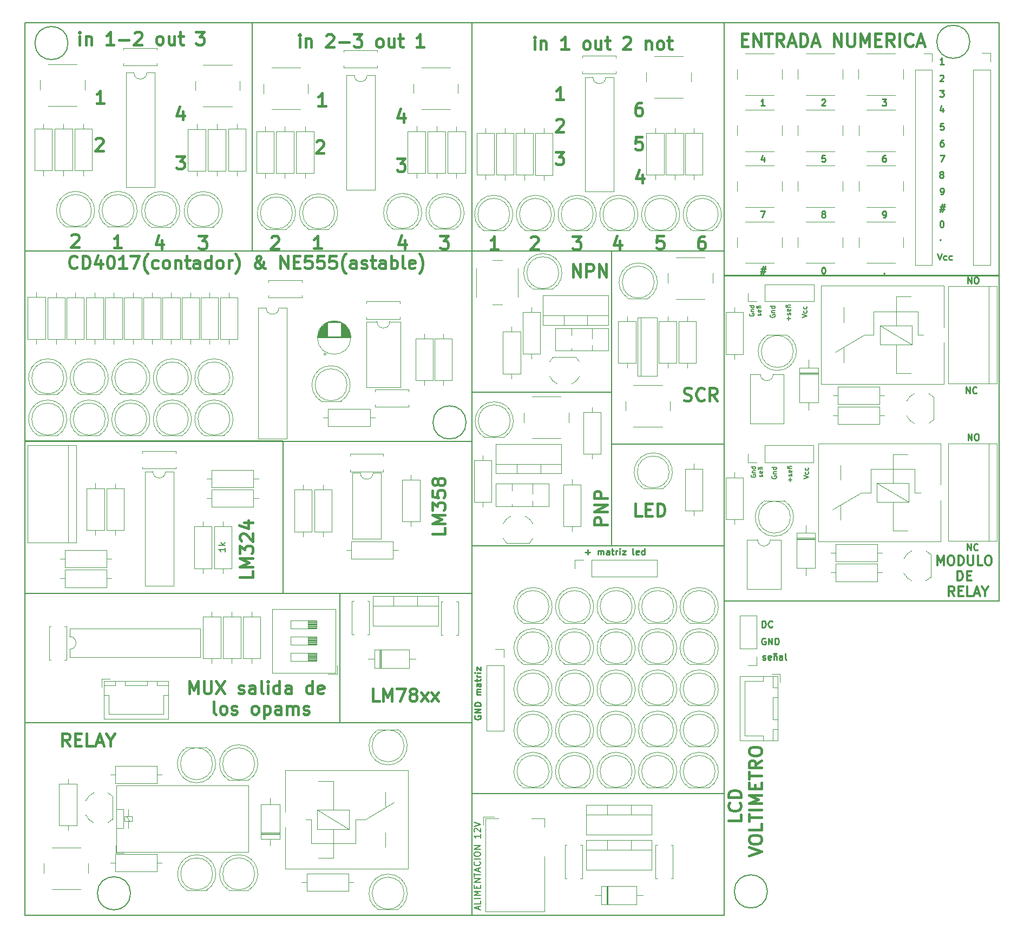
<source format=gbr>
%TF.GenerationSoftware,KiCad,Pcbnew,(6.0.8)*%
%TF.CreationDate,2023-03-21T03:17:03-04:00*%
%TF.ProjectId,pcb de prueba de dispositivos,70636220-6465-4207-9072-756562612064,rev?*%
%TF.SameCoordinates,Original*%
%TF.FileFunction,Legend,Top*%
%TF.FilePolarity,Positive*%
%FSLAX46Y46*%
G04 Gerber Fmt 4.6, Leading zero omitted, Abs format (unit mm)*
G04 Created by KiCad (PCBNEW (6.0.8)) date 2023-03-21 03:17:03*
%MOMM*%
%LPD*%
G01*
G04 APERTURE LIST*
%ADD10C,0.150000*%
%ADD11C,0.200000*%
%ADD12C,0.250000*%
%ADD13C,0.400000*%
%ADD14C,0.300000*%
%ADD15C,0.120000*%
G04 APERTURE END LIST*
D10*
X141725000Y-63475000D02*
X184750000Y-63475000D01*
X184750000Y-63475000D02*
X184750000Y-114425000D01*
X184750000Y-114425000D02*
X141725000Y-114425000D01*
X141725000Y-114425000D02*
X141725000Y-63475000D01*
X32350000Y-23900000D02*
X67875000Y-23900000D01*
X67875000Y-23900000D02*
X67875000Y-59700000D01*
X67875000Y-59700000D02*
X32350000Y-59700000D01*
X32350000Y-59700000D02*
X32350000Y-23900000D01*
D11*
X148508218Y-159900000D02*
G75*
G03*
X148508218Y-159900000I-2591609J0D01*
G01*
D10*
X102275000Y-105800000D02*
X124175000Y-105800000D01*
X124175000Y-105800000D02*
X124175000Y-81750000D01*
X124175000Y-81750000D02*
X102275000Y-81750000D01*
X102275000Y-81750000D02*
X102275000Y-105800000D01*
X32350000Y-89475000D02*
X102275000Y-89475000D01*
X102275000Y-89475000D02*
X102275000Y-113225000D01*
X102275000Y-113225000D02*
X32350000Y-113225000D01*
X32350000Y-113225000D02*
X32350000Y-89475000D01*
X67875000Y-59662500D02*
X102275000Y-59662500D01*
X102275000Y-59662500D02*
X102275000Y-23900000D01*
X102275000Y-23900000D02*
X67875000Y-23900000D01*
X67875000Y-23900000D02*
X67875000Y-59662500D01*
D11*
X101375000Y-86500000D02*
G75*
G03*
X101375000Y-86500000I-2591609J0D01*
G01*
X180175000Y-26925000D02*
G75*
G03*
X180175000Y-26925000I-2591609J0D01*
G01*
D10*
X81600000Y-113225000D02*
X102275000Y-113225000D01*
X102275000Y-113225000D02*
X102275000Y-133475000D01*
X102275000Y-133475000D02*
X81600000Y-133475000D01*
X81600000Y-133475000D02*
X81600000Y-113225000D01*
D11*
X39100000Y-27125000D02*
G75*
G03*
X39100000Y-27125000I-2591609J0D01*
G01*
D10*
X102275000Y-163625000D02*
X141725000Y-163625000D01*
X141725000Y-163625000D02*
X141725000Y-105800000D01*
X141725000Y-105800000D02*
X102275000Y-105800000D01*
X102275000Y-105800000D02*
X102275000Y-163625000D01*
X141725000Y-59687500D02*
X124175000Y-59687500D01*
X124175000Y-59687500D02*
X124175000Y-89875000D01*
X124175000Y-89875000D02*
X141725000Y-89875000D01*
X141725000Y-89875000D02*
X141725000Y-59687500D01*
X32350000Y-133475000D02*
X102275000Y-133475000D01*
X102275000Y-133475000D02*
X102275000Y-163625000D01*
X102275000Y-163625000D02*
X32350000Y-163625000D01*
X32350000Y-163625000D02*
X32350000Y-133475000D01*
X32350000Y-89425000D02*
X72775000Y-89425000D01*
X72775000Y-89425000D02*
X72775000Y-113225000D01*
X72775000Y-113225000D02*
X32350000Y-113225000D01*
X32350000Y-113225000D02*
X32350000Y-89425000D01*
X32350000Y-59687500D02*
X102275000Y-59687500D01*
X102275000Y-59687500D02*
X102275000Y-89475000D01*
X102275000Y-89475000D02*
X32350000Y-89475000D01*
X32350000Y-89475000D02*
X32350000Y-59687500D01*
X141725000Y-105800000D02*
X102280000Y-105800000D01*
X102280000Y-105800000D02*
X102280000Y-144630000D01*
X102280000Y-144630000D02*
X141725000Y-144630000D01*
X141725000Y-144630000D02*
X141725000Y-105800000D01*
X141725000Y-89875000D02*
X124175000Y-89875000D01*
X124175000Y-89875000D02*
X124175000Y-105800000D01*
X124175000Y-105800000D02*
X141725000Y-105800000D01*
X141725000Y-105800000D02*
X141725000Y-89875000D01*
X141737500Y-23900000D02*
X184762500Y-23900000D01*
X184762500Y-23900000D02*
X184762500Y-63525000D01*
X184762500Y-63525000D02*
X141737500Y-63525000D01*
X141737500Y-63525000D02*
X141737500Y-23900000D01*
X32350000Y-113225000D02*
X81600000Y-113225000D01*
X81600000Y-113225000D02*
X81600000Y-133475000D01*
X81600000Y-133475000D02*
X32350000Y-133475000D01*
X32350000Y-133475000D02*
X32350000Y-113225000D01*
D11*
X48875000Y-160200000D02*
G75*
G03*
X48875000Y-160200000I-2591609J0D01*
G01*
D10*
X102275000Y-23900000D02*
X141737500Y-23900000D01*
X141737500Y-23900000D02*
X141737500Y-59687500D01*
X141737500Y-59687500D02*
X102275000Y-59687500D01*
X102275000Y-59687500D02*
X102275000Y-23900000D01*
D12*
X175970476Y-37285714D02*
X175970476Y-37952380D01*
X175732380Y-36904761D02*
X175494285Y-37619047D01*
X176113333Y-37619047D01*
D13*
X47446428Y-59179761D02*
X46303571Y-59179761D01*
X46875000Y-59179761D02*
X46875000Y-57179761D01*
X46684523Y-57465476D01*
X46494047Y-57655952D01*
X46303571Y-57751190D01*
D12*
X175540000Y-57867142D02*
X175587619Y-57914761D01*
X175540000Y-57962380D01*
X175492380Y-57914761D01*
X175540000Y-57867142D01*
X175540000Y-57962380D01*
D13*
X128839285Y-101179761D02*
X127886904Y-101179761D01*
X127886904Y-99179761D01*
X129505952Y-100132142D02*
X130172619Y-100132142D01*
X130458333Y-101179761D02*
X129505952Y-101179761D01*
X129505952Y-99179761D01*
X130458333Y-99179761D01*
X131315476Y-101179761D02*
X131315476Y-99179761D01*
X131791666Y-99179761D01*
X132077380Y-99275000D01*
X132267857Y-99465476D01*
X132363095Y-99655952D01*
X132458333Y-100036904D01*
X132458333Y-100322619D01*
X132363095Y-100703571D01*
X132267857Y-100894047D01*
X132077380Y-101084523D01*
X131791666Y-101179761D01*
X131315476Y-101179761D01*
X98079761Y-103005952D02*
X98079761Y-103958333D01*
X96079761Y-103958333D01*
X98079761Y-102339285D02*
X96079761Y-102339285D01*
X97508333Y-101672619D01*
X96079761Y-101005952D01*
X98079761Y-101005952D01*
X96079761Y-100244047D02*
X96079761Y-99005952D01*
X96841666Y-99672619D01*
X96841666Y-99386904D01*
X96936904Y-99196428D01*
X97032142Y-99101190D01*
X97222619Y-99005952D01*
X97698809Y-99005952D01*
X97889285Y-99101190D01*
X97984523Y-99196428D01*
X98079761Y-99386904D01*
X98079761Y-99958333D01*
X97984523Y-100148809D01*
X97889285Y-100244047D01*
X96079761Y-97196428D02*
X96079761Y-98148809D01*
X97032142Y-98244047D01*
X96936904Y-98148809D01*
X96841666Y-97958333D01*
X96841666Y-97482142D01*
X96936904Y-97291666D01*
X97032142Y-97196428D01*
X97222619Y-97101190D01*
X97698809Y-97101190D01*
X97889285Y-97196428D01*
X97984523Y-97291666D01*
X98079761Y-97482142D01*
X98079761Y-97958333D01*
X97984523Y-98148809D01*
X97889285Y-98244047D01*
X96936904Y-95958333D02*
X96841666Y-96148809D01*
X96746428Y-96244047D01*
X96555952Y-96339285D01*
X96460714Y-96339285D01*
X96270238Y-96244047D01*
X96175000Y-96148809D01*
X96079761Y-95958333D01*
X96079761Y-95577380D01*
X96175000Y-95386904D01*
X96270238Y-95291666D01*
X96460714Y-95196428D01*
X96555952Y-95196428D01*
X96746428Y-95291666D01*
X96841666Y-95386904D01*
X96936904Y-95577380D01*
X96936904Y-95958333D01*
X97032142Y-96148809D01*
X97127380Y-96244047D01*
X97317857Y-96339285D01*
X97698809Y-96339285D01*
X97889285Y-96244047D01*
X97984523Y-96148809D01*
X98079761Y-95958333D01*
X98079761Y-95577380D01*
X97984523Y-95386904D01*
X97889285Y-95291666D01*
X97698809Y-95196428D01*
X97317857Y-95196428D01*
X97127380Y-95291666D01*
X97032142Y-95386904D01*
X96936904Y-95577380D01*
D12*
X176000476Y-42312380D02*
X175810000Y-42312380D01*
X175714761Y-42360000D01*
X175667142Y-42407619D01*
X175571904Y-42550476D01*
X175524285Y-42740952D01*
X175524285Y-43121904D01*
X175571904Y-43217142D01*
X175619523Y-43264761D01*
X175714761Y-43312380D01*
X175905238Y-43312380D01*
X176000476Y-43264761D01*
X176048095Y-43217142D01*
X176095714Y-43121904D01*
X176095714Y-42883809D01*
X176048095Y-42788571D01*
X176000476Y-42740952D01*
X175905238Y-42693333D01*
X175714761Y-42693333D01*
X175619523Y-42740952D01*
X175571904Y-42788571D01*
X175524285Y-42883809D01*
D13*
X90583333Y-45199761D02*
X91821428Y-45199761D01*
X91154761Y-45961666D01*
X91440476Y-45961666D01*
X91630952Y-46056904D01*
X91726190Y-46152142D01*
X91821428Y-46342619D01*
X91821428Y-46818809D01*
X91726190Y-47009285D01*
X91630952Y-47104523D01*
X91440476Y-47199761D01*
X90869047Y-47199761D01*
X90678571Y-47104523D01*
X90583333Y-47009285D01*
D10*
X145986500Y-94700000D02*
X145953166Y-94766666D01*
X145953166Y-94866666D01*
X145986500Y-94966666D01*
X146053166Y-95033333D01*
X146119833Y-95066666D01*
X146253166Y-95100000D01*
X146353166Y-95100000D01*
X146486500Y-95066666D01*
X146553166Y-95033333D01*
X146619833Y-94966666D01*
X146653166Y-94866666D01*
X146653166Y-94800000D01*
X146619833Y-94700000D01*
X146586500Y-94666666D01*
X146353166Y-94666666D01*
X146353166Y-94800000D01*
X146186500Y-94366666D02*
X146653166Y-94366666D01*
X146253166Y-94366666D02*
X146219833Y-94333333D01*
X146186500Y-94266666D01*
X146186500Y-94166666D01*
X146219833Y-94100000D01*
X146286500Y-94066666D01*
X146653166Y-94066666D01*
X146653166Y-93433333D02*
X145953166Y-93433333D01*
X146619833Y-93433333D02*
X146653166Y-93500000D01*
X146653166Y-93633333D01*
X146619833Y-93700000D01*
X146586500Y-93733333D01*
X146519833Y-93766666D01*
X146319833Y-93766666D01*
X146253166Y-93733333D01*
X146219833Y-93700000D01*
X146186500Y-93633333D01*
X146186500Y-93500000D01*
X146219833Y-93433333D01*
X147746833Y-95016666D02*
X147780166Y-94950000D01*
X147780166Y-94816666D01*
X147746833Y-94750000D01*
X147680166Y-94716666D01*
X147646833Y-94716666D01*
X147580166Y-94750000D01*
X147546833Y-94816666D01*
X147546833Y-94916666D01*
X147513500Y-94983333D01*
X147446833Y-95016666D01*
X147413500Y-95016666D01*
X147346833Y-94983333D01*
X147313500Y-94916666D01*
X147313500Y-94816666D01*
X147346833Y-94750000D01*
X147746833Y-94150000D02*
X147780166Y-94216666D01*
X147780166Y-94350000D01*
X147746833Y-94416666D01*
X147680166Y-94450000D01*
X147413500Y-94450000D01*
X147346833Y-94416666D01*
X147313500Y-94350000D01*
X147313500Y-94216666D01*
X147346833Y-94150000D01*
X147413500Y-94116666D01*
X147480166Y-94116666D01*
X147546833Y-94450000D01*
X147313500Y-93816666D02*
X147780166Y-93816666D01*
X147380166Y-93816666D02*
X147346833Y-93783333D01*
X147313500Y-93716666D01*
X147313500Y-93616666D01*
X147346833Y-93550000D01*
X147413500Y-93516666D01*
X147780166Y-93516666D01*
X147146833Y-93850000D02*
X147113500Y-93816666D01*
X147080166Y-93750000D01*
X147146833Y-93616666D01*
X147113500Y-93550000D01*
X147080166Y-93516666D01*
D13*
X39365476Y-137154761D02*
X38698809Y-136202380D01*
X38222619Y-137154761D02*
X38222619Y-135154761D01*
X38984523Y-135154761D01*
X39174999Y-135250000D01*
X39270238Y-135345238D01*
X39365476Y-135535714D01*
X39365476Y-135821428D01*
X39270238Y-136011904D01*
X39174999Y-136107142D01*
X38984523Y-136202380D01*
X38222619Y-136202380D01*
X40222619Y-136107142D02*
X40889285Y-136107142D01*
X41174999Y-137154761D02*
X40222619Y-137154761D01*
X40222619Y-135154761D01*
X41174999Y-135154761D01*
X42984523Y-137154761D02*
X42032142Y-137154761D01*
X42032142Y-135154761D01*
X43555952Y-136583333D02*
X44508333Y-136583333D01*
X43365476Y-137154761D02*
X44032142Y-135154761D01*
X44698809Y-137154761D01*
X45746428Y-136202380D02*
X45746428Y-137154761D01*
X45079761Y-135154761D02*
X45746428Y-136202380D01*
X46413095Y-135154761D01*
X144394761Y-147867857D02*
X144394761Y-148820238D01*
X142394761Y-148820238D01*
X144204285Y-146058333D02*
X144299523Y-146153571D01*
X144394761Y-146439285D01*
X144394761Y-146629761D01*
X144299523Y-146915476D01*
X144109047Y-147105952D01*
X143918571Y-147201190D01*
X143537619Y-147296428D01*
X143251904Y-147296428D01*
X142870952Y-147201190D01*
X142680476Y-147105952D01*
X142490000Y-146915476D01*
X142394761Y-146629761D01*
X142394761Y-146439285D01*
X142490000Y-146153571D01*
X142585238Y-146058333D01*
X144394761Y-145201190D02*
X142394761Y-145201190D01*
X142394761Y-144725000D01*
X142490000Y-144439285D01*
X142680476Y-144248809D01*
X142870952Y-144153571D01*
X143251904Y-144058333D01*
X143537619Y-144058333D01*
X143918571Y-144153571D01*
X144109047Y-144248809D01*
X144299523Y-144439285D01*
X144394761Y-144725000D01*
X144394761Y-145201190D01*
X145614761Y-154344047D02*
X147614761Y-153677380D01*
X145614761Y-153010714D01*
X145614761Y-151963095D02*
X145614761Y-151582142D01*
X145710000Y-151391666D01*
X145900476Y-151201190D01*
X146281428Y-151105952D01*
X146948095Y-151105952D01*
X147329047Y-151201190D01*
X147519523Y-151391666D01*
X147614761Y-151582142D01*
X147614761Y-151963095D01*
X147519523Y-152153571D01*
X147329047Y-152344047D01*
X146948095Y-152439285D01*
X146281428Y-152439285D01*
X145900476Y-152344047D01*
X145710000Y-152153571D01*
X145614761Y-151963095D01*
X147614761Y-149296428D02*
X147614761Y-150248809D01*
X145614761Y-150248809D01*
X145614761Y-148915476D02*
X145614761Y-147772619D01*
X147614761Y-148344047D02*
X145614761Y-148344047D01*
X147614761Y-147105952D02*
X145614761Y-147105952D01*
X147614761Y-146153571D02*
X145614761Y-146153571D01*
X147043333Y-145486904D01*
X145614761Y-144820238D01*
X147614761Y-144820238D01*
X146567142Y-143867857D02*
X146567142Y-143201190D01*
X147614761Y-142915476D02*
X147614761Y-143867857D01*
X145614761Y-143867857D01*
X145614761Y-142915476D01*
X145614761Y-142344047D02*
X145614761Y-141201190D01*
X147614761Y-141772619D02*
X145614761Y-141772619D01*
X147614761Y-139391666D02*
X146662380Y-140058333D01*
X147614761Y-140534523D02*
X145614761Y-140534523D01*
X145614761Y-139772619D01*
X145710000Y-139582142D01*
X145805238Y-139486904D01*
X145995714Y-139391666D01*
X146281428Y-139391666D01*
X146471904Y-139486904D01*
X146567142Y-139582142D01*
X146662380Y-139772619D01*
X146662380Y-140534523D01*
X145614761Y-138153571D02*
X145614761Y-137772619D01*
X145710000Y-137582142D01*
X145900476Y-137391666D01*
X146281428Y-137296428D01*
X146948095Y-137296428D01*
X147329047Y-137391666D01*
X147519523Y-137582142D01*
X147614761Y-137772619D01*
X147614761Y-138153571D01*
X147519523Y-138344047D01*
X147329047Y-138534523D01*
X146948095Y-138629761D01*
X146281428Y-138629761D01*
X145900476Y-138534523D01*
X145710000Y-138344047D01*
X145614761Y-138153571D01*
X106371428Y-59404761D02*
X105228571Y-59404761D01*
X105800000Y-59404761D02*
X105800000Y-57404761D01*
X105609523Y-57690476D01*
X105419047Y-57880952D01*
X105228571Y-57976190D01*
X115383333Y-44154761D02*
X116621428Y-44154761D01*
X115954761Y-44916666D01*
X116240476Y-44916666D01*
X116430952Y-45011904D01*
X116526190Y-45107142D01*
X116621428Y-45297619D01*
X116621428Y-45773809D01*
X116526190Y-45964285D01*
X116430952Y-46059523D01*
X116240476Y-46154761D01*
X115669047Y-46154761D01*
X115478571Y-46059523D01*
X115383333Y-45964285D01*
D10*
X151857500Y-70481666D02*
X151857500Y-69948333D01*
X152124166Y-70215000D02*
X151590833Y-70215000D01*
X152090833Y-69648333D02*
X152124166Y-69581666D01*
X152124166Y-69448333D01*
X152090833Y-69381666D01*
X152024166Y-69348333D01*
X151990833Y-69348333D01*
X151924166Y-69381666D01*
X151890833Y-69448333D01*
X151890833Y-69548333D01*
X151857500Y-69615000D01*
X151790833Y-69648333D01*
X151757500Y-69648333D01*
X151690833Y-69615000D01*
X151657500Y-69548333D01*
X151657500Y-69448333D01*
X151690833Y-69381666D01*
X152090833Y-68781666D02*
X152124166Y-68848333D01*
X152124166Y-68981666D01*
X152090833Y-69048333D01*
X152024166Y-69081666D01*
X151757500Y-69081666D01*
X151690833Y-69048333D01*
X151657500Y-68981666D01*
X151657500Y-68848333D01*
X151690833Y-68781666D01*
X151757500Y-68748333D01*
X151824166Y-68748333D01*
X151890833Y-69081666D01*
X151657500Y-68448333D02*
X152124166Y-68448333D01*
X151724166Y-68448333D02*
X151690833Y-68415000D01*
X151657500Y-68348333D01*
X151657500Y-68248333D01*
X151690833Y-68181666D01*
X151757500Y-68148333D01*
X152124166Y-68148333D01*
X151490833Y-68481666D02*
X151457500Y-68448333D01*
X151424166Y-68381666D01*
X151490833Y-68248333D01*
X151457500Y-68181666D01*
X151424166Y-68148333D01*
D13*
X70928571Y-57520238D02*
X71023809Y-57425000D01*
X71214285Y-57329761D01*
X71690476Y-57329761D01*
X71880952Y-57425000D01*
X71976190Y-57520238D01*
X72071428Y-57710714D01*
X72071428Y-57901190D01*
X71976190Y-58186904D01*
X70833333Y-59329761D01*
X72071428Y-59329761D01*
X123429761Y-102496428D02*
X121429761Y-102496428D01*
X121429761Y-101734523D01*
X121525000Y-101544047D01*
X121620238Y-101448809D01*
X121810714Y-101353571D01*
X122096428Y-101353571D01*
X122286904Y-101448809D01*
X122382142Y-101544047D01*
X122477380Y-101734523D01*
X122477380Y-102496428D01*
X123429761Y-100496428D02*
X121429761Y-100496428D01*
X123429761Y-99353571D01*
X121429761Y-99353571D01*
X123429761Y-98401190D02*
X121429761Y-98401190D01*
X121429761Y-97639285D01*
X121525000Y-97448809D01*
X121620238Y-97353571D01*
X121810714Y-97258333D01*
X122096428Y-97258333D01*
X122286904Y-97353571D01*
X122382142Y-97448809D01*
X122477380Y-97639285D01*
X122477380Y-98401190D01*
D12*
X175654761Y-47660952D02*
X175559523Y-47613333D01*
X175511904Y-47565714D01*
X175464285Y-47470476D01*
X175464285Y-47422857D01*
X175511904Y-47327619D01*
X175559523Y-47280000D01*
X175654761Y-47232380D01*
X175845238Y-47232380D01*
X175940476Y-47280000D01*
X175988095Y-47327619D01*
X176035714Y-47422857D01*
X176035714Y-47470476D01*
X175988095Y-47565714D01*
X175940476Y-47613333D01*
X175845238Y-47660952D01*
X175654761Y-47660952D01*
X175559523Y-47708571D01*
X175511904Y-47756190D01*
X175464285Y-47851428D01*
X175464285Y-48041904D01*
X175511904Y-48137142D01*
X175559523Y-48184761D01*
X175654761Y-48232380D01*
X175845238Y-48232380D01*
X175940476Y-48184761D01*
X175988095Y-48137142D01*
X176035714Y-48041904D01*
X176035714Y-47851428D01*
X175988095Y-47756190D01*
X175940476Y-47708571D01*
X175845238Y-47660952D01*
X175079523Y-60062380D02*
X175412857Y-61062380D01*
X175746190Y-60062380D01*
X176508095Y-61014761D02*
X176412857Y-61062380D01*
X176222380Y-61062380D01*
X176127142Y-61014761D01*
X176079523Y-60967142D01*
X176031904Y-60871904D01*
X176031904Y-60586190D01*
X176079523Y-60490952D01*
X176127142Y-60443333D01*
X176222380Y-60395714D01*
X176412857Y-60395714D01*
X176508095Y-60443333D01*
X177365238Y-61014761D02*
X177270000Y-61062380D01*
X177079523Y-61062380D01*
X176984285Y-61014761D01*
X176936666Y-60967142D01*
X176889047Y-60871904D01*
X176889047Y-60586190D01*
X176936666Y-60490952D01*
X176984285Y-60443333D01*
X177079523Y-60395714D01*
X177270000Y-60395714D01*
X177365238Y-60443333D01*
D10*
X145744000Y-69465000D02*
X145710666Y-69531666D01*
X145710666Y-69631666D01*
X145744000Y-69731666D01*
X145810666Y-69798333D01*
X145877333Y-69831666D01*
X146010666Y-69865000D01*
X146110666Y-69865000D01*
X146244000Y-69831666D01*
X146310666Y-69798333D01*
X146377333Y-69731666D01*
X146410666Y-69631666D01*
X146410666Y-69565000D01*
X146377333Y-69465000D01*
X146344000Y-69431666D01*
X146110666Y-69431666D01*
X146110666Y-69565000D01*
X145944000Y-69131666D02*
X146410666Y-69131666D01*
X146010666Y-69131666D02*
X145977333Y-69098333D01*
X145944000Y-69031666D01*
X145944000Y-68931666D01*
X145977333Y-68865000D01*
X146044000Y-68831666D01*
X146410666Y-68831666D01*
X146410666Y-68198333D02*
X145710666Y-68198333D01*
X146377333Y-68198333D02*
X146410666Y-68265000D01*
X146410666Y-68398333D01*
X146377333Y-68465000D01*
X146344000Y-68498333D01*
X146277333Y-68531666D01*
X146077333Y-68531666D01*
X146010666Y-68498333D01*
X145977333Y-68465000D01*
X145944000Y-68398333D01*
X145944000Y-68265000D01*
X145977333Y-68198333D01*
X147504333Y-69781666D02*
X147537666Y-69715000D01*
X147537666Y-69581666D01*
X147504333Y-69515000D01*
X147437666Y-69481666D01*
X147404333Y-69481666D01*
X147337666Y-69515000D01*
X147304333Y-69581666D01*
X147304333Y-69681666D01*
X147271000Y-69748333D01*
X147204333Y-69781666D01*
X147171000Y-69781666D01*
X147104333Y-69748333D01*
X147071000Y-69681666D01*
X147071000Y-69581666D01*
X147104333Y-69515000D01*
X147504333Y-68915000D02*
X147537666Y-68981666D01*
X147537666Y-69115000D01*
X147504333Y-69181666D01*
X147437666Y-69215000D01*
X147171000Y-69215000D01*
X147104333Y-69181666D01*
X147071000Y-69115000D01*
X147071000Y-68981666D01*
X147104333Y-68915000D01*
X147171000Y-68881666D01*
X147237666Y-68881666D01*
X147304333Y-69215000D01*
X147071000Y-68581666D02*
X147537666Y-68581666D01*
X147137666Y-68581666D02*
X147104333Y-68548333D01*
X147071000Y-68481666D01*
X147071000Y-68381666D01*
X147104333Y-68315000D01*
X147171000Y-68281666D01*
X147537666Y-68281666D01*
X146904333Y-68615000D02*
X146871000Y-68581666D01*
X146837666Y-68515000D01*
X146904333Y-68381666D01*
X146871000Y-68315000D01*
X146837666Y-68281666D01*
D13*
X115478571Y-39195238D02*
X115573809Y-39100000D01*
X115764285Y-39004761D01*
X116240476Y-39004761D01*
X116430952Y-39100000D01*
X116526190Y-39195238D01*
X116621428Y-39385714D01*
X116621428Y-39576190D01*
X116526190Y-39861904D01*
X115383333Y-41004761D01*
X116621428Y-41004761D01*
D12*
X179840476Y-64752380D02*
X179840476Y-63752380D01*
X180411904Y-64752380D01*
X180411904Y-63752380D01*
X181078571Y-63752380D02*
X181269047Y-63752380D01*
X181364285Y-63800000D01*
X181459523Y-63895238D01*
X181507142Y-64085714D01*
X181507142Y-64419047D01*
X181459523Y-64609523D01*
X181364285Y-64704761D01*
X181269047Y-64752380D01*
X181078571Y-64752380D01*
X180983333Y-64704761D01*
X180888095Y-64609523D01*
X180840476Y-64419047D01*
X180840476Y-64085714D01*
X180888095Y-63895238D01*
X180983333Y-63800000D01*
X181078571Y-63752380D01*
D13*
X97333333Y-57324761D02*
X98571428Y-57324761D01*
X97904761Y-58086666D01*
X98190476Y-58086666D01*
X98380952Y-58181904D01*
X98476190Y-58277142D01*
X98571428Y-58467619D01*
X98571428Y-58943809D01*
X98476190Y-59134285D01*
X98380952Y-59229523D01*
X98190476Y-59324761D01*
X97619047Y-59324761D01*
X97428571Y-59229523D01*
X97333333Y-59134285D01*
D10*
X153921785Y-70082857D02*
X154671785Y-69832857D01*
X153921785Y-69582857D01*
X154636071Y-69011428D02*
X154671785Y-69082857D01*
X154671785Y-69225714D01*
X154636071Y-69297142D01*
X154600357Y-69332857D01*
X154528928Y-69368571D01*
X154314642Y-69368571D01*
X154243214Y-69332857D01*
X154207500Y-69297142D01*
X154171785Y-69225714D01*
X154171785Y-69082857D01*
X154207500Y-69011428D01*
X154636071Y-68368571D02*
X154671785Y-68440000D01*
X154671785Y-68582857D01*
X154636071Y-68654285D01*
X154600357Y-68690000D01*
X154528928Y-68725714D01*
X154314642Y-68725714D01*
X154243214Y-68690000D01*
X154207500Y-68654285D01*
X154171785Y-68582857D01*
X154171785Y-68440000D01*
X154207500Y-68368571D01*
D13*
X56058333Y-44829761D02*
X57296428Y-44829761D01*
X56629761Y-45591666D01*
X56915476Y-45591666D01*
X57105952Y-45686904D01*
X57201190Y-45782142D01*
X57296428Y-45972619D01*
X57296428Y-46448809D01*
X57201190Y-46639285D01*
X57105952Y-46734523D01*
X56915476Y-46829761D01*
X56344047Y-46829761D01*
X56153571Y-46734523D01*
X56058333Y-46639285D01*
D12*
X175494285Y-32207619D02*
X175541904Y-32160000D01*
X175637142Y-32112380D01*
X175875238Y-32112380D01*
X175970476Y-32160000D01*
X176018095Y-32207619D01*
X176065714Y-32302857D01*
X176065714Y-32398095D01*
X176018095Y-32540952D01*
X175446666Y-33112380D01*
X176065714Y-33112380D01*
D13*
X91755952Y-57971428D02*
X91755952Y-59304761D01*
X91279761Y-57209523D02*
X90803571Y-58638095D01*
X92041666Y-58638095D01*
D12*
X148188095Y-120305000D02*
X148092857Y-120257380D01*
X147950000Y-120257380D01*
X147807142Y-120305000D01*
X147711904Y-120400238D01*
X147664285Y-120495476D01*
X147616666Y-120685952D01*
X147616666Y-120828809D01*
X147664285Y-121019285D01*
X147711904Y-121114523D01*
X147807142Y-121209761D01*
X147950000Y-121257380D01*
X148045238Y-121257380D01*
X148188095Y-121209761D01*
X148235714Y-121162142D01*
X148235714Y-120828809D01*
X148045238Y-120828809D01*
X148664285Y-121257380D02*
X148664285Y-120257380D01*
X149235714Y-121257380D01*
X149235714Y-120257380D01*
X149711904Y-121257380D02*
X149711904Y-120257380D01*
X149950000Y-120257380D01*
X150092857Y-120305000D01*
X150188095Y-120400238D01*
X150235714Y-120495476D01*
X150283333Y-120685952D01*
X150283333Y-120828809D01*
X150235714Y-121019285D01*
X150188095Y-121114523D01*
X150092857Y-121209761D01*
X149950000Y-121257380D01*
X149711904Y-121257380D01*
D13*
X40933333Y-27379761D02*
X40933333Y-26046428D01*
X40933333Y-25379761D02*
X40838095Y-25475000D01*
X40933333Y-25570238D01*
X41028571Y-25475000D01*
X40933333Y-25379761D01*
X40933333Y-25570238D01*
X41885714Y-26046428D02*
X41885714Y-27379761D01*
X41885714Y-26236904D02*
X41980952Y-26141666D01*
X42171428Y-26046428D01*
X42457142Y-26046428D01*
X42647619Y-26141666D01*
X42742857Y-26332142D01*
X42742857Y-27379761D01*
X46266666Y-27379761D02*
X45123809Y-27379761D01*
X45695238Y-27379761D02*
X45695238Y-25379761D01*
X45504761Y-25665476D01*
X45314285Y-25855952D01*
X45123809Y-25951190D01*
X47123809Y-26617857D02*
X48647619Y-26617857D01*
X49504761Y-25570238D02*
X49600000Y-25475000D01*
X49790476Y-25379761D01*
X50266666Y-25379761D01*
X50457142Y-25475000D01*
X50552380Y-25570238D01*
X50647619Y-25760714D01*
X50647619Y-25951190D01*
X50552380Y-26236904D01*
X49409523Y-27379761D01*
X50647619Y-27379761D01*
X53314285Y-27379761D02*
X53123809Y-27284523D01*
X53028571Y-27189285D01*
X52933333Y-26998809D01*
X52933333Y-26427380D01*
X53028571Y-26236904D01*
X53123809Y-26141666D01*
X53314285Y-26046428D01*
X53600000Y-26046428D01*
X53790476Y-26141666D01*
X53885714Y-26236904D01*
X53980952Y-26427380D01*
X53980952Y-26998809D01*
X53885714Y-27189285D01*
X53790476Y-27284523D01*
X53600000Y-27379761D01*
X53314285Y-27379761D01*
X55695238Y-26046428D02*
X55695238Y-27379761D01*
X54838095Y-26046428D02*
X54838095Y-27094047D01*
X54933333Y-27284523D01*
X55123809Y-27379761D01*
X55409523Y-27379761D01*
X55600000Y-27284523D01*
X55695238Y-27189285D01*
X56361904Y-26046428D02*
X57123809Y-26046428D01*
X56647619Y-25379761D02*
X56647619Y-27094047D01*
X56742857Y-27284523D01*
X56933333Y-27379761D01*
X57123809Y-27379761D01*
X59123809Y-25379761D02*
X60361904Y-25379761D01*
X59695238Y-26141666D01*
X59980952Y-26141666D01*
X60171428Y-26236904D01*
X60266666Y-26332142D01*
X60361904Y-26522619D01*
X60361904Y-26998809D01*
X60266666Y-27189285D01*
X60171428Y-27284523D01*
X59980952Y-27379761D01*
X59409523Y-27379761D01*
X59219047Y-27284523D01*
X59123809Y-27189285D01*
X44721428Y-36579761D02*
X43578571Y-36579761D01*
X44150000Y-36579761D02*
X44150000Y-34579761D01*
X43959523Y-34865476D01*
X43769047Y-35055952D01*
X43578571Y-35151190D01*
D12*
X175550476Y-52755714D02*
X176264761Y-52755714D01*
X175836190Y-52327142D02*
X175550476Y-53612857D01*
X176169523Y-53184285D02*
X175455238Y-53184285D01*
X175883809Y-53612857D02*
X176169523Y-52327142D01*
D13*
X40523809Y-62214285D02*
X40428571Y-62309523D01*
X40142857Y-62404761D01*
X39952380Y-62404761D01*
X39666666Y-62309523D01*
X39476190Y-62119047D01*
X39380952Y-61928571D01*
X39285714Y-61547619D01*
X39285714Y-61261904D01*
X39380952Y-60880952D01*
X39476190Y-60690476D01*
X39666666Y-60500000D01*
X39952380Y-60404761D01*
X40142857Y-60404761D01*
X40428571Y-60500000D01*
X40523809Y-60595238D01*
X41380952Y-62404761D02*
X41380952Y-60404761D01*
X41857142Y-60404761D01*
X42142857Y-60500000D01*
X42333333Y-60690476D01*
X42428571Y-60880952D01*
X42523809Y-61261904D01*
X42523809Y-61547619D01*
X42428571Y-61928571D01*
X42333333Y-62119047D01*
X42142857Y-62309523D01*
X41857142Y-62404761D01*
X41380952Y-62404761D01*
X44238095Y-61071428D02*
X44238095Y-62404761D01*
X43761904Y-60309523D02*
X43285714Y-61738095D01*
X44523809Y-61738095D01*
X45666666Y-60404761D02*
X45857142Y-60404761D01*
X46047619Y-60500000D01*
X46142857Y-60595238D01*
X46238095Y-60785714D01*
X46333333Y-61166666D01*
X46333333Y-61642857D01*
X46238095Y-62023809D01*
X46142857Y-62214285D01*
X46047619Y-62309523D01*
X45857142Y-62404761D01*
X45666666Y-62404761D01*
X45476190Y-62309523D01*
X45380952Y-62214285D01*
X45285714Y-62023809D01*
X45190476Y-61642857D01*
X45190476Y-61166666D01*
X45285714Y-60785714D01*
X45380952Y-60595238D01*
X45476190Y-60500000D01*
X45666666Y-60404761D01*
X48238095Y-62404761D02*
X47095238Y-62404761D01*
X47666666Y-62404761D02*
X47666666Y-60404761D01*
X47476190Y-60690476D01*
X47285714Y-60880952D01*
X47095238Y-60976190D01*
X48904761Y-60404761D02*
X50238095Y-60404761D01*
X49380952Y-62404761D01*
X51571428Y-63166666D02*
X51476190Y-63071428D01*
X51285714Y-62785714D01*
X51190476Y-62595238D01*
X51095238Y-62309523D01*
X50999999Y-61833333D01*
X50999999Y-61452380D01*
X51095238Y-60976190D01*
X51190476Y-60690476D01*
X51285714Y-60500000D01*
X51476190Y-60214285D01*
X51571428Y-60119047D01*
X53190476Y-62309523D02*
X52999999Y-62404761D01*
X52619047Y-62404761D01*
X52428571Y-62309523D01*
X52333333Y-62214285D01*
X52238095Y-62023809D01*
X52238095Y-61452380D01*
X52333333Y-61261904D01*
X52428571Y-61166666D01*
X52619047Y-61071428D01*
X52999999Y-61071428D01*
X53190476Y-61166666D01*
X54333333Y-62404761D02*
X54142857Y-62309523D01*
X54047619Y-62214285D01*
X53952380Y-62023809D01*
X53952380Y-61452380D01*
X54047619Y-61261904D01*
X54142857Y-61166666D01*
X54333333Y-61071428D01*
X54619047Y-61071428D01*
X54809523Y-61166666D01*
X54904761Y-61261904D01*
X54999999Y-61452380D01*
X54999999Y-62023809D01*
X54904761Y-62214285D01*
X54809523Y-62309523D01*
X54619047Y-62404761D01*
X54333333Y-62404761D01*
X55857142Y-61071428D02*
X55857142Y-62404761D01*
X55857142Y-61261904D02*
X55952380Y-61166666D01*
X56142857Y-61071428D01*
X56428571Y-61071428D01*
X56619047Y-61166666D01*
X56714285Y-61357142D01*
X56714285Y-62404761D01*
X57380952Y-61071428D02*
X58142857Y-61071428D01*
X57666666Y-60404761D02*
X57666666Y-62119047D01*
X57761904Y-62309523D01*
X57952380Y-62404761D01*
X58142857Y-62404761D01*
X59666666Y-62404761D02*
X59666666Y-61357142D01*
X59571428Y-61166666D01*
X59380952Y-61071428D01*
X58999999Y-61071428D01*
X58809523Y-61166666D01*
X59666666Y-62309523D02*
X59476190Y-62404761D01*
X58999999Y-62404761D01*
X58809523Y-62309523D01*
X58714285Y-62119047D01*
X58714285Y-61928571D01*
X58809523Y-61738095D01*
X58999999Y-61642857D01*
X59476190Y-61642857D01*
X59666666Y-61547619D01*
X61476190Y-62404761D02*
X61476190Y-60404761D01*
X61476190Y-62309523D02*
X61285714Y-62404761D01*
X60904761Y-62404761D01*
X60714285Y-62309523D01*
X60619047Y-62214285D01*
X60523809Y-62023809D01*
X60523809Y-61452380D01*
X60619047Y-61261904D01*
X60714285Y-61166666D01*
X60904761Y-61071428D01*
X61285714Y-61071428D01*
X61476190Y-61166666D01*
X62714285Y-62404761D02*
X62523809Y-62309523D01*
X62428571Y-62214285D01*
X62333333Y-62023809D01*
X62333333Y-61452380D01*
X62428571Y-61261904D01*
X62523809Y-61166666D01*
X62714285Y-61071428D01*
X62999999Y-61071428D01*
X63190476Y-61166666D01*
X63285714Y-61261904D01*
X63380952Y-61452380D01*
X63380952Y-62023809D01*
X63285714Y-62214285D01*
X63190476Y-62309523D01*
X62999999Y-62404761D01*
X62714285Y-62404761D01*
X64238095Y-62404761D02*
X64238095Y-61071428D01*
X64238095Y-61452380D02*
X64333333Y-61261904D01*
X64428571Y-61166666D01*
X64619047Y-61071428D01*
X64809523Y-61071428D01*
X65285714Y-63166666D02*
X65380952Y-63071428D01*
X65571428Y-62785714D01*
X65666666Y-62595238D01*
X65761904Y-62309523D01*
X65857142Y-61833333D01*
X65857142Y-61452380D01*
X65761904Y-60976190D01*
X65666666Y-60690476D01*
X65571428Y-60500000D01*
X65380952Y-60214285D01*
X65285714Y-60119047D01*
X69952380Y-62404761D02*
X69857142Y-62404761D01*
X69666666Y-62309523D01*
X69380952Y-62023809D01*
X68904761Y-61452380D01*
X68714285Y-61166666D01*
X68619047Y-60880952D01*
X68619047Y-60690476D01*
X68714285Y-60500000D01*
X68904761Y-60404761D01*
X68999999Y-60404761D01*
X69190476Y-60500000D01*
X69285714Y-60690476D01*
X69285714Y-60785714D01*
X69190476Y-60976190D01*
X69095238Y-61071428D01*
X68523809Y-61452380D01*
X68428571Y-61547619D01*
X68333333Y-61738095D01*
X68333333Y-62023809D01*
X68428571Y-62214285D01*
X68523809Y-62309523D01*
X68714285Y-62404761D01*
X68999999Y-62404761D01*
X69190476Y-62309523D01*
X69285714Y-62214285D01*
X69571428Y-61833333D01*
X69666666Y-61547619D01*
X69666666Y-61357142D01*
X72333333Y-62404761D02*
X72333333Y-60404761D01*
X73476190Y-62404761D01*
X73476190Y-60404761D01*
X74428571Y-61357142D02*
X75095238Y-61357142D01*
X75380952Y-62404761D02*
X74428571Y-62404761D01*
X74428571Y-60404761D01*
X75380952Y-60404761D01*
X77190476Y-60404761D02*
X76238095Y-60404761D01*
X76142857Y-61357142D01*
X76238095Y-61261904D01*
X76428571Y-61166666D01*
X76904761Y-61166666D01*
X77095238Y-61261904D01*
X77190476Y-61357142D01*
X77285714Y-61547619D01*
X77285714Y-62023809D01*
X77190476Y-62214285D01*
X77095238Y-62309523D01*
X76904761Y-62404761D01*
X76428571Y-62404761D01*
X76238095Y-62309523D01*
X76142857Y-62214285D01*
X79095238Y-60404761D02*
X78142857Y-60404761D01*
X78047619Y-61357142D01*
X78142857Y-61261904D01*
X78333333Y-61166666D01*
X78809523Y-61166666D01*
X78999999Y-61261904D01*
X79095238Y-61357142D01*
X79190476Y-61547619D01*
X79190476Y-62023809D01*
X79095238Y-62214285D01*
X78999999Y-62309523D01*
X78809523Y-62404761D01*
X78333333Y-62404761D01*
X78142857Y-62309523D01*
X78047619Y-62214285D01*
X80999999Y-60404761D02*
X80047619Y-60404761D01*
X79952380Y-61357142D01*
X80047619Y-61261904D01*
X80238095Y-61166666D01*
X80714285Y-61166666D01*
X80904761Y-61261904D01*
X80999999Y-61357142D01*
X81095238Y-61547619D01*
X81095238Y-62023809D01*
X80999999Y-62214285D01*
X80904761Y-62309523D01*
X80714285Y-62404761D01*
X80238095Y-62404761D01*
X80047619Y-62309523D01*
X79952380Y-62214285D01*
X82523809Y-63166666D02*
X82428571Y-63071428D01*
X82238095Y-62785714D01*
X82142857Y-62595238D01*
X82047619Y-62309523D01*
X81952380Y-61833333D01*
X81952380Y-61452380D01*
X82047619Y-60976190D01*
X82142857Y-60690476D01*
X82238095Y-60500000D01*
X82428571Y-60214285D01*
X82523809Y-60119047D01*
X84142857Y-62404761D02*
X84142857Y-61357142D01*
X84047619Y-61166666D01*
X83857142Y-61071428D01*
X83476190Y-61071428D01*
X83285714Y-61166666D01*
X84142857Y-62309523D02*
X83952380Y-62404761D01*
X83476190Y-62404761D01*
X83285714Y-62309523D01*
X83190476Y-62119047D01*
X83190476Y-61928571D01*
X83285714Y-61738095D01*
X83476190Y-61642857D01*
X83952380Y-61642857D01*
X84142857Y-61547619D01*
X84999999Y-62309523D02*
X85190476Y-62404761D01*
X85571428Y-62404761D01*
X85761904Y-62309523D01*
X85857142Y-62119047D01*
X85857142Y-62023809D01*
X85761904Y-61833333D01*
X85571428Y-61738095D01*
X85285714Y-61738095D01*
X85095238Y-61642857D01*
X84999999Y-61452380D01*
X84999999Y-61357142D01*
X85095238Y-61166666D01*
X85285714Y-61071428D01*
X85571428Y-61071428D01*
X85761904Y-61166666D01*
X86428571Y-61071428D02*
X87190476Y-61071428D01*
X86714285Y-60404761D02*
X86714285Y-62119047D01*
X86809523Y-62309523D01*
X86999999Y-62404761D01*
X87190476Y-62404761D01*
X88714285Y-62404761D02*
X88714285Y-61357142D01*
X88619047Y-61166666D01*
X88428571Y-61071428D01*
X88047619Y-61071428D01*
X87857142Y-61166666D01*
X88714285Y-62309523D02*
X88523809Y-62404761D01*
X88047619Y-62404761D01*
X87857142Y-62309523D01*
X87761904Y-62119047D01*
X87761904Y-61928571D01*
X87857142Y-61738095D01*
X88047619Y-61642857D01*
X88523809Y-61642857D01*
X88714285Y-61547619D01*
X89666666Y-62404761D02*
X89666666Y-60404761D01*
X89666666Y-61166666D02*
X89857142Y-61071428D01*
X90238095Y-61071428D01*
X90428571Y-61166666D01*
X90523809Y-61261904D01*
X90619047Y-61452380D01*
X90619047Y-62023809D01*
X90523809Y-62214285D01*
X90428571Y-62309523D01*
X90238095Y-62404761D01*
X89857142Y-62404761D01*
X89666666Y-62309523D01*
X91761904Y-62404761D02*
X91571428Y-62309523D01*
X91476190Y-62119047D01*
X91476190Y-60404761D01*
X93285714Y-62309523D02*
X93095238Y-62404761D01*
X92714285Y-62404761D01*
X92523809Y-62309523D01*
X92428571Y-62119047D01*
X92428571Y-61357142D01*
X92523809Y-61166666D01*
X92714285Y-61071428D01*
X93095238Y-61071428D01*
X93285714Y-61166666D01*
X93380952Y-61357142D01*
X93380952Y-61547619D01*
X92428571Y-61738095D01*
X94047619Y-63166666D02*
X94142857Y-63071428D01*
X94333333Y-62785714D01*
X94428571Y-62595238D01*
X94523809Y-62309523D01*
X94619047Y-61833333D01*
X94619047Y-61452380D01*
X94523809Y-60976190D01*
X94428571Y-60690476D01*
X94333333Y-60500000D01*
X94142857Y-60214285D01*
X94047619Y-60119047D01*
X125430952Y-58046428D02*
X125430952Y-59379761D01*
X124954761Y-57284523D02*
X124478571Y-58713095D01*
X125716666Y-58713095D01*
X53755952Y-57971428D02*
X53755952Y-59304761D01*
X53279761Y-57209523D02*
X52803571Y-58638095D01*
X54041666Y-58638095D01*
D12*
X175639523Y-50812380D02*
X175830000Y-50812380D01*
X175925238Y-50764761D01*
X175972857Y-50717142D01*
X176068095Y-50574285D01*
X176115714Y-50383809D01*
X176115714Y-50002857D01*
X176068095Y-49907619D01*
X176020476Y-49860000D01*
X175925238Y-49812380D01*
X175734761Y-49812380D01*
X175639523Y-49860000D01*
X175591904Y-49907619D01*
X175544285Y-50002857D01*
X175544285Y-50240952D01*
X175591904Y-50336190D01*
X175639523Y-50383809D01*
X175734761Y-50431428D01*
X175925238Y-50431428D01*
X176020476Y-50383809D01*
X176068095Y-50336190D01*
X176115714Y-50240952D01*
D13*
X87777380Y-130129761D02*
X86825000Y-130129761D01*
X86825000Y-128129761D01*
X88444047Y-130129761D02*
X88444047Y-128129761D01*
X89110714Y-129558333D01*
X89777380Y-128129761D01*
X89777380Y-130129761D01*
X90539285Y-128129761D02*
X91872619Y-128129761D01*
X91015476Y-130129761D01*
X92920238Y-128986904D02*
X92729761Y-128891666D01*
X92634523Y-128796428D01*
X92539285Y-128605952D01*
X92539285Y-128510714D01*
X92634523Y-128320238D01*
X92729761Y-128225000D01*
X92920238Y-128129761D01*
X93301190Y-128129761D01*
X93491666Y-128225000D01*
X93586904Y-128320238D01*
X93682142Y-128510714D01*
X93682142Y-128605952D01*
X93586904Y-128796428D01*
X93491666Y-128891666D01*
X93301190Y-128986904D01*
X92920238Y-128986904D01*
X92729761Y-129082142D01*
X92634523Y-129177380D01*
X92539285Y-129367857D01*
X92539285Y-129748809D01*
X92634523Y-129939285D01*
X92729761Y-130034523D01*
X92920238Y-130129761D01*
X93301190Y-130129761D01*
X93491666Y-130034523D01*
X93586904Y-129939285D01*
X93682142Y-129748809D01*
X93682142Y-129367857D01*
X93586904Y-129177380D01*
X93491666Y-129082142D01*
X93301190Y-128986904D01*
X94348809Y-130129761D02*
X95396428Y-128796428D01*
X94348809Y-128796428D02*
X95396428Y-130129761D01*
X95967857Y-130129761D02*
X97015476Y-128796428D01*
X95967857Y-128796428D02*
X97015476Y-130129761D01*
X78721428Y-59279761D02*
X77578571Y-59279761D01*
X78150000Y-59279761D02*
X78150000Y-57279761D01*
X77959523Y-57565476D01*
X77769047Y-57755952D01*
X77578571Y-57851190D01*
D14*
X175089285Y-108838571D02*
X175089285Y-107338571D01*
X175589285Y-108410000D01*
X176089285Y-107338571D01*
X176089285Y-108838571D01*
X177089285Y-107338571D02*
X177375000Y-107338571D01*
X177517857Y-107410000D01*
X177660714Y-107552857D01*
X177732142Y-107838571D01*
X177732142Y-108338571D01*
X177660714Y-108624285D01*
X177517857Y-108767142D01*
X177375000Y-108838571D01*
X177089285Y-108838571D01*
X176946428Y-108767142D01*
X176803571Y-108624285D01*
X176732142Y-108338571D01*
X176732142Y-107838571D01*
X176803571Y-107552857D01*
X176946428Y-107410000D01*
X177089285Y-107338571D01*
X178375000Y-108838571D02*
X178375000Y-107338571D01*
X178732142Y-107338571D01*
X178946428Y-107410000D01*
X179089285Y-107552857D01*
X179160714Y-107695714D01*
X179232142Y-107981428D01*
X179232142Y-108195714D01*
X179160714Y-108481428D01*
X179089285Y-108624285D01*
X178946428Y-108767142D01*
X178732142Y-108838571D01*
X178375000Y-108838571D01*
X179875000Y-107338571D02*
X179875000Y-108552857D01*
X179946428Y-108695714D01*
X180017857Y-108767142D01*
X180160714Y-108838571D01*
X180446428Y-108838571D01*
X180589285Y-108767142D01*
X180660714Y-108695714D01*
X180732142Y-108552857D01*
X180732142Y-107338571D01*
X182160714Y-108838571D02*
X181446428Y-108838571D01*
X181446428Y-107338571D01*
X182946428Y-107338571D02*
X183232142Y-107338571D01*
X183375000Y-107410000D01*
X183517857Y-107552857D01*
X183589285Y-107838571D01*
X183589285Y-108338571D01*
X183517857Y-108624285D01*
X183375000Y-108767142D01*
X183232142Y-108838571D01*
X182946428Y-108838571D01*
X182803571Y-108767142D01*
X182660714Y-108624285D01*
X182589285Y-108338571D01*
X182589285Y-107838571D01*
X182660714Y-107552857D01*
X182803571Y-107410000D01*
X182946428Y-107338571D01*
X178232142Y-111253571D02*
X178232142Y-109753571D01*
X178589285Y-109753571D01*
X178803571Y-109825000D01*
X178946428Y-109967857D01*
X179017857Y-110110714D01*
X179089285Y-110396428D01*
X179089285Y-110610714D01*
X179017857Y-110896428D01*
X178946428Y-111039285D01*
X178803571Y-111182142D01*
X178589285Y-111253571D01*
X178232142Y-111253571D01*
X179732142Y-110467857D02*
X180232142Y-110467857D01*
X180446428Y-111253571D02*
X179732142Y-111253571D01*
X179732142Y-109753571D01*
X180446428Y-109753571D01*
X177767857Y-113668571D02*
X177267857Y-112954285D01*
X176910714Y-113668571D02*
X176910714Y-112168571D01*
X177482142Y-112168571D01*
X177625000Y-112240000D01*
X177696428Y-112311428D01*
X177767857Y-112454285D01*
X177767857Y-112668571D01*
X177696428Y-112811428D01*
X177625000Y-112882857D01*
X177482142Y-112954285D01*
X176910714Y-112954285D01*
X178410714Y-112882857D02*
X178910714Y-112882857D01*
X179125000Y-113668571D02*
X178410714Y-113668571D01*
X178410714Y-112168571D01*
X179125000Y-112168571D01*
X180482142Y-113668571D02*
X179767857Y-113668571D01*
X179767857Y-112168571D01*
X180910714Y-113240000D02*
X181625000Y-113240000D01*
X180767857Y-113668571D02*
X181267857Y-112168571D01*
X181767857Y-113668571D01*
X182553571Y-112954285D02*
X182553571Y-113668571D01*
X182053571Y-112168571D02*
X182553571Y-112954285D01*
X183053571Y-112168571D01*
D13*
X59558333Y-57329761D02*
X60796428Y-57329761D01*
X60129761Y-58091666D01*
X60415476Y-58091666D01*
X60605952Y-58186904D01*
X60701190Y-58282142D01*
X60796428Y-58472619D01*
X60796428Y-58948809D01*
X60701190Y-59139285D01*
X60605952Y-59234523D01*
X60415476Y-59329761D01*
X59844047Y-59329761D01*
X59653571Y-59234523D01*
X59558333Y-59139285D01*
X79396428Y-36949761D02*
X78253571Y-36949761D01*
X78825000Y-36949761D02*
X78825000Y-34949761D01*
X78634523Y-35235476D01*
X78444047Y-35425952D01*
X78253571Y-35521190D01*
X43453571Y-42170238D02*
X43548809Y-42075000D01*
X43739285Y-41979761D01*
X44215476Y-41979761D01*
X44405952Y-42075000D01*
X44501190Y-42170238D01*
X44596428Y-42360714D01*
X44596428Y-42551190D01*
X44501190Y-42836904D01*
X43358333Y-43979761D01*
X44596428Y-43979761D01*
D12*
X179890476Y-89277380D02*
X179890476Y-88277380D01*
X180461904Y-89277380D01*
X180461904Y-88277380D01*
X181128571Y-88277380D02*
X181319047Y-88277380D01*
X181414285Y-88325000D01*
X181509523Y-88420238D01*
X181557142Y-88610714D01*
X181557142Y-88944047D01*
X181509523Y-89134523D01*
X181414285Y-89229761D01*
X181319047Y-89277380D01*
X181128571Y-89277380D01*
X181033333Y-89229761D01*
X180938095Y-89134523D01*
X180890476Y-88944047D01*
X180890476Y-88610714D01*
X180938095Y-88420238D01*
X181033333Y-88325000D01*
X181128571Y-88277380D01*
D13*
X75333333Y-27754761D02*
X75333333Y-26421428D01*
X75333333Y-25754761D02*
X75238095Y-25850000D01*
X75333333Y-25945238D01*
X75428571Y-25850000D01*
X75333333Y-25754761D01*
X75333333Y-25945238D01*
X76285714Y-26421428D02*
X76285714Y-27754761D01*
X76285714Y-26611904D02*
X76380952Y-26516666D01*
X76571428Y-26421428D01*
X76857142Y-26421428D01*
X77047619Y-26516666D01*
X77142857Y-26707142D01*
X77142857Y-27754761D01*
X79523809Y-25945238D02*
X79619047Y-25850000D01*
X79809523Y-25754761D01*
X80285714Y-25754761D01*
X80476190Y-25850000D01*
X80571428Y-25945238D01*
X80666666Y-26135714D01*
X80666666Y-26326190D01*
X80571428Y-26611904D01*
X79428571Y-27754761D01*
X80666666Y-27754761D01*
X81523809Y-26992857D02*
X83047619Y-26992857D01*
X83809523Y-25754761D02*
X85047619Y-25754761D01*
X84380952Y-26516666D01*
X84666666Y-26516666D01*
X84857142Y-26611904D01*
X84952380Y-26707142D01*
X85047619Y-26897619D01*
X85047619Y-27373809D01*
X84952380Y-27564285D01*
X84857142Y-27659523D01*
X84666666Y-27754761D01*
X84095238Y-27754761D01*
X83904761Y-27659523D01*
X83809523Y-27564285D01*
X87714285Y-27754761D02*
X87523809Y-27659523D01*
X87428571Y-27564285D01*
X87333333Y-27373809D01*
X87333333Y-26802380D01*
X87428571Y-26611904D01*
X87523809Y-26516666D01*
X87714285Y-26421428D01*
X88000000Y-26421428D01*
X88190476Y-26516666D01*
X88285714Y-26611904D01*
X88380952Y-26802380D01*
X88380952Y-27373809D01*
X88285714Y-27564285D01*
X88190476Y-27659523D01*
X88000000Y-27754761D01*
X87714285Y-27754761D01*
X90095238Y-26421428D02*
X90095238Y-27754761D01*
X89238095Y-26421428D02*
X89238095Y-27469047D01*
X89333333Y-27659523D01*
X89523809Y-27754761D01*
X89809523Y-27754761D01*
X90000000Y-27659523D01*
X90095238Y-27564285D01*
X90761904Y-26421428D02*
X91523809Y-26421428D01*
X91047619Y-25754761D02*
X91047619Y-27469047D01*
X91142857Y-27659523D01*
X91333333Y-27754761D01*
X91523809Y-27754761D01*
X94761904Y-27754761D02*
X93619047Y-27754761D01*
X94190476Y-27754761D02*
X94190476Y-25754761D01*
X94000000Y-26040476D01*
X93809523Y-26230952D01*
X93619047Y-26326190D01*
D12*
X176048095Y-39702380D02*
X175571904Y-39702380D01*
X175524285Y-40178571D01*
X175571904Y-40130952D01*
X175667142Y-40083333D01*
X175905238Y-40083333D01*
X176000476Y-40130952D01*
X176048095Y-40178571D01*
X176095714Y-40273809D01*
X176095714Y-40511904D01*
X176048095Y-40607142D01*
X176000476Y-40654761D01*
X175905238Y-40702380D01*
X175667142Y-40702380D01*
X175571904Y-40654761D01*
X175524285Y-40607142D01*
D13*
X132226190Y-57329761D02*
X131273809Y-57329761D01*
X131178571Y-58282142D01*
X131273809Y-58186904D01*
X131464285Y-58091666D01*
X131940476Y-58091666D01*
X132130952Y-58186904D01*
X132226190Y-58282142D01*
X132321428Y-58472619D01*
X132321428Y-58948809D01*
X132226190Y-59139285D01*
X132130952Y-59234523D01*
X131940476Y-59329761D01*
X131464285Y-59329761D01*
X131273809Y-59234523D01*
X131178571Y-59139285D01*
X118080952Y-63729761D02*
X118080952Y-61729761D01*
X119223809Y-63729761D01*
X119223809Y-61729761D01*
X120176190Y-63729761D02*
X120176190Y-61729761D01*
X120938095Y-61729761D01*
X121128571Y-61825000D01*
X121223809Y-61920238D01*
X121319047Y-62110714D01*
X121319047Y-62396428D01*
X121223809Y-62586904D01*
X121128571Y-62682142D01*
X120938095Y-62777380D01*
X120176190Y-62777380D01*
X122176190Y-63729761D02*
X122176190Y-61729761D01*
X123319047Y-63729761D01*
X123319047Y-61729761D01*
X128930952Y-47696428D02*
X128930952Y-49029761D01*
X128454761Y-46934523D02*
X127978571Y-48363095D01*
X129216666Y-48363095D01*
X39653571Y-57245238D02*
X39748809Y-57150000D01*
X39939285Y-57054761D01*
X40415476Y-57054761D01*
X40605952Y-57150000D01*
X40701190Y-57245238D01*
X40796428Y-57435714D01*
X40796428Y-57626190D01*
X40701190Y-57911904D01*
X39558333Y-59054761D01*
X40796428Y-59054761D01*
D10*
X154164285Y-95317857D02*
X154914285Y-95067857D01*
X154164285Y-94817857D01*
X154878571Y-94246428D02*
X154914285Y-94317857D01*
X154914285Y-94460714D01*
X154878571Y-94532142D01*
X154842857Y-94567857D01*
X154771428Y-94603571D01*
X154557142Y-94603571D01*
X154485714Y-94567857D01*
X154450000Y-94532142D01*
X154414285Y-94460714D01*
X154414285Y-94317857D01*
X154450000Y-94246428D01*
X154878571Y-93603571D02*
X154914285Y-93675000D01*
X154914285Y-93817857D01*
X154878571Y-93889285D01*
X154842857Y-93925000D01*
X154771428Y-93960714D01*
X154557142Y-93960714D01*
X154485714Y-93925000D01*
X154450000Y-93889285D01*
X154414285Y-93817857D01*
X154414285Y-93675000D01*
X154450000Y-93603571D01*
D12*
X179789285Y-106502380D02*
X179789285Y-105502380D01*
X180360714Y-106502380D01*
X180360714Y-105502380D01*
X181408333Y-106407142D02*
X181360714Y-106454761D01*
X181217857Y-106502380D01*
X181122619Y-106502380D01*
X180979761Y-106454761D01*
X180884523Y-106359523D01*
X180836904Y-106264285D01*
X180789285Y-106073809D01*
X180789285Y-105930952D01*
X180836904Y-105740476D01*
X180884523Y-105645238D01*
X180979761Y-105550000D01*
X181122619Y-105502380D01*
X181217857Y-105502380D01*
X181360714Y-105550000D01*
X181408333Y-105597619D01*
D13*
X116621428Y-36004761D02*
X115478571Y-36004761D01*
X116050000Y-36004761D02*
X116050000Y-34004761D01*
X115859523Y-34290476D01*
X115669047Y-34480952D01*
X115478571Y-34576190D01*
X58086904Y-128969761D02*
X58086904Y-126969761D01*
X58753571Y-128398333D01*
X59420238Y-126969761D01*
X59420238Y-128969761D01*
X60372619Y-126969761D02*
X60372619Y-128588809D01*
X60467857Y-128779285D01*
X60563095Y-128874523D01*
X60753571Y-128969761D01*
X61134523Y-128969761D01*
X61325000Y-128874523D01*
X61420238Y-128779285D01*
X61515476Y-128588809D01*
X61515476Y-126969761D01*
X62277380Y-126969761D02*
X63610714Y-128969761D01*
X63610714Y-126969761D02*
X62277380Y-128969761D01*
X65801190Y-128874523D02*
X65991666Y-128969761D01*
X66372619Y-128969761D01*
X66563095Y-128874523D01*
X66658333Y-128684047D01*
X66658333Y-128588809D01*
X66563095Y-128398333D01*
X66372619Y-128303095D01*
X66086904Y-128303095D01*
X65896428Y-128207857D01*
X65801190Y-128017380D01*
X65801190Y-127922142D01*
X65896428Y-127731666D01*
X66086904Y-127636428D01*
X66372619Y-127636428D01*
X66563095Y-127731666D01*
X68372619Y-128969761D02*
X68372619Y-127922142D01*
X68277380Y-127731666D01*
X68086904Y-127636428D01*
X67705952Y-127636428D01*
X67515476Y-127731666D01*
X68372619Y-128874523D02*
X68182142Y-128969761D01*
X67705952Y-128969761D01*
X67515476Y-128874523D01*
X67420238Y-128684047D01*
X67420238Y-128493571D01*
X67515476Y-128303095D01*
X67705952Y-128207857D01*
X68182142Y-128207857D01*
X68372619Y-128112619D01*
X69610714Y-128969761D02*
X69420238Y-128874523D01*
X69325000Y-128684047D01*
X69325000Y-126969761D01*
X70372619Y-128969761D02*
X70372619Y-127636428D01*
X70372619Y-126969761D02*
X70277380Y-127065000D01*
X70372619Y-127160238D01*
X70467857Y-127065000D01*
X70372619Y-126969761D01*
X70372619Y-127160238D01*
X72182142Y-128969761D02*
X72182142Y-126969761D01*
X72182142Y-128874523D02*
X71991666Y-128969761D01*
X71610714Y-128969761D01*
X71420238Y-128874523D01*
X71325000Y-128779285D01*
X71229761Y-128588809D01*
X71229761Y-128017380D01*
X71325000Y-127826904D01*
X71420238Y-127731666D01*
X71610714Y-127636428D01*
X71991666Y-127636428D01*
X72182142Y-127731666D01*
X73991666Y-128969761D02*
X73991666Y-127922142D01*
X73896428Y-127731666D01*
X73705952Y-127636428D01*
X73325000Y-127636428D01*
X73134523Y-127731666D01*
X73991666Y-128874523D02*
X73801190Y-128969761D01*
X73325000Y-128969761D01*
X73134523Y-128874523D01*
X73039285Y-128684047D01*
X73039285Y-128493571D01*
X73134523Y-128303095D01*
X73325000Y-128207857D01*
X73801190Y-128207857D01*
X73991666Y-128112619D01*
X77325000Y-128969761D02*
X77325000Y-126969761D01*
X77325000Y-128874523D02*
X77134523Y-128969761D01*
X76753571Y-128969761D01*
X76563095Y-128874523D01*
X76467857Y-128779285D01*
X76372619Y-128588809D01*
X76372619Y-128017380D01*
X76467857Y-127826904D01*
X76563095Y-127731666D01*
X76753571Y-127636428D01*
X77134523Y-127636428D01*
X77325000Y-127731666D01*
X79039285Y-128874523D02*
X78848809Y-128969761D01*
X78467857Y-128969761D01*
X78277380Y-128874523D01*
X78182142Y-128684047D01*
X78182142Y-127922142D01*
X78277380Y-127731666D01*
X78467857Y-127636428D01*
X78848809Y-127636428D01*
X79039285Y-127731666D01*
X79134523Y-127922142D01*
X79134523Y-128112619D01*
X78182142Y-128303095D01*
X62229761Y-132189761D02*
X62039285Y-132094523D01*
X61944047Y-131904047D01*
X61944047Y-130189761D01*
X63277380Y-132189761D02*
X63086904Y-132094523D01*
X62991666Y-131999285D01*
X62896428Y-131808809D01*
X62896428Y-131237380D01*
X62991666Y-131046904D01*
X63086904Y-130951666D01*
X63277380Y-130856428D01*
X63563095Y-130856428D01*
X63753571Y-130951666D01*
X63848809Y-131046904D01*
X63944047Y-131237380D01*
X63944047Y-131808809D01*
X63848809Y-131999285D01*
X63753571Y-132094523D01*
X63563095Y-132189761D01*
X63277380Y-132189761D01*
X64705952Y-132094523D02*
X64896428Y-132189761D01*
X65277380Y-132189761D01*
X65467857Y-132094523D01*
X65563095Y-131904047D01*
X65563095Y-131808809D01*
X65467857Y-131618333D01*
X65277380Y-131523095D01*
X64991666Y-131523095D01*
X64801190Y-131427857D01*
X64705952Y-131237380D01*
X64705952Y-131142142D01*
X64801190Y-130951666D01*
X64991666Y-130856428D01*
X65277380Y-130856428D01*
X65467857Y-130951666D01*
X68229761Y-132189761D02*
X68039285Y-132094523D01*
X67944047Y-131999285D01*
X67848809Y-131808809D01*
X67848809Y-131237380D01*
X67944047Y-131046904D01*
X68039285Y-130951666D01*
X68229761Y-130856428D01*
X68515476Y-130856428D01*
X68705952Y-130951666D01*
X68801190Y-131046904D01*
X68896428Y-131237380D01*
X68896428Y-131808809D01*
X68801190Y-131999285D01*
X68705952Y-132094523D01*
X68515476Y-132189761D01*
X68229761Y-132189761D01*
X69753571Y-130856428D02*
X69753571Y-132856428D01*
X69753571Y-130951666D02*
X69944047Y-130856428D01*
X70325000Y-130856428D01*
X70515476Y-130951666D01*
X70610714Y-131046904D01*
X70705952Y-131237380D01*
X70705952Y-131808809D01*
X70610714Y-131999285D01*
X70515476Y-132094523D01*
X70325000Y-132189761D01*
X69944047Y-132189761D01*
X69753571Y-132094523D01*
X72420238Y-132189761D02*
X72420238Y-131142142D01*
X72325000Y-130951666D01*
X72134523Y-130856428D01*
X71753571Y-130856428D01*
X71563095Y-130951666D01*
X72420238Y-132094523D02*
X72229761Y-132189761D01*
X71753571Y-132189761D01*
X71563095Y-132094523D01*
X71467857Y-131904047D01*
X71467857Y-131713571D01*
X71563095Y-131523095D01*
X71753571Y-131427857D01*
X72229761Y-131427857D01*
X72420238Y-131332619D01*
X73372619Y-132189761D02*
X73372619Y-130856428D01*
X73372619Y-131046904D02*
X73467857Y-130951666D01*
X73658333Y-130856428D01*
X73944047Y-130856428D01*
X74134523Y-130951666D01*
X74229761Y-131142142D01*
X74229761Y-132189761D01*
X74229761Y-131142142D02*
X74325000Y-130951666D01*
X74515476Y-130856428D01*
X74801190Y-130856428D01*
X74991666Y-130951666D01*
X75086904Y-131142142D01*
X75086904Y-132189761D01*
X75944047Y-132094523D02*
X76134523Y-132189761D01*
X76515476Y-132189761D01*
X76705952Y-132094523D01*
X76801190Y-131904047D01*
X76801190Y-131808809D01*
X76705952Y-131618333D01*
X76515476Y-131523095D01*
X76229761Y-131523095D01*
X76039285Y-131427857D01*
X75944047Y-131237380D01*
X75944047Y-131142142D01*
X76039285Y-130951666D01*
X76229761Y-130856428D01*
X76515476Y-130856428D01*
X76705952Y-130951666D01*
X111528571Y-57595238D02*
X111623809Y-57500000D01*
X111814285Y-57404761D01*
X112290476Y-57404761D01*
X112480952Y-57500000D01*
X112576190Y-57595238D01*
X112671428Y-57785714D01*
X112671428Y-57976190D01*
X112576190Y-58261904D01*
X111433333Y-59404761D01*
X112671428Y-59404761D01*
X91580952Y-38166428D02*
X91580952Y-39499761D01*
X91104761Y-37404523D02*
X90628571Y-38833095D01*
X91866666Y-38833095D01*
D12*
X175496666Y-44672380D02*
X176163333Y-44672380D01*
X175734761Y-45672380D01*
X175476666Y-34512380D02*
X176095714Y-34512380D01*
X175762380Y-34893333D01*
X175905238Y-34893333D01*
X176000476Y-34940952D01*
X176048095Y-34988571D01*
X176095714Y-35083809D01*
X176095714Y-35321904D01*
X176048095Y-35417142D01*
X176000476Y-35464761D01*
X175905238Y-35512380D01*
X175619523Y-35512380D01*
X175524285Y-35464761D01*
X175476666Y-35417142D01*
X147790476Y-123609761D02*
X147885714Y-123657380D01*
X148076190Y-123657380D01*
X148171428Y-123609761D01*
X148219047Y-123514523D01*
X148219047Y-123466904D01*
X148171428Y-123371666D01*
X148076190Y-123324047D01*
X147933333Y-123324047D01*
X147838095Y-123276428D01*
X147790476Y-123181190D01*
X147790476Y-123133571D01*
X147838095Y-123038333D01*
X147933333Y-122990714D01*
X148076190Y-122990714D01*
X148171428Y-123038333D01*
X149028571Y-123609761D02*
X148933333Y-123657380D01*
X148742857Y-123657380D01*
X148647619Y-123609761D01*
X148600000Y-123514523D01*
X148600000Y-123133571D01*
X148647619Y-123038333D01*
X148742857Y-122990714D01*
X148933333Y-122990714D01*
X149028571Y-123038333D01*
X149076190Y-123133571D01*
X149076190Y-123228809D01*
X148600000Y-123324047D01*
X149504761Y-122990714D02*
X149504761Y-123657380D01*
X149504761Y-123085952D02*
X149552380Y-123038333D01*
X149647619Y-122990714D01*
X149790476Y-122990714D01*
X149885714Y-123038333D01*
X149933333Y-123133571D01*
X149933333Y-123657380D01*
X149457142Y-122752619D02*
X149504761Y-122705000D01*
X149600000Y-122657380D01*
X149790476Y-122752619D01*
X149885714Y-122705000D01*
X149933333Y-122657380D01*
X150838095Y-123657380D02*
X150838095Y-123133571D01*
X150790476Y-123038333D01*
X150695238Y-122990714D01*
X150504761Y-122990714D01*
X150409523Y-123038333D01*
X150838095Y-123609761D02*
X150742857Y-123657380D01*
X150504761Y-123657380D01*
X150409523Y-123609761D01*
X150361904Y-123514523D01*
X150361904Y-123419285D01*
X150409523Y-123324047D01*
X150504761Y-123276428D01*
X150742857Y-123276428D01*
X150838095Y-123228809D01*
X151457142Y-123657380D02*
X151361904Y-123609761D01*
X151314285Y-123514523D01*
X151314285Y-122657380D01*
D13*
X57055952Y-37796428D02*
X57055952Y-39129761D01*
X56579761Y-37034523D02*
X56103571Y-38463095D01*
X57341666Y-38463095D01*
X118058333Y-57404761D02*
X119296428Y-57404761D01*
X118629761Y-58166666D01*
X118915476Y-58166666D01*
X119105952Y-58261904D01*
X119201190Y-58357142D01*
X119296428Y-58547619D01*
X119296428Y-59023809D01*
X119201190Y-59214285D01*
X119105952Y-59309523D01*
X118915476Y-59404761D01*
X118344047Y-59404761D01*
X118153571Y-59309523D01*
X118058333Y-59214285D01*
D12*
X147688095Y-118557380D02*
X147688095Y-117557380D01*
X147926190Y-117557380D01*
X148069047Y-117605000D01*
X148164285Y-117700238D01*
X148211904Y-117795476D01*
X148259523Y-117985952D01*
X148259523Y-118128809D01*
X148211904Y-118319285D01*
X148164285Y-118414523D01*
X148069047Y-118509761D01*
X147926190Y-118557380D01*
X147688095Y-118557380D01*
X149259523Y-118462142D02*
X149211904Y-118509761D01*
X149069047Y-118557380D01*
X148973809Y-118557380D01*
X148830952Y-118509761D01*
X148735714Y-118414523D01*
X148688095Y-118319285D01*
X148640476Y-118128809D01*
X148640476Y-117985952D01*
X148688095Y-117795476D01*
X148735714Y-117700238D01*
X148830952Y-117605000D01*
X148973809Y-117557380D01*
X149069047Y-117557380D01*
X149211904Y-117605000D01*
X149259523Y-117652619D01*
D13*
X68004761Y-109780952D02*
X68004761Y-110733333D01*
X66004761Y-110733333D01*
X68004761Y-109114285D02*
X66004761Y-109114285D01*
X67433333Y-108447619D01*
X66004761Y-107780952D01*
X68004761Y-107780952D01*
X66004761Y-107019047D02*
X66004761Y-105780952D01*
X66766666Y-106447619D01*
X66766666Y-106161904D01*
X66861904Y-105971428D01*
X66957142Y-105876190D01*
X67147619Y-105780952D01*
X67623809Y-105780952D01*
X67814285Y-105876190D01*
X67909523Y-105971428D01*
X68004761Y-106161904D01*
X68004761Y-106733333D01*
X67909523Y-106923809D01*
X67814285Y-107019047D01*
X66195238Y-105019047D02*
X66100000Y-104923809D01*
X66004761Y-104733333D01*
X66004761Y-104257142D01*
X66100000Y-104066666D01*
X66195238Y-103971428D01*
X66385714Y-103876190D01*
X66576190Y-103876190D01*
X66861904Y-103971428D01*
X68004761Y-105114285D01*
X68004761Y-103876190D01*
X66671428Y-102161904D02*
X68004761Y-102161904D01*
X65909523Y-102638095D02*
X67338095Y-103114285D01*
X67338095Y-101876190D01*
D10*
X152100000Y-95716666D02*
X152100000Y-95183333D01*
X152366666Y-95450000D02*
X151833333Y-95450000D01*
X152333333Y-94883333D02*
X152366666Y-94816666D01*
X152366666Y-94683333D01*
X152333333Y-94616666D01*
X152266666Y-94583333D01*
X152233333Y-94583333D01*
X152166666Y-94616666D01*
X152133333Y-94683333D01*
X152133333Y-94783333D01*
X152100000Y-94850000D01*
X152033333Y-94883333D01*
X152000000Y-94883333D01*
X151933333Y-94850000D01*
X151900000Y-94783333D01*
X151900000Y-94683333D01*
X151933333Y-94616666D01*
X152333333Y-94016666D02*
X152366666Y-94083333D01*
X152366666Y-94216666D01*
X152333333Y-94283333D01*
X152266666Y-94316666D01*
X152000000Y-94316666D01*
X151933333Y-94283333D01*
X151900000Y-94216666D01*
X151900000Y-94083333D01*
X151933333Y-94016666D01*
X152000000Y-93983333D01*
X152066666Y-93983333D01*
X152133333Y-94316666D01*
X151900000Y-93683333D02*
X152366666Y-93683333D01*
X151966666Y-93683333D02*
X151933333Y-93650000D01*
X151900000Y-93583333D01*
X151900000Y-93483333D01*
X151933333Y-93416666D01*
X152000000Y-93383333D01*
X152366666Y-93383333D01*
X151733333Y-93716666D02*
X151700000Y-93683333D01*
X151666666Y-93616666D01*
X151733333Y-93483333D01*
X151700000Y-93416666D01*
X151666666Y-93383333D01*
D13*
X138605952Y-57354761D02*
X138225000Y-57354761D01*
X138034523Y-57450000D01*
X137939285Y-57545238D01*
X137748809Y-57830952D01*
X137653571Y-58211904D01*
X137653571Y-58973809D01*
X137748809Y-59164285D01*
X137844047Y-59259523D01*
X138034523Y-59354761D01*
X138415476Y-59354761D01*
X138605952Y-59259523D01*
X138701190Y-59164285D01*
X138796428Y-58973809D01*
X138796428Y-58497619D01*
X138701190Y-58307142D01*
X138605952Y-58211904D01*
X138415476Y-58116666D01*
X138034523Y-58116666D01*
X137844047Y-58211904D01*
X137748809Y-58307142D01*
X137653571Y-58497619D01*
X135478571Y-83009523D02*
X135764285Y-83104761D01*
X136240476Y-83104761D01*
X136430952Y-83009523D01*
X136526190Y-82914285D01*
X136621428Y-82723809D01*
X136621428Y-82533333D01*
X136526190Y-82342857D01*
X136430952Y-82247619D01*
X136240476Y-82152380D01*
X135859523Y-82057142D01*
X135669047Y-81961904D01*
X135573809Y-81866666D01*
X135478571Y-81676190D01*
X135478571Y-81485714D01*
X135573809Y-81295238D01*
X135669047Y-81200000D01*
X135859523Y-81104761D01*
X136335714Y-81104761D01*
X136621428Y-81200000D01*
X138621428Y-82914285D02*
X138526190Y-83009523D01*
X138240476Y-83104761D01*
X138050000Y-83104761D01*
X137764285Y-83009523D01*
X137573809Y-82819047D01*
X137478571Y-82628571D01*
X137383333Y-82247619D01*
X137383333Y-81961904D01*
X137478571Y-81580952D01*
X137573809Y-81390476D01*
X137764285Y-81200000D01*
X138050000Y-81104761D01*
X138240476Y-81104761D01*
X138526190Y-81200000D01*
X138621428Y-81295238D01*
X140621428Y-83104761D02*
X139954761Y-82152380D01*
X139478571Y-83104761D02*
X139478571Y-81104761D01*
X140240476Y-81104761D01*
X140430952Y-81200000D01*
X140526190Y-81295238D01*
X140621428Y-81485714D01*
X140621428Y-81771428D01*
X140526190Y-81961904D01*
X140430952Y-82057142D01*
X140240476Y-82152380D01*
X139478571Y-82152380D01*
X128780952Y-36479761D02*
X128400000Y-36479761D01*
X128209523Y-36575000D01*
X128114285Y-36670238D01*
X127923809Y-36955952D01*
X127828571Y-37336904D01*
X127828571Y-38098809D01*
X127923809Y-38289285D01*
X128019047Y-38384523D01*
X128209523Y-38479761D01*
X128590476Y-38479761D01*
X128780952Y-38384523D01*
X128876190Y-38289285D01*
X128971428Y-38098809D01*
X128971428Y-37622619D01*
X128876190Y-37432142D01*
X128780952Y-37336904D01*
X128590476Y-37241666D01*
X128209523Y-37241666D01*
X128019047Y-37336904D01*
X127923809Y-37432142D01*
X127828571Y-37622619D01*
X144509523Y-26597142D02*
X145176190Y-26597142D01*
X145461904Y-27644761D02*
X144509523Y-27644761D01*
X144509523Y-25644761D01*
X145461904Y-25644761D01*
X146319047Y-27644761D02*
X146319047Y-25644761D01*
X147461904Y-27644761D01*
X147461904Y-25644761D01*
X148128571Y-25644761D02*
X149271428Y-25644761D01*
X148700000Y-27644761D02*
X148700000Y-25644761D01*
X151080952Y-27644761D02*
X150414285Y-26692380D01*
X149938095Y-27644761D02*
X149938095Y-25644761D01*
X150700000Y-25644761D01*
X150890476Y-25740000D01*
X150985714Y-25835238D01*
X151080952Y-26025714D01*
X151080952Y-26311428D01*
X150985714Y-26501904D01*
X150890476Y-26597142D01*
X150700000Y-26692380D01*
X149938095Y-26692380D01*
X151842857Y-27073333D02*
X152795238Y-27073333D01*
X151652380Y-27644761D02*
X152319047Y-25644761D01*
X152985714Y-27644761D01*
X153652380Y-27644761D02*
X153652380Y-25644761D01*
X154128571Y-25644761D01*
X154414285Y-25740000D01*
X154604761Y-25930476D01*
X154700000Y-26120952D01*
X154795238Y-26501904D01*
X154795238Y-26787619D01*
X154700000Y-27168571D01*
X154604761Y-27359047D01*
X154414285Y-27549523D01*
X154128571Y-27644761D01*
X153652380Y-27644761D01*
X155557142Y-27073333D02*
X156509523Y-27073333D01*
X155366666Y-27644761D02*
X156033333Y-25644761D01*
X156700000Y-27644761D01*
X158890476Y-27644761D02*
X158890476Y-25644761D01*
X160033333Y-27644761D01*
X160033333Y-25644761D01*
X160985714Y-25644761D02*
X160985714Y-27263809D01*
X161080952Y-27454285D01*
X161176190Y-27549523D01*
X161366666Y-27644761D01*
X161747619Y-27644761D01*
X161938095Y-27549523D01*
X162033333Y-27454285D01*
X162128571Y-27263809D01*
X162128571Y-25644761D01*
X163080952Y-27644761D02*
X163080952Y-25644761D01*
X163747619Y-27073333D01*
X164414285Y-25644761D01*
X164414285Y-27644761D01*
X165366666Y-26597142D02*
X166033333Y-26597142D01*
X166319047Y-27644761D02*
X165366666Y-27644761D01*
X165366666Y-25644761D01*
X166319047Y-25644761D01*
X168319047Y-27644761D02*
X167652380Y-26692380D01*
X167176190Y-27644761D02*
X167176190Y-25644761D01*
X167938095Y-25644761D01*
X168128571Y-25740000D01*
X168223809Y-25835238D01*
X168319047Y-26025714D01*
X168319047Y-26311428D01*
X168223809Y-26501904D01*
X168128571Y-26597142D01*
X167938095Y-26692380D01*
X167176190Y-26692380D01*
X169176190Y-27644761D02*
X169176190Y-25644761D01*
X171271428Y-27454285D02*
X171176190Y-27549523D01*
X170890476Y-27644761D01*
X170700000Y-27644761D01*
X170414285Y-27549523D01*
X170223809Y-27359047D01*
X170128571Y-27168571D01*
X170033333Y-26787619D01*
X170033333Y-26501904D01*
X170128571Y-26120952D01*
X170223809Y-25930476D01*
X170414285Y-25740000D01*
X170700000Y-25644761D01*
X170890476Y-25644761D01*
X171176190Y-25740000D01*
X171271428Y-25835238D01*
X172033333Y-27073333D02*
X172985714Y-27073333D01*
X171842857Y-27644761D02*
X172509523Y-25644761D01*
X173176190Y-27644761D01*
D12*
X175732380Y-54952380D02*
X175827619Y-54952380D01*
X175922857Y-55000000D01*
X175970476Y-55047619D01*
X176018095Y-55142857D01*
X176065714Y-55333333D01*
X176065714Y-55571428D01*
X176018095Y-55761904D01*
X175970476Y-55857142D01*
X175922857Y-55904761D01*
X175827619Y-55952380D01*
X175732380Y-55952380D01*
X175637142Y-55904761D01*
X175589523Y-55857142D01*
X175541904Y-55761904D01*
X175494285Y-55571428D01*
X175494285Y-55333333D01*
X175541904Y-55142857D01*
X175589523Y-55047619D01*
X175637142Y-55000000D01*
X175732380Y-54952380D01*
D10*
X148982500Y-69647142D02*
X148946785Y-69718571D01*
X148946785Y-69825714D01*
X148982500Y-69932857D01*
X149053928Y-70004285D01*
X149125357Y-70040000D01*
X149268214Y-70075714D01*
X149375357Y-70075714D01*
X149518214Y-70040000D01*
X149589642Y-70004285D01*
X149661071Y-69932857D01*
X149696785Y-69825714D01*
X149696785Y-69754285D01*
X149661071Y-69647142D01*
X149625357Y-69611428D01*
X149375357Y-69611428D01*
X149375357Y-69754285D01*
X149196785Y-69290000D02*
X149696785Y-69290000D01*
X149268214Y-69290000D02*
X149232500Y-69254285D01*
X149196785Y-69182857D01*
X149196785Y-69075714D01*
X149232500Y-69004285D01*
X149303928Y-68968571D01*
X149696785Y-68968571D01*
X149696785Y-68290000D02*
X148946785Y-68290000D01*
X149661071Y-68290000D02*
X149696785Y-68361428D01*
X149696785Y-68504285D01*
X149661071Y-68575714D01*
X149625357Y-68611428D01*
X149553928Y-68647142D01*
X149339642Y-68647142D01*
X149268214Y-68611428D01*
X149232500Y-68575714D01*
X149196785Y-68504285D01*
X149196785Y-68361428D01*
X149232500Y-68290000D01*
D13*
X112080952Y-28104761D02*
X112080952Y-26771428D01*
X112080952Y-26104761D02*
X111985714Y-26200000D01*
X112080952Y-26295238D01*
X112176190Y-26200000D01*
X112080952Y-26104761D01*
X112080952Y-26295238D01*
X113033333Y-26771428D02*
X113033333Y-28104761D01*
X113033333Y-26961904D02*
X113128571Y-26866666D01*
X113319047Y-26771428D01*
X113604761Y-26771428D01*
X113795238Y-26866666D01*
X113890476Y-27057142D01*
X113890476Y-28104761D01*
X117414285Y-28104761D02*
X116271428Y-28104761D01*
X116842857Y-28104761D02*
X116842857Y-26104761D01*
X116652380Y-26390476D01*
X116461904Y-26580952D01*
X116271428Y-26676190D01*
X120080952Y-28104761D02*
X119890476Y-28009523D01*
X119795238Y-27914285D01*
X119700000Y-27723809D01*
X119700000Y-27152380D01*
X119795238Y-26961904D01*
X119890476Y-26866666D01*
X120080952Y-26771428D01*
X120366666Y-26771428D01*
X120557142Y-26866666D01*
X120652380Y-26961904D01*
X120747619Y-27152380D01*
X120747619Y-27723809D01*
X120652380Y-27914285D01*
X120557142Y-28009523D01*
X120366666Y-28104761D01*
X120080952Y-28104761D01*
X122461904Y-26771428D02*
X122461904Y-28104761D01*
X121604761Y-26771428D02*
X121604761Y-27819047D01*
X121700000Y-28009523D01*
X121890476Y-28104761D01*
X122176190Y-28104761D01*
X122366666Y-28009523D01*
X122461904Y-27914285D01*
X123128571Y-26771428D02*
X123890476Y-26771428D01*
X123414285Y-26104761D02*
X123414285Y-27819047D01*
X123509523Y-28009523D01*
X123700000Y-28104761D01*
X123890476Y-28104761D01*
X125985714Y-26295238D02*
X126080952Y-26200000D01*
X126271428Y-26104761D01*
X126747619Y-26104761D01*
X126938095Y-26200000D01*
X127033333Y-26295238D01*
X127128571Y-26485714D01*
X127128571Y-26676190D01*
X127033333Y-26961904D01*
X125890476Y-28104761D01*
X127128571Y-28104761D01*
X129509523Y-26771428D02*
X129509523Y-28104761D01*
X129509523Y-26961904D02*
X129604761Y-26866666D01*
X129795238Y-26771428D01*
X130080952Y-26771428D01*
X130271428Y-26866666D01*
X130366666Y-27057142D01*
X130366666Y-28104761D01*
X131604761Y-28104761D02*
X131414285Y-28009523D01*
X131319047Y-27914285D01*
X131223809Y-27723809D01*
X131223809Y-27152380D01*
X131319047Y-26961904D01*
X131414285Y-26866666D01*
X131604761Y-26771428D01*
X131890476Y-26771428D01*
X132080952Y-26866666D01*
X132176190Y-26961904D01*
X132271428Y-27152380D01*
X132271428Y-27723809D01*
X132176190Y-27914285D01*
X132080952Y-28009523D01*
X131890476Y-28104761D01*
X131604761Y-28104761D01*
X132842857Y-26771428D02*
X133604761Y-26771428D01*
X133128571Y-26104761D02*
X133128571Y-27819047D01*
X133223809Y-28009523D01*
X133414285Y-28104761D01*
X133604761Y-28104761D01*
D10*
X149225000Y-94882142D02*
X149189285Y-94953571D01*
X149189285Y-95060714D01*
X149225000Y-95167857D01*
X149296428Y-95239285D01*
X149367857Y-95275000D01*
X149510714Y-95310714D01*
X149617857Y-95310714D01*
X149760714Y-95275000D01*
X149832142Y-95239285D01*
X149903571Y-95167857D01*
X149939285Y-95060714D01*
X149939285Y-94989285D01*
X149903571Y-94882142D01*
X149867857Y-94846428D01*
X149617857Y-94846428D01*
X149617857Y-94989285D01*
X149439285Y-94525000D02*
X149939285Y-94525000D01*
X149510714Y-94525000D02*
X149475000Y-94489285D01*
X149439285Y-94417857D01*
X149439285Y-94310714D01*
X149475000Y-94239285D01*
X149546428Y-94203571D01*
X149939285Y-94203571D01*
X149939285Y-93525000D02*
X149189285Y-93525000D01*
X149903571Y-93525000D02*
X149939285Y-93596428D01*
X149939285Y-93739285D01*
X149903571Y-93810714D01*
X149867857Y-93846428D01*
X149796428Y-93882142D01*
X149582142Y-93882142D01*
X149510714Y-93846428D01*
X149475000Y-93810714D01*
X149439285Y-93739285D01*
X149439285Y-93596428D01*
X149475000Y-93525000D01*
D12*
X176095714Y-30422380D02*
X175524285Y-30422380D01*
X175810000Y-30422380D02*
X175810000Y-29422380D01*
X175714761Y-29565238D01*
X175619523Y-29660476D01*
X175524285Y-29708095D01*
D13*
X77978571Y-42540238D02*
X78073809Y-42445000D01*
X78264285Y-42349761D01*
X78740476Y-42349761D01*
X78930952Y-42445000D01*
X79026190Y-42540238D01*
X79121428Y-42730714D01*
X79121428Y-42921190D01*
X79026190Y-43206904D01*
X77883333Y-44349761D01*
X79121428Y-44349761D01*
X128901190Y-41829761D02*
X127948809Y-41829761D01*
X127853571Y-42782142D01*
X127948809Y-42686904D01*
X128139285Y-42591666D01*
X128615476Y-42591666D01*
X128805952Y-42686904D01*
X128901190Y-42782142D01*
X128996428Y-42972619D01*
X128996428Y-43448809D01*
X128901190Y-43639285D01*
X128805952Y-43734523D01*
X128615476Y-43829761D01*
X128139285Y-43829761D01*
X127948809Y-43734523D01*
X127853571Y-43639285D01*
D12*
X179614285Y-81952380D02*
X179614285Y-80952380D01*
X180185714Y-81952380D01*
X180185714Y-80952380D01*
X181233333Y-81857142D02*
X181185714Y-81904761D01*
X181042857Y-81952380D01*
X180947619Y-81952380D01*
X180804761Y-81904761D01*
X180709523Y-81809523D01*
X180661904Y-81714285D01*
X180614285Y-81523809D01*
X180614285Y-81380952D01*
X180661904Y-81190476D01*
X180709523Y-81095238D01*
X180804761Y-81000000D01*
X180947619Y-80952380D01*
X181042857Y-80952380D01*
X181185714Y-81000000D01*
X181233333Y-81047619D01*
%TO.C,SW15*%
X147540476Y-62435714D02*
X148254761Y-62435714D01*
X147826190Y-62007142D02*
X147540476Y-63292857D01*
X148159523Y-62864285D02*
X147445238Y-62864285D01*
X147873809Y-63292857D02*
X148159523Y-62007142D01*
%TO.C,SW21*%
X166980476Y-44702380D02*
X166790000Y-44702380D01*
X166694761Y-44750000D01*
X166647142Y-44797619D01*
X166551904Y-44940476D01*
X166504285Y-45130952D01*
X166504285Y-45511904D01*
X166551904Y-45607142D01*
X166599523Y-45654761D01*
X166694761Y-45702380D01*
X166885238Y-45702380D01*
X166980476Y-45654761D01*
X167028095Y-45607142D01*
X167075714Y-45511904D01*
X167075714Y-45273809D01*
X167028095Y-45178571D01*
X166980476Y-45130952D01*
X166885238Y-45083333D01*
X166694761Y-45083333D01*
X166599523Y-45130952D01*
X166551904Y-45178571D01*
X166504285Y-45273809D01*
D10*
%TO.C,R49*%
X63677380Y-106139047D02*
X63677380Y-106710476D01*
X63677380Y-106424761D02*
X62677380Y-106424761D01*
X62820238Y-106520000D01*
X62915476Y-106615238D01*
X62963095Y-106710476D01*
X63677380Y-105710476D02*
X62677380Y-105710476D01*
X63296428Y-105615238D02*
X63677380Y-105329523D01*
X63010714Y-105329523D02*
X63391666Y-105710476D01*
D12*
%TO.C,SW14*%
X147456666Y-53442380D02*
X148123333Y-53442380D01*
X147694761Y-54442380D01*
%TO.C,SW23*%
X166790000Y-63127142D02*
X166837619Y-63174761D01*
X166790000Y-63222380D01*
X166742380Y-63174761D01*
X166790000Y-63127142D01*
X166790000Y-63222380D01*
%TO.C,SW17*%
X157528095Y-44702380D02*
X157051904Y-44702380D01*
X157004285Y-45178571D01*
X157051904Y-45130952D01*
X157147142Y-45083333D01*
X157385238Y-45083333D01*
X157480476Y-45130952D01*
X157528095Y-45178571D01*
X157575714Y-45273809D01*
X157575714Y-45511904D01*
X157528095Y-45607142D01*
X157480476Y-45654761D01*
X157385238Y-45702380D01*
X157147142Y-45702380D01*
X157051904Y-45654761D01*
X157004285Y-45607142D01*
%TO.C,SW22*%
X166599523Y-54442380D02*
X166790000Y-54442380D01*
X166885238Y-54394761D01*
X166932857Y-54347142D01*
X167028095Y-54204285D01*
X167075714Y-54013809D01*
X167075714Y-53632857D01*
X167028095Y-53537619D01*
X166980476Y-53490000D01*
X166885238Y-53442380D01*
X166694761Y-53442380D01*
X166599523Y-53490000D01*
X166551904Y-53537619D01*
X166504285Y-53632857D01*
X166504285Y-53870952D01*
X166551904Y-53966190D01*
X166599523Y-54013809D01*
X166694761Y-54061428D01*
X166885238Y-54061428D01*
X166980476Y-54013809D01*
X167028095Y-53966190D01*
X167075714Y-53870952D01*
%TO.C,J4*%
X102730000Y-132410000D02*
X102682380Y-132505238D01*
X102682380Y-132648095D01*
X102730000Y-132790952D01*
X102825238Y-132886190D01*
X102920476Y-132933809D01*
X103110952Y-132981428D01*
X103253809Y-132981428D01*
X103444285Y-132933809D01*
X103539523Y-132886190D01*
X103634761Y-132790952D01*
X103682380Y-132648095D01*
X103682380Y-132552857D01*
X103634761Y-132410000D01*
X103587142Y-132362380D01*
X103253809Y-132362380D01*
X103253809Y-132552857D01*
X103682380Y-131933809D02*
X102682380Y-131933809D01*
X103682380Y-131362380D01*
X102682380Y-131362380D01*
X103682380Y-130886190D02*
X102682380Y-130886190D01*
X102682380Y-130648095D01*
X102730000Y-130505238D01*
X102825238Y-130410000D01*
X102920476Y-130362380D01*
X103110952Y-130314761D01*
X103253809Y-130314761D01*
X103444285Y-130362380D01*
X103539523Y-130410000D01*
X103634761Y-130505238D01*
X103682380Y-130648095D01*
X103682380Y-130886190D01*
X103682380Y-129124285D02*
X103015714Y-129124285D01*
X103110952Y-129124285D02*
X103063333Y-129076666D01*
X103015714Y-128981428D01*
X103015714Y-128838571D01*
X103063333Y-128743333D01*
X103158571Y-128695714D01*
X103682380Y-128695714D01*
X103158571Y-128695714D02*
X103063333Y-128648095D01*
X103015714Y-128552857D01*
X103015714Y-128410000D01*
X103063333Y-128314761D01*
X103158571Y-128267142D01*
X103682380Y-128267142D01*
X103682380Y-127362380D02*
X103158571Y-127362380D01*
X103063333Y-127410000D01*
X103015714Y-127505238D01*
X103015714Y-127695714D01*
X103063333Y-127790952D01*
X103634761Y-127362380D02*
X103682380Y-127457619D01*
X103682380Y-127695714D01*
X103634761Y-127790952D01*
X103539523Y-127838571D01*
X103444285Y-127838571D01*
X103349047Y-127790952D01*
X103301428Y-127695714D01*
X103301428Y-127457619D01*
X103253809Y-127362380D01*
X103015714Y-127029047D02*
X103015714Y-126648095D01*
X102682380Y-126886190D02*
X103539523Y-126886190D01*
X103634761Y-126838571D01*
X103682380Y-126743333D01*
X103682380Y-126648095D01*
X103682380Y-126314761D02*
X103015714Y-126314761D01*
X103206190Y-126314761D02*
X103110952Y-126267142D01*
X103063333Y-126219523D01*
X103015714Y-126124285D01*
X103015714Y-126029047D01*
X103682380Y-125695714D02*
X103015714Y-125695714D01*
X102682380Y-125695714D02*
X102730000Y-125743333D01*
X102777619Y-125695714D01*
X102730000Y-125648095D01*
X102682380Y-125695714D01*
X102777619Y-125695714D01*
X103015714Y-125314761D02*
X103015714Y-124790952D01*
X103682380Y-125314761D01*
X103682380Y-124790952D01*
%TO.C,SW20*%
X166446666Y-35912380D02*
X167065714Y-35912380D01*
X166732380Y-36293333D01*
X166875238Y-36293333D01*
X166970476Y-36340952D01*
X167018095Y-36388571D01*
X167065714Y-36483809D01*
X167065714Y-36721904D01*
X167018095Y-36817142D01*
X166970476Y-36864761D01*
X166875238Y-36912380D01*
X166589523Y-36912380D01*
X166494285Y-36864761D01*
X166446666Y-36817142D01*
%TO.C,SW12*%
X148065714Y-36912380D02*
X147494285Y-36912380D01*
X147780000Y-36912380D02*
X147780000Y-35912380D01*
X147684761Y-36055238D01*
X147589523Y-36150476D01*
X147494285Y-36198095D01*
%TO.C,SW19*%
X157242380Y-62222380D02*
X157337619Y-62222380D01*
X157432857Y-62270000D01*
X157480476Y-62317619D01*
X157528095Y-62412857D01*
X157575714Y-62603333D01*
X157575714Y-62841428D01*
X157528095Y-63031904D01*
X157480476Y-63127142D01*
X157432857Y-63174761D01*
X157337619Y-63222380D01*
X157242380Y-63222380D01*
X157147142Y-63174761D01*
X157099523Y-63127142D01*
X157051904Y-63031904D01*
X157004285Y-62841428D01*
X157004285Y-62603333D01*
X157051904Y-62412857D01*
X157099523Y-62317619D01*
X157147142Y-62270000D01*
X157242380Y-62222380D01*
%TO.C,SW13*%
X147980476Y-45035714D02*
X147980476Y-45702380D01*
X147742380Y-44654761D02*
X147504285Y-45369047D01*
X148123333Y-45369047D01*
D10*
%TO.C,J2*%
X103316666Y-162735714D02*
X103316666Y-162259523D01*
X103602380Y-162830952D02*
X102602380Y-162497619D01*
X103602380Y-162164285D01*
X103602380Y-161354761D02*
X103602380Y-161830952D01*
X102602380Y-161830952D01*
X103602380Y-161021428D02*
X102602380Y-161021428D01*
X103602380Y-160545238D02*
X102602380Y-160545238D01*
X103316666Y-160211904D01*
X102602380Y-159878571D01*
X103602380Y-159878571D01*
X103078571Y-159402380D02*
X103078571Y-159069047D01*
X103602380Y-158926190D02*
X103602380Y-159402380D01*
X102602380Y-159402380D01*
X102602380Y-158926190D01*
X103602380Y-158497619D02*
X102602380Y-158497619D01*
X103602380Y-157926190D01*
X102602380Y-157926190D01*
X102602380Y-157592857D02*
X102602380Y-157021428D01*
X103602380Y-157307142D02*
X102602380Y-157307142D01*
X103316666Y-156735714D02*
X103316666Y-156259523D01*
X103602380Y-156830952D02*
X102602380Y-156497619D01*
X103602380Y-156164285D01*
X103507142Y-155259523D02*
X103554761Y-155307142D01*
X103602380Y-155450000D01*
X103602380Y-155545238D01*
X103554761Y-155688095D01*
X103459523Y-155783333D01*
X103364285Y-155830952D01*
X103173809Y-155878571D01*
X103030952Y-155878571D01*
X102840476Y-155830952D01*
X102745238Y-155783333D01*
X102650000Y-155688095D01*
X102602380Y-155545238D01*
X102602380Y-155450000D01*
X102650000Y-155307142D01*
X102697619Y-155259523D01*
X103602380Y-154830952D02*
X102602380Y-154830952D01*
X102602380Y-154164285D02*
X102602380Y-153973809D01*
X102650000Y-153878571D01*
X102745238Y-153783333D01*
X102935714Y-153735714D01*
X103269047Y-153735714D01*
X103459523Y-153783333D01*
X103554761Y-153878571D01*
X103602380Y-153973809D01*
X103602380Y-154164285D01*
X103554761Y-154259523D01*
X103459523Y-154354761D01*
X103269047Y-154402380D01*
X102935714Y-154402380D01*
X102745238Y-154354761D01*
X102650000Y-154259523D01*
X102602380Y-154164285D01*
X103602380Y-153307142D02*
X102602380Y-153307142D01*
X103602380Y-152735714D01*
X102602380Y-152735714D01*
X103602380Y-150973809D02*
X103602380Y-151545238D01*
X103602380Y-151259523D02*
X102602380Y-151259523D01*
X102745238Y-151354761D01*
X102840476Y-151450000D01*
X102888095Y-151545238D01*
X102697619Y-150592857D02*
X102650000Y-150545238D01*
X102602380Y-150450000D01*
X102602380Y-150211904D01*
X102650000Y-150116666D01*
X102697619Y-150069047D01*
X102792857Y-150021428D01*
X102888095Y-150021428D01*
X103030952Y-150069047D01*
X103602380Y-150640476D01*
X103602380Y-150021428D01*
X102602380Y-149735714D02*
X103602380Y-149402380D01*
X102602380Y-149069047D01*
D12*
%TO.C,SW18*%
X157194761Y-53870952D02*
X157099523Y-53823333D01*
X157051904Y-53775714D01*
X157004285Y-53680476D01*
X157004285Y-53632857D01*
X157051904Y-53537619D01*
X157099523Y-53490000D01*
X157194761Y-53442380D01*
X157385238Y-53442380D01*
X157480476Y-53490000D01*
X157528095Y-53537619D01*
X157575714Y-53632857D01*
X157575714Y-53680476D01*
X157528095Y-53775714D01*
X157480476Y-53823333D01*
X157385238Y-53870952D01*
X157194761Y-53870952D01*
X157099523Y-53918571D01*
X157051904Y-53966190D01*
X157004285Y-54061428D01*
X157004285Y-54251904D01*
X157051904Y-54347142D01*
X157099523Y-54394761D01*
X157194761Y-54442380D01*
X157385238Y-54442380D01*
X157480476Y-54394761D01*
X157528095Y-54347142D01*
X157575714Y-54251904D01*
X157575714Y-54061428D01*
X157528095Y-53966190D01*
X157480476Y-53918571D01*
X157385238Y-53870952D01*
%TO.C,J3*%
X119997142Y-106821428D02*
X120759047Y-106821428D01*
X120378095Y-107202380D02*
X120378095Y-106440476D01*
X121997142Y-107202380D02*
X121997142Y-106535714D01*
X121997142Y-106630952D02*
X122044761Y-106583333D01*
X122140000Y-106535714D01*
X122282857Y-106535714D01*
X122378095Y-106583333D01*
X122425714Y-106678571D01*
X122425714Y-107202380D01*
X122425714Y-106678571D02*
X122473333Y-106583333D01*
X122568571Y-106535714D01*
X122711428Y-106535714D01*
X122806666Y-106583333D01*
X122854285Y-106678571D01*
X122854285Y-107202380D01*
X123759047Y-107202380D02*
X123759047Y-106678571D01*
X123711428Y-106583333D01*
X123616190Y-106535714D01*
X123425714Y-106535714D01*
X123330476Y-106583333D01*
X123759047Y-107154761D02*
X123663809Y-107202380D01*
X123425714Y-107202380D01*
X123330476Y-107154761D01*
X123282857Y-107059523D01*
X123282857Y-106964285D01*
X123330476Y-106869047D01*
X123425714Y-106821428D01*
X123663809Y-106821428D01*
X123759047Y-106773809D01*
X124092380Y-106535714D02*
X124473333Y-106535714D01*
X124235238Y-106202380D02*
X124235238Y-107059523D01*
X124282857Y-107154761D01*
X124378095Y-107202380D01*
X124473333Y-107202380D01*
X124806666Y-107202380D02*
X124806666Y-106535714D01*
X124806666Y-106726190D02*
X124854285Y-106630952D01*
X124901904Y-106583333D01*
X124997142Y-106535714D01*
X125092380Y-106535714D01*
X125425714Y-107202380D02*
X125425714Y-106535714D01*
X125425714Y-106202380D02*
X125378095Y-106250000D01*
X125425714Y-106297619D01*
X125473333Y-106250000D01*
X125425714Y-106202380D01*
X125425714Y-106297619D01*
X125806666Y-106535714D02*
X126330476Y-106535714D01*
X125806666Y-107202380D01*
X126330476Y-107202380D01*
X127616190Y-107202380D02*
X127520952Y-107154761D01*
X127473333Y-107059523D01*
X127473333Y-106202380D01*
X128378095Y-107154761D02*
X128282857Y-107202380D01*
X128092380Y-107202380D01*
X127997142Y-107154761D01*
X127949523Y-107059523D01*
X127949523Y-106678571D01*
X127997142Y-106583333D01*
X128092380Y-106535714D01*
X128282857Y-106535714D01*
X128378095Y-106583333D01*
X128425714Y-106678571D01*
X128425714Y-106773809D01*
X127949523Y-106869047D01*
X129282857Y-107202380D02*
X129282857Y-106202380D01*
X129282857Y-107154761D02*
X129187619Y-107202380D01*
X128997142Y-107202380D01*
X128901904Y-107154761D01*
X128854285Y-107107142D01*
X128806666Y-107011904D01*
X128806666Y-106726190D01*
X128854285Y-106630952D01*
X128901904Y-106583333D01*
X128997142Y-106535714D01*
X129187619Y-106535714D01*
X129282857Y-106583333D01*
%TO.C,SW16*%
X156994285Y-36007619D02*
X157041904Y-35960000D01*
X157137142Y-35912380D01*
X157375238Y-35912380D01*
X157470476Y-35960000D01*
X157518095Y-36007619D01*
X157565714Y-36102857D01*
X157565714Y-36198095D01*
X157518095Y-36340952D01*
X156946666Y-36912380D01*
X157565714Y-36912380D01*
D15*
%TO.C,U3*%
X124460000Y-50370000D02*
X124460000Y-32470000D01*
X119960000Y-50370000D02*
X124460000Y-50370000D01*
X121210000Y-32470000D02*
X119960000Y-32470000D01*
X124460000Y-32470000D02*
X123210000Y-32470000D01*
X119960000Y-32470000D02*
X119960000Y-50370000D01*
X121210000Y-32470000D02*
G75*
G03*
X123210000Y-32470000I1000000J0D01*
G01*
%TO.C,R24*%
X64250000Y-74235000D02*
X64250000Y-73465000D01*
X65620000Y-73465000D02*
X65620000Y-66925000D01*
X62880000Y-66925000D02*
X62880000Y-73465000D01*
X65620000Y-66925000D02*
X62880000Y-66925000D01*
X64250000Y-66155000D02*
X64250000Y-66925000D01*
X62880000Y-73465000D02*
X65620000Y-73465000D01*
%TO.C,SW5*%
X136575000Y-33200000D02*
X136575000Y-31700000D01*
X129575000Y-31700000D02*
X129575000Y-33200000D01*
X135325000Y-29200000D02*
X130825000Y-29200000D01*
X130825000Y-35700000D02*
X135325000Y-35700000D01*
%TO.C,SW7*%
X107000000Y-61090000D02*
X105500000Y-61090000D01*
X105500000Y-68090000D02*
X107000000Y-68090000D01*
X103000000Y-62340000D02*
X103000000Y-66840000D01*
X109500000Y-66840000D02*
X109500000Y-62340000D01*
%TO.C,D38*%
X60745000Y-137360000D02*
X57655000Y-137360000D01*
X59199538Y-142910000D02*
G75*
G03*
X60744830Y-137360000I462J2990000D01*
G01*
X57655170Y-137360000D02*
G75*
G03*
X59200462Y-142910000I1544830J-2560000D01*
G01*
X61700000Y-139920000D02*
G75*
G03*
X61700000Y-139920000I-2500000J0D01*
G01*
%TO.C,SW15*%
X143790000Y-57570000D02*
X143790000Y-59070000D01*
X145040000Y-61570000D02*
X149540000Y-61570000D01*
X150790000Y-59070000D02*
X150790000Y-57570000D01*
X149540000Y-55070000D02*
X145040000Y-55070000D01*
%TO.C,R5*%
X61005000Y-40580000D02*
X61005000Y-47120000D01*
X62375000Y-47890000D02*
X62375000Y-47120000D01*
X63745000Y-40580000D02*
X61005000Y-40580000D01*
X63745000Y-47120000D02*
X63745000Y-40580000D01*
X62375000Y-39810000D02*
X62375000Y-40580000D01*
X61005000Y-47120000D02*
X63745000Y-47120000D01*
%TO.C,SW21*%
X164040000Y-44050000D02*
X168540000Y-44050000D01*
X162790000Y-40050000D02*
X162790000Y-41550000D01*
X169790000Y-41550000D02*
X169790000Y-40050000D01*
X168540000Y-37550000D02*
X164040000Y-37550000D01*
%TO.C,D26*%
X126755000Y-67090000D02*
X129845000Y-67090000D01*
X128300462Y-61540000D02*
G75*
G03*
X126755170Y-67090000I-462J-2990000D01*
G01*
X129844830Y-67090000D02*
G75*
G03*
X128299538Y-61540000I-1544830J2560000D01*
G01*
X130800000Y-64530000D02*
G75*
G03*
X130800000Y-64530000I-2500000J0D01*
G01*
%TO.C,R58*%
X63355000Y-123420000D02*
X66095000Y-123420000D01*
X66095000Y-123420000D02*
X66095000Y-116880000D01*
X64725000Y-124190000D02*
X64725000Y-123420000D01*
X63355000Y-116880000D02*
X63355000Y-123420000D01*
X64725000Y-116110000D02*
X64725000Y-116880000D01*
X66095000Y-116880000D02*
X63355000Y-116880000D01*
%TO.C,C7*%
X124795000Y-31555000D02*
X124795000Y-31870000D01*
X124795000Y-29130000D02*
X124795000Y-29445000D01*
X119555000Y-29130000D02*
X124795000Y-29130000D01*
X119555000Y-31555000D02*
X119555000Y-31870000D01*
X119555000Y-31870000D02*
X124795000Y-31870000D01*
X119555000Y-29130000D02*
X119555000Y-29445000D01*
%TO.C,R49*%
X63325000Y-102035000D02*
X63325000Y-102805000D01*
X64695000Y-102805000D02*
X61955000Y-102805000D01*
X64695000Y-109345000D02*
X64695000Y-102805000D01*
X63325000Y-110115000D02*
X63325000Y-109345000D01*
X61955000Y-109345000D02*
X64695000Y-109345000D01*
X61955000Y-102805000D02*
X61955000Y-109345000D01*
%TO.C,R16*%
X114945000Y-47795000D02*
X114945000Y-41255000D01*
X114945000Y-41255000D02*
X112205000Y-41255000D01*
X112205000Y-41255000D02*
X112205000Y-47795000D01*
X112205000Y-47795000D02*
X114945000Y-47795000D01*
X113575000Y-48565000D02*
X113575000Y-47795000D01*
X113575000Y-40485000D02*
X113575000Y-41255000D01*
%TO.C,D45*%
X116795000Y-117880000D02*
X119885000Y-117880000D01*
X118340462Y-112330000D02*
G75*
G03*
X116795170Y-117880000I-462J-2990000D01*
G01*
X119884830Y-117880000D02*
G75*
G03*
X118339538Y-112330000I-1544830J2560000D01*
G01*
X120840000Y-115320000D02*
G75*
G03*
X120840000Y-115320000I-2500000J0D01*
G01*
%TO.C,D12*%
X123730000Y-56490000D02*
X126820000Y-56490000D01*
X126819830Y-56490000D02*
G75*
G03*
X125274538Y-50940000I-1544830J2560000D01*
G01*
X125275462Y-50940000D02*
G75*
G03*
X123730170Y-56490000I-462J-2990000D01*
G01*
X127775000Y-53930000D02*
G75*
G03*
X127775000Y-53930000I-2500000J0D01*
G01*
%TO.C,D1*%
X45380000Y-55890000D02*
X48470000Y-55890000D01*
X48469830Y-55890000D02*
G75*
G03*
X46924538Y-50340000I-1544830J2560000D01*
G01*
X46925462Y-50340000D02*
G75*
G03*
X45380170Y-55890000I-462J-2990000D01*
G01*
X49425000Y-53330000D02*
G75*
G03*
X49425000Y-53330000I-2500000J0D01*
G01*
%TO.C,U11*%
X145772500Y-86695000D02*
X151072500Y-86695000D01*
X151072500Y-78955000D02*
X149422500Y-78955000D01*
X151072500Y-86695000D02*
X151072500Y-78955000D01*
X145772500Y-78955000D02*
X145772500Y-86695000D01*
X147422500Y-78955000D02*
X145772500Y-78955000D01*
X147422500Y-78955000D02*
G75*
G03*
X149422500Y-78955000I1000000J0D01*
G01*
%TO.C,D55*%
X129795000Y-117880000D02*
X132885000Y-117880000D01*
X132884830Y-117880000D02*
G75*
G03*
X131339538Y-112330000I-1544830J2560000D01*
G01*
X131340462Y-112330000D02*
G75*
G03*
X129795170Y-117880000I-462J-2990000D01*
G01*
X133840000Y-115320000D02*
G75*
G03*
X133840000Y-115320000I-2500000J0D01*
G01*
%TO.C,R9*%
X71655000Y-40955000D02*
X71655000Y-47495000D01*
X73025000Y-40185000D02*
X73025000Y-40955000D01*
X74395000Y-47495000D02*
X74395000Y-40955000D01*
X71655000Y-47495000D02*
X74395000Y-47495000D01*
X74395000Y-40955000D02*
X71655000Y-40955000D01*
X73025000Y-48265000D02*
X73025000Y-47495000D01*
%TO.C,C12*%
X133725000Y-152655000D02*
X133410000Y-152655000D01*
X131300000Y-157895000D02*
X130985000Y-157895000D01*
X133725000Y-152655000D02*
X133725000Y-157895000D01*
X133725000Y-157895000D02*
X133410000Y-157895000D01*
X131300000Y-152655000D02*
X130985000Y-152655000D01*
X130985000Y-152655000D02*
X130985000Y-157895000D01*
%TO.C,D19*%
X40880000Y-88540000D02*
X43970000Y-88540000D01*
X42425462Y-82990000D02*
G75*
G03*
X40880170Y-88540000I-462J-2990000D01*
G01*
X43969830Y-88540000D02*
G75*
G03*
X42424538Y-82990000I-1544830J2560000D01*
G01*
X44925000Y-85980000D02*
G75*
G03*
X44925000Y-85980000I-2500000J0D01*
G01*
%TO.C,R47*%
X58855000Y-109345000D02*
X61595000Y-109345000D01*
X58855000Y-102805000D02*
X58855000Y-109345000D01*
X60225000Y-110115000D02*
X60225000Y-109345000D01*
X61595000Y-109345000D02*
X61595000Y-102805000D01*
X60225000Y-102035000D02*
X60225000Y-102805000D01*
X61595000Y-102805000D02*
X58855000Y-102805000D01*
%TO.C,R12*%
X98120000Y-47465000D02*
X98120000Y-40925000D01*
X96750000Y-48235000D02*
X96750000Y-47465000D01*
X95380000Y-47465000D02*
X98120000Y-47465000D01*
X96750000Y-40155000D02*
X96750000Y-40925000D01*
X95380000Y-40925000D02*
X95380000Y-47465000D01*
X98120000Y-40925000D02*
X95380000Y-40925000D01*
%TO.C,J7*%
X184435000Y-80395000D02*
X176815000Y-80395000D01*
X183165000Y-80395000D02*
X183165000Y-65155000D01*
X176815000Y-80395000D02*
X176815000Y-65155000D01*
X184435000Y-80395000D02*
X184435000Y-65155000D01*
X184435000Y-65155000D02*
X176815000Y-65155000D01*
%TO.C,RV2*%
X40410000Y-105295000D02*
X32790000Y-105295000D01*
X40410000Y-90055000D02*
X32790000Y-90055000D01*
X40410000Y-105295000D02*
X40410000Y-90055000D01*
X32790000Y-105295000D02*
X32790000Y-90055000D01*
X39140000Y-105295000D02*
X39140000Y-90055000D01*
%TO.C,SW10*%
X42300000Y-157050000D02*
X42300000Y-155550000D01*
X41050000Y-153050000D02*
X36550000Y-153050000D01*
X36550000Y-159550000D02*
X41050000Y-159550000D01*
X35300000Y-155550000D02*
X35300000Y-157050000D01*
%TO.C,R54*%
X37830000Y-110925000D02*
X38600000Y-110925000D01*
X45910000Y-110925000D02*
X45140000Y-110925000D01*
X38600000Y-112295000D02*
X45140000Y-112295000D01*
X45140000Y-112295000D02*
X45140000Y-109555000D01*
X38600000Y-109555000D02*
X38600000Y-112295000D01*
X45140000Y-109555000D02*
X38600000Y-109555000D01*
%TO.C,R51*%
X83430000Y-107845000D02*
X89970000Y-107845000D01*
X89970000Y-105105000D02*
X83430000Y-105105000D01*
X82660000Y-106475000D02*
X83430000Y-106475000D01*
X89970000Y-107845000D02*
X89970000Y-105105000D01*
X83430000Y-105105000D02*
X83430000Y-107845000D01*
X90740000Y-106475000D02*
X89970000Y-106475000D01*
%TO.C,R41*%
X119705000Y-84905000D02*
X119705000Y-91445000D01*
X122445000Y-84905000D02*
X119705000Y-84905000D01*
X122445000Y-91445000D02*
X122445000Y-84905000D01*
X119705000Y-91445000D02*
X122445000Y-91445000D01*
X121075000Y-84135000D02*
X121075000Y-84905000D01*
X121075000Y-92215000D02*
X121075000Y-91445000D01*
%TO.C,D37*%
X129105000Y-96815000D02*
X132195000Y-96815000D01*
X132194830Y-96815000D02*
G75*
G03*
X130649538Y-91265000I-1544830J2560000D01*
G01*
X130650462Y-91265000D02*
G75*
G03*
X129105170Y-96815000I-462J-2990000D01*
G01*
X133150000Y-94255000D02*
G75*
G03*
X133150000Y-94255000I-2500000J0D01*
G01*
%TO.C,R50*%
X79000000Y-104345000D02*
X79000000Y-103575000D01*
X80370000Y-97035000D02*
X77630000Y-97035000D01*
X80370000Y-103575000D02*
X80370000Y-97035000D01*
X77630000Y-97035000D02*
X77630000Y-103575000D01*
X77630000Y-103575000D02*
X80370000Y-103575000D01*
X79000000Y-96265000D02*
X79000000Y-97035000D01*
%TO.C,R2*%
X65550000Y-47885000D02*
X65550000Y-47115000D01*
X64180000Y-40575000D02*
X64180000Y-47115000D01*
X66920000Y-47115000D02*
X66920000Y-40575000D01*
X66920000Y-40575000D02*
X64180000Y-40575000D01*
X64180000Y-47115000D02*
X66920000Y-47115000D01*
X65550000Y-39805000D02*
X65550000Y-40575000D01*
%TO.C,R31*%
X41880000Y-73465000D02*
X44620000Y-73465000D01*
X43250000Y-66155000D02*
X43250000Y-66925000D01*
X41880000Y-66925000D02*
X41880000Y-73465000D01*
X43250000Y-74235000D02*
X43250000Y-73465000D01*
X44620000Y-66925000D02*
X41880000Y-66925000D01*
X44620000Y-73465000D02*
X44620000Y-66925000D01*
%TO.C,R21*%
X97825000Y-80672500D02*
X97825000Y-79902500D01*
X97825000Y-72592500D02*
X97825000Y-73362500D01*
X99195000Y-79902500D02*
X99195000Y-73362500D01*
X99195000Y-73362500D02*
X96455000Y-73362500D01*
X96455000Y-79902500D02*
X99195000Y-79902500D01*
X96455000Y-73362500D02*
X96455000Y-79902500D01*
%TO.C,D30*%
X70750000Y-145255000D02*
X70750000Y-146275000D01*
X69280000Y-150935000D02*
X72220000Y-150935000D01*
X69280000Y-146275000D02*
X69280000Y-151715000D01*
X69280000Y-150695000D02*
X72220000Y-150695000D01*
X69280000Y-150815000D02*
X72220000Y-150815000D01*
X69280000Y-151715000D02*
X72220000Y-151715000D01*
X72220000Y-151715000D02*
X72220000Y-146275000D01*
X70750000Y-152735000D02*
X70750000Y-151715000D01*
X72220000Y-146275000D02*
X69280000Y-146275000D01*
%TO.C,SW14*%
X149540000Y-46290000D02*
X145040000Y-46290000D01*
X143790000Y-48790000D02*
X143790000Y-50290000D01*
X145040000Y-52790000D02*
X149540000Y-52790000D01*
X150790000Y-50290000D02*
X150790000Y-48790000D01*
%TO.C,R52*%
X45910000Y-107825000D02*
X45140000Y-107825000D01*
X38600000Y-106455000D02*
X38600000Y-109195000D01*
X38600000Y-109195000D02*
X45140000Y-109195000D01*
X45140000Y-109195000D02*
X45140000Y-106455000D01*
X37830000Y-107825000D02*
X38600000Y-107825000D01*
X45140000Y-106455000D02*
X38600000Y-106455000D01*
%TO.C,U7*%
X59785000Y-123265000D02*
X59785000Y-118765000D01*
X59785000Y-118765000D02*
X39345000Y-118765000D01*
X39345000Y-122015000D02*
X39345000Y-123265000D01*
X39345000Y-118765000D02*
X39345000Y-120015000D01*
X39345000Y-123265000D02*
X59785000Y-123265000D01*
X39345000Y-122015000D02*
G75*
G03*
X39345000Y-120015000I0J1000000D01*
G01*
%TO.C,C4*%
X75720000Y-66970000D02*
X70480000Y-66970000D01*
X70480000Y-64545000D02*
X70480000Y-64230000D01*
X75720000Y-64545000D02*
X75720000Y-64230000D01*
X70480000Y-66970000D02*
X70480000Y-66655000D01*
X75720000Y-66970000D02*
X75720000Y-66655000D01*
X75720000Y-64230000D02*
X70480000Y-64230000D01*
%TO.C,R35*%
X131530000Y-77195000D02*
X134270000Y-77195000D01*
X134270000Y-77195000D02*
X134270000Y-70655000D01*
X132900000Y-69885000D02*
X132900000Y-70655000D01*
X134270000Y-70655000D02*
X131530000Y-70655000D01*
X131530000Y-70655000D02*
X131530000Y-77195000D01*
X132900000Y-77965000D02*
X132900000Y-77195000D01*
%TO.C,J9*%
X184435000Y-89780000D02*
X176815000Y-89780000D01*
X184435000Y-105020000D02*
X176815000Y-105020000D01*
X183165000Y-105020000D02*
X183165000Y-89780000D01*
X184435000Y-105020000D02*
X184435000Y-89780000D01*
X176815000Y-105020000D02*
X176815000Y-89780000D01*
%TO.C,C13*%
X86245000Y-119695000D02*
X85930000Y-119695000D01*
X83505000Y-114455000D02*
X83505000Y-119695000D01*
X83820000Y-119695000D02*
X83505000Y-119695000D01*
X86245000Y-114455000D02*
X85930000Y-114455000D01*
X86245000Y-114455000D02*
X86245000Y-119695000D01*
X83820000Y-114455000D02*
X83505000Y-114455000D01*
%TO.C,U9*%
X120185000Y-156491000D02*
X130425000Y-156491000D01*
X120185000Y-151850000D02*
X130425000Y-151850000D01*
X123455000Y-151850000D02*
X123455000Y-153360000D01*
X120185000Y-153360000D02*
X130425000Y-153360000D01*
X127156000Y-151850000D02*
X127156000Y-153360000D01*
X120185000Y-151850000D02*
X120185000Y-156491000D01*
X130425000Y-151850000D02*
X130425000Y-156491000D01*
%TO.C,R65*%
X159160000Y-111370000D02*
X165700000Y-111370000D01*
X165700000Y-111370000D02*
X165700000Y-108630000D01*
X166470000Y-110000000D02*
X165700000Y-110000000D01*
X158390000Y-110000000D02*
X159160000Y-110000000D01*
X159160000Y-108630000D02*
X159160000Y-111370000D01*
X165700000Y-108630000D02*
X159160000Y-108630000D01*
%TO.C,Q1*%
X118575000Y-76295000D02*
X114975000Y-76295000D01*
X117915000Y-80495000D02*
G75*
G03*
X119142199Y-79248842I-1140000J2350000D01*
G01*
X114419543Y-79243371D02*
G75*
G03*
X115665000Y-80495000I2355457J1098371D01*
G01*
X114975000Y-76295000D02*
G75*
G03*
X114450816Y-77022205I1800000J-1850000D01*
G01*
X119099184Y-77022205D02*
G75*
G03*
X118575000Y-76295000I-2324184J-1122795D01*
G01*
%TO.C,D66*%
X153512500Y-83380000D02*
X156452500Y-83380000D01*
X156452500Y-78840000D02*
X153512500Y-78840000D01*
X156452500Y-77940000D02*
X153512500Y-77940000D01*
X156452500Y-78960000D02*
X153512500Y-78960000D01*
X153512500Y-77940000D02*
X153512500Y-83380000D01*
X156452500Y-78720000D02*
X153512500Y-78720000D01*
X154982500Y-76720000D02*
X154982500Y-77940000D01*
X154982500Y-84600000D02*
X154982500Y-83380000D01*
X156452500Y-83380000D02*
X156452500Y-77940000D01*
%TO.C,D20*%
X34380000Y-88540000D02*
X37470000Y-88540000D01*
X37469830Y-88540000D02*
G75*
G03*
X35924538Y-82990000I-1544830J2560000D01*
G01*
X35925462Y-82990000D02*
G75*
G03*
X34380170Y-88540000I-462J-2990000D01*
G01*
X38425000Y-85980000D02*
G75*
G03*
X38425000Y-85980000I-2500000J0D01*
G01*
%TO.C,D32*%
X90720000Y-134560000D02*
X87630000Y-134560000D01*
X89174538Y-140110000D02*
G75*
G03*
X90719830Y-134560000I462J2990000D01*
G01*
X87630170Y-134560000D02*
G75*
G03*
X89175462Y-140110000I1544830J-2560000D01*
G01*
X91675000Y-137120000D02*
G75*
G03*
X91675000Y-137120000I-2500000J0D01*
G01*
%TO.C,D36*%
X64255000Y-159715000D02*
X67345000Y-159715000D01*
X67344830Y-159715000D02*
G75*
G03*
X65799538Y-154165000I-1544830J2560000D01*
G01*
X65800462Y-154165000D02*
G75*
G03*
X64255170Y-159715000I-462J-2990000D01*
G01*
X68300000Y-157155000D02*
G75*
G03*
X68300000Y-157155000I-2500000J0D01*
G01*
%TO.C,R44*%
X45710000Y-141650000D02*
X46480000Y-141650000D01*
X53790000Y-141650000D02*
X53020000Y-141650000D01*
X53020000Y-143020000D02*
X53020000Y-140280000D01*
X46480000Y-140280000D02*
X46480000Y-143020000D01*
X46480000Y-143020000D02*
X53020000Y-143020000D01*
X53020000Y-140280000D02*
X46480000Y-140280000D01*
%TO.C,D18*%
X47380000Y-88540000D02*
X50470000Y-88540000D01*
X50469830Y-88540000D02*
G75*
G03*
X48924538Y-82990000I-1544830J2560000D01*
G01*
X48925462Y-82990000D02*
G75*
G03*
X47380170Y-88540000I-462J-2990000D01*
G01*
X51425000Y-85980000D02*
G75*
G03*
X51425000Y-85980000I-2500000J0D01*
G01*
%TO.C,D44*%
X110295000Y-143680000D02*
X113385000Y-143680000D01*
X111840462Y-138130000D02*
G75*
G03*
X110295170Y-143680000I-462J-2990000D01*
G01*
X113384830Y-143680000D02*
G75*
G03*
X111839538Y-138130000I-1544830J2560000D01*
G01*
X114340000Y-141120000D02*
G75*
G03*
X114340000Y-141120000I-2500000J0D01*
G01*
%TO.C,R38*%
X40470000Y-143035000D02*
X37730000Y-143035000D01*
X39100000Y-150345000D02*
X39100000Y-149575000D01*
X37730000Y-149575000D02*
X40470000Y-149575000D01*
X37730000Y-143035000D02*
X37730000Y-149575000D01*
X39100000Y-142265000D02*
X39100000Y-143035000D01*
X40470000Y-149575000D02*
X40470000Y-143035000D01*
%TO.C,SW2*%
X66000000Y-34550000D02*
X66000000Y-33050000D01*
X64750000Y-30550000D02*
X60250000Y-30550000D01*
X59000000Y-33050000D02*
X59000000Y-34550000D01*
X60250000Y-37050000D02*
X64750000Y-37050000D01*
%TO.C,SW11*%
X78012500Y-122805000D02*
X76659167Y-122805000D01*
X76659167Y-123885000D02*
X76659167Y-122615000D01*
X71032500Y-125670000D02*
X71032500Y-115750000D01*
X78012500Y-123045000D02*
X76659167Y-123045000D01*
X81172500Y-125910000D02*
X81172500Y-124527000D01*
X78012500Y-121225000D02*
X76659167Y-121225000D01*
X78012500Y-123165000D02*
X76659167Y-123165000D01*
X78012500Y-121105000D02*
X76659167Y-121105000D01*
X78012500Y-123765000D02*
X76659167Y-123765000D01*
X73952500Y-117535000D02*
X73952500Y-118805000D01*
X78012500Y-122615000D02*
X73952500Y-122615000D01*
X78012500Y-122925000D02*
X76659167Y-122925000D01*
X78012500Y-118325000D02*
X76659167Y-118325000D01*
X73952500Y-121345000D02*
X78012500Y-121345000D01*
X80932500Y-115750000D02*
X71032500Y-115750000D01*
X78012500Y-123645000D02*
X76659167Y-123645000D01*
X78012500Y-123885000D02*
X78012500Y-122615000D01*
X73952500Y-123885000D02*
X78012500Y-123885000D01*
X78012500Y-120865000D02*
X76659167Y-120865000D01*
X73952500Y-120075000D02*
X73952500Y-121345000D01*
X80932500Y-125670000D02*
X80932500Y-115750000D01*
X78012500Y-123525000D02*
X76659167Y-123525000D01*
X78012500Y-120745000D02*
X76659167Y-120745000D01*
X78012500Y-120625000D02*
X76659167Y-120625000D01*
X78012500Y-118565000D02*
X76659167Y-118565000D01*
X76659167Y-118805000D02*
X76659167Y-117535000D01*
X81172500Y-125910000D02*
X79788500Y-125910000D01*
X78012500Y-117845000D02*
X76659167Y-117845000D01*
X78012500Y-118085000D02*
X76659167Y-118085000D01*
X78012500Y-123285000D02*
X76659167Y-123285000D01*
X80932500Y-125670000D02*
X71032500Y-125670000D01*
X73952500Y-118805000D02*
X78012500Y-118805000D01*
X78012500Y-118205000D02*
X76659167Y-118205000D01*
X73952500Y-122615000D02*
X73952500Y-123885000D01*
X76659167Y-121345000D02*
X76659167Y-120075000D01*
X78012500Y-121345000D02*
X78012500Y-120075000D01*
X78012500Y-117965000D02*
X76659167Y-117965000D01*
X78012500Y-117725000D02*
X76659167Y-117725000D01*
X78012500Y-120075000D02*
X73952500Y-120075000D01*
X78012500Y-117605000D02*
X76659167Y-117605000D01*
X78012500Y-120505000D02*
X76659167Y-120505000D01*
X78012500Y-122685000D02*
X76659167Y-122685000D01*
X78012500Y-117535000D02*
X73952500Y-117535000D01*
X78012500Y-118805000D02*
X78012500Y-117535000D01*
X78012500Y-120985000D02*
X76659167Y-120985000D01*
X78012500Y-120265000D02*
X76659167Y-120265000D01*
X78012500Y-118685000D02*
X76659167Y-118685000D01*
X78012500Y-120385000D02*
X76659167Y-120385000D01*
X78012500Y-123405000D02*
X76659167Y-123405000D01*
X78012500Y-120145000D02*
X76659167Y-120145000D01*
X78012500Y-118445000D02*
X76659167Y-118445000D01*
%TO.C,D8*%
X89905000Y-56210000D02*
X92995000Y-56210000D01*
X92994830Y-56210000D02*
G75*
G03*
X91449538Y-50660000I-1544830J2560000D01*
G01*
X91450462Y-50660000D02*
G75*
G03*
X89905170Y-56210000I-462J-2990000D01*
G01*
X93950000Y-53650000D02*
G75*
G03*
X93950000Y-53650000I-2500000J0D01*
G01*
%TO.C,SW23*%
X164040000Y-61570000D02*
X168540000Y-61570000D01*
X168540000Y-55070000D02*
X164040000Y-55070000D01*
X169790000Y-59070000D02*
X169790000Y-57570000D01*
X162790000Y-57570000D02*
X162790000Y-59070000D01*
%TO.C,R40*%
X119345000Y-96205000D02*
X116605000Y-96205000D01*
X117975000Y-95435000D02*
X117975000Y-96205000D01*
X116605000Y-96205000D02*
X116605000Y-102745000D01*
X116605000Y-102745000D02*
X119345000Y-102745000D01*
X117975000Y-103515000D02*
X117975000Y-102745000D01*
X119345000Y-102745000D02*
X119345000Y-96205000D01*
%TO.C,D11*%
X117205000Y-56490000D02*
X120295000Y-56490000D01*
X120294830Y-56490000D02*
G75*
G03*
X118749538Y-50940000I-1544830J2560000D01*
G01*
X118750462Y-50940000D02*
G75*
G03*
X117205170Y-56490000I-462J-2990000D01*
G01*
X121250000Y-53930000D02*
G75*
G03*
X121250000Y-53930000I-2500000J0D01*
G01*
%TO.C,J20*%
X150135000Y-126190000D02*
X144165000Y-126190000D01*
X147875000Y-126950000D02*
X144925000Y-126950000D01*
X149375000Y-134500000D02*
X149375000Y-136300000D01*
X144925000Y-135550000D02*
X144925000Y-131250000D01*
X150125000Y-129500000D02*
X149375000Y-129500000D01*
X149375000Y-126200000D02*
X149375000Y-128000000D01*
X150125000Y-134500000D02*
X149375000Y-134500000D01*
X150125000Y-136300000D02*
X150125000Y-134500000D01*
X149375000Y-136300000D02*
X150125000Y-136300000D01*
X150425000Y-127150000D02*
X150425000Y-125900000D01*
X144165000Y-126190000D02*
X144165000Y-136310000D01*
X150125000Y-128000000D02*
X150125000Y-126200000D01*
X150125000Y-133000000D02*
X150125000Y-129500000D01*
X147875000Y-126200000D02*
X147875000Y-126950000D01*
X147875000Y-136300000D02*
X147875000Y-135550000D01*
X147875000Y-135550000D02*
X144925000Y-135550000D01*
X150135000Y-136310000D02*
X150135000Y-126190000D01*
X149375000Y-129500000D02*
X149375000Y-133000000D01*
X144165000Y-136310000D02*
X150135000Y-136310000D01*
X144925000Y-126950000D02*
X144925000Y-131250000D01*
X149375000Y-128000000D02*
X150125000Y-128000000D01*
X149375000Y-133000000D02*
X150125000Y-133000000D01*
X150125000Y-126200000D02*
X149375000Y-126200000D01*
X150425000Y-125900000D02*
X149175000Y-125900000D01*
%TO.C,R57*%
X61600000Y-124190000D02*
X61600000Y-123420000D01*
X60230000Y-123420000D02*
X62970000Y-123420000D01*
X62970000Y-116880000D02*
X60230000Y-116880000D01*
X61600000Y-116110000D02*
X61600000Y-116880000D01*
X60230000Y-116880000D02*
X60230000Y-123420000D01*
X62970000Y-123420000D02*
X62970000Y-116880000D01*
%TO.C,R60*%
X75900000Y-104345000D02*
X75900000Y-103575000D01*
X77270000Y-97035000D02*
X74530000Y-97035000D01*
X77270000Y-103575000D02*
X77270000Y-97035000D01*
X74530000Y-97035000D02*
X74530000Y-103575000D01*
X75900000Y-96265000D02*
X75900000Y-97035000D01*
X74530000Y-103575000D02*
X77270000Y-103575000D01*
%TO.C,D61*%
X136295000Y-124330000D02*
X139385000Y-124330000D01*
X137840462Y-118780000D02*
G75*
G03*
X136295170Y-124330000I-462J-2990000D01*
G01*
X139384830Y-124330000D02*
G75*
G03*
X137839538Y-118780000I-1544830J2560000D01*
G01*
X140340000Y-121770000D02*
G75*
G03*
X140340000Y-121770000I-2500000J0D01*
G01*
%TO.C,D2*%
X38730000Y-55890000D02*
X41820000Y-55890000D01*
X40275462Y-50340000D02*
G75*
G03*
X38730170Y-55890000I-462J-2990000D01*
G01*
X41819830Y-55890000D02*
G75*
G03*
X40274538Y-50340000I-1544830J2560000D01*
G01*
X42775000Y-53330000D02*
G75*
G03*
X42775000Y-53330000I-2500000J0D01*
G01*
%TO.C,C11*%
X117125000Y-157895000D02*
X116810000Y-157895000D01*
X116810000Y-152655000D02*
X116810000Y-157895000D01*
X119550000Y-152655000D02*
X119235000Y-152655000D01*
X117125000Y-152655000D02*
X116810000Y-152655000D01*
X119550000Y-157895000D02*
X119235000Y-157895000D01*
X119550000Y-152655000D02*
X119550000Y-157895000D01*
%TO.C,D56*%
X129795000Y-124330000D02*
X132885000Y-124330000D01*
X131340462Y-118780000D02*
G75*
G03*
X129795170Y-124330000I-462J-2990000D01*
G01*
X132884830Y-124330000D02*
G75*
G03*
X131339538Y-118780000I-1544830J2560000D01*
G01*
X133840000Y-121770000D02*
G75*
G03*
X133840000Y-121770000I-2500000J0D01*
G01*
%TO.C,J11*%
X146830000Y-116770000D02*
X144170000Y-116770000D01*
X146830000Y-121910000D02*
X144170000Y-121910000D01*
X144170000Y-121910000D02*
X144170000Y-116770000D01*
X146830000Y-123180000D02*
X146830000Y-124510000D01*
X146830000Y-124510000D02*
X145500000Y-124510000D01*
X146830000Y-121910000D02*
X146830000Y-116770000D01*
%TO.C,R56*%
X135975000Y-69910000D02*
X135975000Y-70680000D01*
X137345000Y-70680000D02*
X134605000Y-70680000D01*
X134605000Y-77220000D02*
X137345000Y-77220000D01*
X135975000Y-77990000D02*
X135975000Y-77220000D01*
X134605000Y-70680000D02*
X134605000Y-77220000D01*
X137345000Y-77220000D02*
X137345000Y-70680000D01*
%TO.C,R27*%
X53880000Y-66925000D02*
X53880000Y-73465000D01*
X55250000Y-66155000D02*
X55250000Y-66925000D01*
X56620000Y-73465000D02*
X56620000Y-66925000D01*
X55250000Y-74235000D02*
X55250000Y-73465000D01*
X53880000Y-73465000D02*
X56620000Y-73465000D01*
X56620000Y-66925000D02*
X53880000Y-66925000D01*
%TO.C,D14*%
X136780000Y-56490000D02*
X139870000Y-56490000D01*
X139869830Y-56490000D02*
G75*
G03*
X138324538Y-50940000I-1544830J2560000D01*
G01*
X138325462Y-50940000D02*
G75*
G03*
X136780170Y-56490000I-462J-2990000D01*
G01*
X140825000Y-53930000D02*
G75*
G03*
X140825000Y-53930000I-2500000J0D01*
G01*
%TO.C,R63*%
X158767500Y-82290000D02*
X159537500Y-82290000D01*
X166077500Y-80920000D02*
X159537500Y-80920000D01*
X159537500Y-80920000D02*
X159537500Y-83660000D01*
X166077500Y-83660000D02*
X166077500Y-80920000D01*
X166847500Y-82290000D02*
X166077500Y-82290000D01*
X159537500Y-83660000D02*
X166077500Y-83660000D01*
%TO.C,C10*%
X88445000Y-91455000D02*
X88445000Y-91770000D01*
X83205000Y-93880000D02*
X83205000Y-94195000D01*
X83205000Y-91455000D02*
X88445000Y-91455000D01*
X88445000Y-93880000D02*
X88445000Y-94195000D01*
X83205000Y-91455000D02*
X83205000Y-91770000D01*
X83205000Y-94195000D02*
X88445000Y-94195000D01*
%TO.C,D4*%
X52055000Y-55915000D02*
X55145000Y-55915000D01*
X53600462Y-50365000D02*
G75*
G03*
X52055170Y-55915000I-462J-2990000D01*
G01*
X55144830Y-55915000D02*
G75*
G03*
X53599538Y-50365000I-1544830J2560000D01*
G01*
X56100000Y-53355000D02*
G75*
G03*
X56100000Y-53355000I-2500000J0D01*
G01*
%TO.C,Q3*%
X120365000Y-71240000D02*
X120365000Y-69730000D01*
X123635000Y-69730000D02*
X113395000Y-69730000D01*
X113395000Y-71240000D02*
X113395000Y-66599000D01*
X123635000Y-71240000D02*
X123635000Y-66599000D01*
X123635000Y-66599000D02*
X113395000Y-66599000D01*
X123635000Y-71240000D02*
X113395000Y-71240000D01*
X116664000Y-71240000D02*
X116664000Y-69730000D01*
%TO.C,R62*%
X142005000Y-69280000D02*
X142005000Y-75820000D01*
X143375000Y-76590000D02*
X143375000Y-75820000D01*
X143375000Y-68510000D02*
X143375000Y-69280000D01*
X144745000Y-75820000D02*
X144745000Y-69280000D01*
X144745000Y-69280000D02*
X142005000Y-69280000D01*
X142005000Y-75820000D02*
X144745000Y-75820000D01*
%TO.C,D29*%
X123340000Y-159030000D02*
X123340000Y-161970000D01*
X121540000Y-160500000D02*
X122560000Y-160500000D01*
X128000000Y-161970000D02*
X128000000Y-159030000D01*
X123580000Y-159030000D02*
X123580000Y-161970000D01*
X122560000Y-159030000D02*
X122560000Y-161970000D01*
X123460000Y-159030000D02*
X123460000Y-161970000D01*
X129020000Y-160500000D02*
X128000000Y-160500000D01*
X128000000Y-159030000D02*
X122560000Y-159030000D01*
X122560000Y-161970000D02*
X128000000Y-161970000D01*
%TO.C,D59*%
X129795000Y-143680000D02*
X132885000Y-143680000D01*
X131340462Y-138130000D02*
G75*
G03*
X129795170Y-143680000I-462J-2990000D01*
G01*
X132884830Y-143680000D02*
G75*
G03*
X131339538Y-138130000I-1544830J2560000D01*
G01*
X133840000Y-141120000D02*
G75*
G03*
X133840000Y-141120000I-2500000J0D01*
G01*
%TO.C,U12*%
X145310000Y-104845000D02*
X145310000Y-112585000D01*
X146960000Y-104845000D02*
X145310000Y-104845000D01*
X145310000Y-112585000D02*
X150610000Y-112585000D01*
X150610000Y-112585000D02*
X150610000Y-104845000D01*
X150610000Y-104845000D02*
X148960000Y-104845000D01*
X146960000Y-104845000D02*
G75*
G03*
X148960000Y-104845000I1000000J0D01*
G01*
%TO.C,R39*%
X75655000Y-158450000D02*
X76425000Y-158450000D01*
X76425000Y-159820000D02*
X82965000Y-159820000D01*
X83735000Y-158450000D02*
X82965000Y-158450000D01*
X82965000Y-159820000D02*
X82965000Y-157080000D01*
X82965000Y-157080000D02*
X76425000Y-157080000D01*
X76425000Y-157080000D02*
X76425000Y-159820000D01*
%TO.C,R13*%
X105770000Y-47745000D02*
X105770000Y-41205000D01*
X104400000Y-48515000D02*
X104400000Y-47745000D01*
X103030000Y-41205000D02*
X103030000Y-47745000D01*
X104400000Y-40435000D02*
X104400000Y-41205000D01*
X105770000Y-41205000D02*
X103030000Y-41205000D01*
X103030000Y-47745000D02*
X105770000Y-47745000D01*
%TO.C,SW8*%
X132050000Y-80675000D02*
X127550000Y-80675000D01*
X126300000Y-83175000D02*
X126300000Y-84675000D01*
X133300000Y-84675000D02*
X133300000Y-83175000D01*
X127550000Y-87175000D02*
X132050000Y-87175000D01*
%TO.C,SW17*%
X159040000Y-37550000D02*
X154540000Y-37550000D01*
X153290000Y-40050000D02*
X153290000Y-41550000D01*
X154540000Y-44050000D02*
X159040000Y-44050000D01*
X160290000Y-41550000D02*
X160290000Y-40050000D01*
%TO.C,D7*%
X96530000Y-56235000D02*
X99620000Y-56235000D01*
X99619830Y-56235000D02*
G75*
G03*
X98074538Y-50685000I-1544830J2560000D01*
G01*
X98075462Y-50685000D02*
G75*
G03*
X96530170Y-56235000I-462J-2990000D01*
G01*
X100575000Y-53675000D02*
G75*
G03*
X100575000Y-53675000I-2500000J0D01*
G01*
%TO.C,D5*%
X76755000Y-56265000D02*
X79845000Y-56265000D01*
X78300462Y-50715000D02*
G75*
G03*
X76755170Y-56265000I-462J-2990000D01*
G01*
X79844830Y-56265000D02*
G75*
G03*
X78299538Y-50715000I-1544830J2560000D01*
G01*
X80800000Y-53705000D02*
G75*
G03*
X80800000Y-53705000I-2500000J0D01*
G01*
%TO.C,D27*%
X128208000Y-79247000D02*
X128716000Y-79247000D01*
X128716000Y-79247000D02*
X128716000Y-70103000D01*
X128716000Y-70103000D02*
X128208000Y-70103000D01*
X128208000Y-70103000D02*
X128208000Y-79247000D01*
X128208000Y-70103000D02*
X131256000Y-70103000D01*
X131256000Y-70103000D02*
X131256000Y-79247000D01*
X131256000Y-79247000D02*
X128208000Y-79247000D01*
X128208000Y-79247000D02*
X128208000Y-70103000D01*
%TO.C,U2*%
X82635000Y-50065000D02*
X87135000Y-50065000D01*
X83885000Y-32165000D02*
X82635000Y-32165000D01*
X87135000Y-32165000D02*
X85885000Y-32165000D01*
X82635000Y-32165000D02*
X82635000Y-50065000D01*
X87135000Y-50065000D02*
X87135000Y-32165000D01*
X83885000Y-32165000D02*
G75*
G03*
X85885000Y-32165000I1000000J0D01*
G01*
%TO.C,R67*%
X159160000Y-108270000D02*
X165700000Y-108270000D01*
X159160000Y-105530000D02*
X159160000Y-108270000D01*
X158390000Y-106900000D02*
X159160000Y-106900000D01*
X166470000Y-106900000D02*
X165700000Y-106900000D01*
X165700000Y-108270000D02*
X165700000Y-105530000D01*
X165700000Y-105530000D02*
X159160000Y-105530000D01*
%TO.C,D51*%
X123295000Y-124330000D02*
X126385000Y-124330000D01*
X126384830Y-124330000D02*
G75*
G03*
X124839538Y-118780000I-1544830J2560000D01*
G01*
X124840462Y-118780000D02*
G75*
G03*
X123295170Y-124330000I-462J-2990000D01*
G01*
X127340000Y-121770000D02*
G75*
G03*
X127340000Y-121770000I-2500000J0D01*
G01*
%TO.C,R11*%
X98505000Y-47490000D02*
X101245000Y-47490000D01*
X101245000Y-40950000D02*
X98505000Y-40950000D01*
X98505000Y-40950000D02*
X98505000Y-47490000D01*
X99875000Y-40180000D02*
X99875000Y-40950000D01*
X101245000Y-47490000D02*
X101245000Y-40950000D01*
X99875000Y-48260000D02*
X99875000Y-47490000D01*
%TO.C,D16*%
X60380000Y-88540000D02*
X63470000Y-88540000D01*
X63469830Y-88540000D02*
G75*
G03*
X61924538Y-82990000I-1544830J2560000D01*
G01*
X61925462Y-82990000D02*
G75*
G03*
X60380170Y-88540000I-462J-2990000D01*
G01*
X64425000Y-85980000D02*
G75*
G03*
X64425000Y-85980000I-2500000J0D01*
G01*
%TO.C,C2*%
X79225000Y-71086612D02*
X79685000Y-71086612D01*
X78311000Y-72286612D02*
X79685000Y-72286612D01*
X78147000Y-73087612D02*
X83303000Y-73087612D01*
X78982000Y-71286612D02*
X79685000Y-71286612D01*
X81765000Y-71126612D02*
X82279000Y-71126612D01*
X78146000Y-73127612D02*
X83304000Y-73127612D01*
X81765000Y-71246612D02*
X82424000Y-71246612D01*
X78245000Y-72486612D02*
X79685000Y-72486612D01*
X81765000Y-72286612D02*
X83139000Y-72286612D01*
X79810000Y-70766612D02*
X81640000Y-70766612D01*
X79342000Y-71006612D02*
X79685000Y-71006612D01*
X81765000Y-71686612D02*
X82820000Y-71686612D01*
X81765000Y-72647612D02*
X83245000Y-72647612D01*
X78457000Y-71966612D02*
X79685000Y-71966612D01*
X81765000Y-72406612D02*
X83180000Y-72406612D01*
X78360000Y-72166612D02*
X79685000Y-72166612D01*
X78189000Y-72727612D02*
X79685000Y-72727612D01*
X78257000Y-72446612D02*
X79685000Y-72446612D01*
X78721000Y-71566612D02*
X79685000Y-71566612D01*
X79072000Y-71206612D02*
X79685000Y-71206612D01*
X81765000Y-72446612D02*
X83193000Y-72446612D01*
X81765000Y-72246612D02*
X83123000Y-72246612D01*
X78754000Y-71526612D02*
X79685000Y-71526612D01*
X79547000Y-70886612D02*
X81903000Y-70886612D01*
X81765000Y-72767612D02*
X83268000Y-72767612D01*
X78197000Y-72687612D02*
X79685000Y-72687612D01*
X78160000Y-72927612D02*
X79685000Y-72927612D01*
X81765000Y-71406612D02*
X82589000Y-71406612D01*
X78690000Y-71606612D02*
X79685000Y-71606612D01*
X81765000Y-72486612D02*
X83205000Y-72486612D01*
X78327000Y-72246612D02*
X79685000Y-72246612D01*
X79474000Y-70926612D02*
X79685000Y-70926612D01*
X78824000Y-71446612D02*
X79685000Y-71446612D01*
X81765000Y-71726612D02*
X82847000Y-71726612D01*
X78283000Y-72366612D02*
X79685000Y-72366612D01*
X81765000Y-71366612D02*
X82551000Y-71366612D01*
X78525000Y-71846612D02*
X79685000Y-71846612D01*
X81765000Y-71086612D02*
X82225000Y-71086612D01*
X78175000Y-72807612D02*
X79685000Y-72807612D01*
X78145000Y-73207612D02*
X83305000Y-73207612D01*
X79120000Y-71166612D02*
X79685000Y-71166612D01*
X81765000Y-72727612D02*
X83261000Y-72727612D01*
X81765000Y-72687612D02*
X83253000Y-72687612D01*
X78435000Y-72006612D02*
X79685000Y-72006612D01*
X78234000Y-72527612D02*
X79685000Y-72527612D01*
X81765000Y-72967612D02*
X83294000Y-72967612D01*
X78145000Y-73167612D02*
X83305000Y-73167612D01*
X78478000Y-71926612D02*
X79685000Y-71926612D01*
X79000000Y-75762387D02*
X79500000Y-75762387D01*
X81765000Y-72086612D02*
X83054000Y-72086612D01*
X78940000Y-71326612D02*
X79685000Y-71326612D01*
X78297000Y-72326612D02*
X79685000Y-72326612D01*
X78270000Y-72406612D02*
X79685000Y-72406612D01*
X78576000Y-71766612D02*
X79685000Y-71766612D01*
X81765000Y-71926612D02*
X82972000Y-71926612D01*
X81765000Y-71286612D02*
X82468000Y-71286612D01*
X81765000Y-72326612D02*
X83153000Y-72326612D01*
X81765000Y-72166612D02*
X83090000Y-72166612D01*
X79250000Y-76012387D02*
X79250000Y-75512387D01*
X81765000Y-72006612D02*
X83015000Y-72006612D01*
X81765000Y-71526612D02*
X82696000Y-71526612D01*
X81765000Y-71006612D02*
X82108000Y-71006612D01*
X78182000Y-72767612D02*
X79685000Y-72767612D01*
X79920000Y-70726612D02*
X81530000Y-70726612D01*
X78630000Y-71686612D02*
X79685000Y-71686612D01*
X81765000Y-71326612D02*
X82510000Y-71326612D01*
X78603000Y-71726612D02*
X79685000Y-71726612D01*
X78214000Y-72607612D02*
X79685000Y-72607612D01*
X78660000Y-71646612D02*
X79685000Y-71646612D01*
X78396000Y-72086612D02*
X79685000Y-72086612D01*
X80207000Y-70646612D02*
X81243000Y-70646612D01*
X79026000Y-71246612D02*
X79685000Y-71246612D01*
X79171000Y-71126612D02*
X79685000Y-71126612D01*
X81765000Y-71806612D02*
X82900000Y-71806612D01*
X78343000Y-72206612D02*
X79685000Y-72206612D01*
X81765000Y-71566612D02*
X82729000Y-71566612D01*
X81765000Y-71606612D02*
X82760000Y-71606612D01*
X78169000Y-72847612D02*
X79685000Y-72847612D01*
X81765000Y-72847612D02*
X83281000Y-72847612D01*
X81765000Y-71486612D02*
X82662000Y-71486612D01*
X78205000Y-72647612D02*
X79685000Y-72647612D01*
X80048000Y-70686612D02*
X81402000Y-70686612D01*
X81765000Y-70926612D02*
X81976000Y-70926612D01*
X78164000Y-72887612D02*
X79685000Y-72887612D01*
X81765000Y-72366612D02*
X83167000Y-72366612D01*
X81765000Y-71846612D02*
X82925000Y-71846612D01*
X78788000Y-71486612D02*
X79685000Y-71486612D01*
X81765000Y-71046612D02*
X82168000Y-71046612D01*
X79627000Y-70846612D02*
X81823000Y-70846612D01*
X78501000Y-71886612D02*
X79685000Y-71886612D01*
X80441000Y-70606612D02*
X81009000Y-70606612D01*
X81765000Y-71966612D02*
X82993000Y-71966612D01*
X81765000Y-72927612D02*
X83290000Y-72927612D01*
X81765000Y-72607612D02*
X83236000Y-72607612D01*
X81765000Y-71166612D02*
X82330000Y-71166612D01*
X81765000Y-72567612D02*
X83226000Y-72567612D01*
X81765000Y-70966612D02*
X82044000Y-70966612D01*
X81765000Y-72807612D02*
X83275000Y-72807612D01*
X81765000Y-72206612D02*
X83107000Y-72206612D01*
X81765000Y-72527612D02*
X83216000Y-72527612D01*
X78224000Y-72567612D02*
X79685000Y-72567612D01*
X78861000Y-71406612D02*
X79685000Y-71406612D01*
X78899000Y-71366612D02*
X79685000Y-71366612D01*
X81765000Y-72046612D02*
X83035000Y-72046612D01*
X81765000Y-72887612D02*
X83286000Y-72887612D01*
X78415000Y-72046612D02*
X79685000Y-72046612D01*
X78156000Y-72967612D02*
X79685000Y-72967612D01*
X78377000Y-72126612D02*
X79685000Y-72126612D01*
X78550000Y-71806612D02*
X79685000Y-71806612D01*
X79282000Y-71046612D02*
X79685000Y-71046612D01*
X81765000Y-71446612D02*
X82626000Y-71446612D01*
X78149000Y-73047612D02*
X83301000Y-73047612D01*
X78152000Y-73007612D02*
X83298000Y-73007612D01*
X81765000Y-71646612D02*
X82790000Y-71646612D01*
X81765000Y-71886612D02*
X82949000Y-71886612D01*
X81765000Y-71766612D02*
X82874000Y-71766612D01*
X81765000Y-71206612D02*
X82378000Y-71206612D01*
X79406000Y-70966612D02*
X79685000Y-70966612D01*
X81765000Y-72126612D02*
X83073000Y-72126612D01*
X79714000Y-70806612D02*
X81736000Y-70806612D01*
X83345000Y-73207612D02*
G75*
G03*
X83345000Y-73207612I-2620000J0D01*
G01*
%TO.C,R48*%
X42030000Y-96805000D02*
X42030000Y-103345000D01*
X43400000Y-96035000D02*
X43400000Y-96805000D01*
X44770000Y-96805000D02*
X42030000Y-96805000D01*
X42030000Y-103345000D02*
X44770000Y-103345000D01*
X43400000Y-104115000D02*
X43400000Y-103345000D01*
X44770000Y-103345000D02*
X44770000Y-96805000D01*
%TO.C,D54*%
X123295000Y-143680000D02*
X126385000Y-143680000D01*
X124840462Y-138130000D02*
G75*
G03*
X123295170Y-143680000I-462J-2990000D01*
G01*
X126384830Y-143680000D02*
G75*
G03*
X124839538Y-138130000I-1544830J2560000D01*
G01*
X127340000Y-141120000D02*
G75*
G03*
X127340000Y-141120000I-2500000J0D01*
G01*
%TO.C,U10*%
X86770000Y-118346000D02*
X97010000Y-118346000D01*
X86770000Y-113705000D02*
X97010000Y-113705000D01*
X93741000Y-113705000D02*
X93741000Y-115215000D01*
X86770000Y-115215000D02*
X97010000Y-115215000D01*
X86770000Y-113705000D02*
X86770000Y-118346000D01*
X90040000Y-113705000D02*
X90040000Y-115215000D01*
X97010000Y-113705000D02*
X97010000Y-118346000D01*
%TO.C,D41*%
X110295000Y-124330000D02*
X113385000Y-124330000D01*
X111840462Y-118780000D02*
G75*
G03*
X110295170Y-124330000I-462J-2990000D01*
G01*
X113384830Y-124330000D02*
G75*
G03*
X111839538Y-118780000I-1544830J2560000D01*
G01*
X114340000Y-121770000D02*
G75*
G03*
X114340000Y-121770000I-2500000J0D01*
G01*
%TO.C,D58*%
X129795000Y-137230000D02*
X132885000Y-137230000D01*
X132884830Y-137230000D02*
G75*
G03*
X131339538Y-131680000I-1544830J2560000D01*
G01*
X131340462Y-131680000D02*
G75*
G03*
X129795170Y-137230000I-462J-2990000D01*
G01*
X133840000Y-134670000D02*
G75*
G03*
X133840000Y-134670000I-2500000J0D01*
G01*
%TO.C,SW22*%
X169790000Y-50290000D02*
X169790000Y-48790000D01*
X168540000Y-46290000D02*
X164040000Y-46290000D01*
X164040000Y-52790000D02*
X168540000Y-52790000D01*
X162790000Y-48790000D02*
X162790000Y-50290000D01*
%TO.C,U4*%
X85785000Y-70722500D02*
X85785000Y-81002500D01*
X91085000Y-81002500D02*
X91085000Y-70722500D01*
X87435000Y-70722500D02*
X85785000Y-70722500D01*
X85785000Y-81002500D02*
X91085000Y-81002500D01*
X91085000Y-70722500D02*
X89435000Y-70722500D01*
X87435000Y-70722500D02*
G75*
G03*
X89435000Y-70722500I1000000J0D01*
G01*
%TO.C,J4*%
X105915000Y-121950000D02*
X107245000Y-121950000D01*
X104585000Y-124550000D02*
X107245000Y-124550000D01*
X104585000Y-134770000D02*
X107245000Y-134770000D01*
X107245000Y-121950000D02*
X107245000Y-123280000D01*
X107245000Y-124550000D02*
X107245000Y-134770000D01*
X104585000Y-124550000D02*
X104585000Y-134770000D01*
%TO.C,R14*%
X106080000Y-41230000D02*
X106080000Y-47770000D01*
X107450000Y-40460000D02*
X107450000Y-41230000D01*
X106080000Y-47770000D02*
X108820000Y-47770000D01*
X108820000Y-41230000D02*
X106080000Y-41230000D01*
X108820000Y-47770000D02*
X108820000Y-41230000D01*
X107450000Y-48540000D02*
X107450000Y-47770000D01*
%TO.C,K2*%
X48540000Y-148180000D02*
X48540000Y-147080000D01*
X47760000Y-150050000D02*
X47760000Y-147050000D01*
X49110000Y-148880000D02*
X49110000Y-148180000D01*
X47850000Y-153890000D02*
X46550000Y-153890000D01*
X67290000Y-143350000D02*
X46700000Y-143350000D01*
X48540000Y-148880000D02*
X48540000Y-149980000D01*
X47910000Y-148880000D02*
X49110000Y-148880000D01*
X67290000Y-153730000D02*
X67290000Y-143350000D01*
X49110000Y-148180000D02*
X47910000Y-148180000D01*
X47760000Y-147050000D02*
X46700000Y-147050000D01*
X48710000Y-148880000D02*
X48310000Y-148180000D01*
X46700000Y-153730000D02*
X67290000Y-153730000D01*
X46700000Y-150050000D02*
X47740000Y-150050000D01*
X46550000Y-153890000D02*
X46550000Y-152680000D01*
X46700000Y-143350000D02*
X46700000Y-153730000D01*
X47910000Y-148180000D02*
X47910000Y-148880000D01*
%TO.C,R25*%
X59880000Y-66925000D02*
X59880000Y-73465000D01*
X62620000Y-66925000D02*
X59880000Y-66925000D01*
X59880000Y-73465000D02*
X62620000Y-73465000D01*
X61250000Y-66155000D02*
X61250000Y-66925000D01*
X62620000Y-73465000D02*
X62620000Y-66925000D01*
X61250000Y-74235000D02*
X61250000Y-73465000D01*
%TO.C,Q6*%
X109324000Y-94500000D02*
X109324000Y-92990000D01*
X113025000Y-94500000D02*
X113025000Y-92990000D01*
X116295000Y-89859000D02*
X106055000Y-89859000D01*
X116295000Y-94500000D02*
X106055000Y-94500000D01*
X106055000Y-94500000D02*
X106055000Y-89859000D01*
X116295000Y-92990000D02*
X106055000Y-92990000D01*
X116295000Y-94500000D02*
X116295000Y-89859000D01*
%TO.C,U8*%
X84835000Y-94395000D02*
X83585000Y-94395000D01*
X88085000Y-94395000D02*
X86835000Y-94395000D01*
X83585000Y-104675000D02*
X88085000Y-104675000D01*
X88085000Y-104675000D02*
X88085000Y-94395000D01*
X83585000Y-94395000D02*
X83585000Y-104675000D01*
X84835000Y-94395000D02*
G75*
G03*
X86835000Y-94395000I1000000J0D01*
G01*
%TO.C,D67*%
X151145000Y-98760000D02*
X148055000Y-98760000D01*
X149599538Y-104310000D02*
G75*
G03*
X151144830Y-98760000I462J2990000D01*
G01*
X148055170Y-98760000D02*
G75*
G03*
X149600462Y-104310000I1544830J-2560000D01*
G01*
X152100000Y-101320000D02*
G75*
G03*
X152100000Y-101320000I-2500000J0D01*
G01*
%TO.C,D9*%
X104155000Y-56490000D02*
X107245000Y-56490000D01*
X105700462Y-50940000D02*
G75*
G03*
X104155170Y-56490000I-462J-2990000D01*
G01*
X107244830Y-56490000D02*
G75*
G03*
X105699538Y-50940000I-1544830J2560000D01*
G01*
X108200000Y-53930000D02*
G75*
G03*
X108200000Y-53930000I-2500000J0D01*
G01*
%TO.C,D62*%
X136295000Y-130780000D02*
X139385000Y-130780000D01*
X137840462Y-125230000D02*
G75*
G03*
X136295170Y-130780000I-462J-2990000D01*
G01*
X139384830Y-130780000D02*
G75*
G03*
X137839538Y-125230000I-1544830J2560000D01*
G01*
X140340000Y-128220000D02*
G75*
G03*
X140340000Y-128220000I-2500000J0D01*
G01*
%TO.C,C6*%
X87445000Y-30650000D02*
X87445000Y-30965000D01*
X82205000Y-30965000D02*
X87445000Y-30965000D01*
X82205000Y-28225000D02*
X82205000Y-28540000D01*
X82205000Y-30650000D02*
X82205000Y-30965000D01*
X87445000Y-28225000D02*
X87445000Y-28540000D01*
X82205000Y-28225000D02*
X87445000Y-28225000D01*
%TO.C,K4*%
X156450000Y-89775000D02*
X175650000Y-89775000D01*
X171550000Y-97475000D02*
X172450000Y-97475000D01*
X171550000Y-97475000D02*
X171550000Y-93775000D01*
X163150000Y-97475000D02*
X158650000Y-100175000D01*
X168150000Y-95975000D02*
X168150000Y-91475000D01*
X168150000Y-103475000D02*
X170450000Y-103475000D01*
X159950000Y-93175000D02*
X159950000Y-95475000D01*
X168150000Y-103475000D02*
X168150000Y-98975000D01*
X164650000Y-97475000D02*
X163150000Y-97475000D01*
X164650000Y-93775000D02*
X171550000Y-93775000D01*
X170650000Y-98975000D02*
X165650000Y-98975000D01*
X175650000Y-105175000D02*
X156450000Y-105175000D01*
X156450000Y-105175000D02*
X156450000Y-89775000D01*
X175650000Y-105175000D02*
X175650000Y-98675000D01*
X170650000Y-95975000D02*
X170650000Y-98975000D01*
X165650000Y-95975000D02*
X170650000Y-98975000D01*
X164650000Y-97475000D02*
X164650000Y-93775000D01*
X165650000Y-98975000D02*
X165650000Y-95975000D01*
X175650000Y-96275000D02*
X175650000Y-89775000D01*
X170450000Y-91475000D02*
X168150000Y-91475000D01*
X165650000Y-95975000D02*
X170650000Y-95975000D01*
X159950000Y-101775000D02*
X159950000Y-99475000D01*
%TO.C,SW6*%
X138675000Y-60675000D02*
X134175000Y-60675000D01*
X134175000Y-67175000D02*
X138675000Y-67175000D01*
X139925000Y-64675000D02*
X139925000Y-63175000D01*
X132925000Y-63175000D02*
X132925000Y-64675000D01*
%TO.C,J10*%
X183380000Y-28720000D02*
X183380000Y-30050000D01*
X180720000Y-31320000D02*
X183380000Y-31320000D01*
X180720000Y-31320000D02*
X180720000Y-61860000D01*
X183380000Y-31320000D02*
X183380000Y-61860000D01*
X182050000Y-28720000D02*
X183380000Y-28720000D01*
X180720000Y-61860000D02*
X183380000Y-61860000D01*
%TO.C,R29*%
X47880000Y-66930000D02*
X47880000Y-73470000D01*
X49250000Y-74240000D02*
X49250000Y-73470000D01*
X49250000Y-66160000D02*
X49250000Y-66930000D01*
X47880000Y-73470000D02*
X50620000Y-73470000D01*
X50620000Y-73470000D02*
X50620000Y-66930000D01*
X50620000Y-66930000D02*
X47880000Y-66930000D01*
%TO.C,D35*%
X57680000Y-159715000D02*
X60770000Y-159715000D01*
X60769830Y-159715000D02*
G75*
G03*
X59224538Y-154165000I-1544830J2560000D01*
G01*
X59225462Y-154165000D02*
G75*
G03*
X57680170Y-159715000I-462J-2990000D01*
G01*
X61725000Y-157155000D02*
G75*
G03*
X61725000Y-157155000I-2500000J0D01*
G01*
%TO.C,D48*%
X116795000Y-137230000D02*
X119885000Y-137230000D01*
X119884830Y-137230000D02*
G75*
G03*
X118339538Y-131680000I-1544830J2560000D01*
G01*
X118340462Y-131680000D02*
G75*
G03*
X116795170Y-137230000I-462J-2990000D01*
G01*
X120840000Y-134670000D02*
G75*
G03*
X120840000Y-134670000I-2500000J0D01*
G01*
%TO.C,D53*%
X123295000Y-137230000D02*
X126385000Y-137230000D01*
X126384830Y-137230000D02*
G75*
G03*
X124839538Y-131680000I-1544830J2560000D01*
G01*
X124840462Y-131680000D02*
G75*
G03*
X123295170Y-137230000I-462J-2990000D01*
G01*
X127340000Y-134670000D02*
G75*
G03*
X127340000Y-134670000I-2500000J0D01*
G01*
%TO.C,R18*%
X134000000Y-40435000D02*
X134000000Y-41205000D01*
X134000000Y-48515000D02*
X134000000Y-47745000D01*
X132630000Y-41205000D02*
X132630000Y-47745000D01*
X135370000Y-41205000D02*
X132630000Y-41205000D01*
X132630000Y-47745000D02*
X135370000Y-47745000D01*
X135370000Y-47745000D02*
X135370000Y-41205000D01*
%TO.C,C1*%
X85805000Y-67557500D02*
X91045000Y-67557500D01*
X91045000Y-69982500D02*
X91045000Y-70297500D01*
X91045000Y-67557500D02*
X91045000Y-67872500D01*
X85805000Y-69982500D02*
X85805000Y-70297500D01*
X85805000Y-67557500D02*
X85805000Y-67872500D01*
X85805000Y-70297500D02*
X91045000Y-70297500D01*
%TO.C,C14*%
X100170000Y-119745000D02*
X99855000Y-119745000D01*
X100170000Y-114505000D02*
X100170000Y-119745000D01*
X97745000Y-119745000D02*
X97430000Y-119745000D01*
X97745000Y-114505000D02*
X97430000Y-114505000D01*
X100170000Y-114505000D02*
X99855000Y-114505000D01*
X97430000Y-114505000D02*
X97430000Y-119745000D01*
%TO.C,D46*%
X116795000Y-124330000D02*
X119885000Y-124330000D01*
X119884830Y-124330000D02*
G75*
G03*
X118339538Y-118780000I-1544830J2560000D01*
G01*
X118340462Y-118780000D02*
G75*
G03*
X116795170Y-124330000I-462J-2990000D01*
G01*
X120840000Y-121770000D02*
G75*
G03*
X120840000Y-121770000I-2500000J0D01*
G01*
%TO.C,D31*%
X88075000Y-122030000D02*
X88075000Y-124970000D01*
X92495000Y-122030000D02*
X87055000Y-122030000D01*
X87055000Y-124970000D02*
X92495000Y-124970000D01*
X92495000Y-124970000D02*
X92495000Y-122030000D01*
X87955000Y-122030000D02*
X87955000Y-124970000D01*
X87055000Y-122030000D02*
X87055000Y-124970000D01*
X87835000Y-122030000D02*
X87835000Y-124970000D01*
X86035000Y-123500000D02*
X87055000Y-123500000D01*
X93515000Y-123500000D02*
X92495000Y-123500000D01*
%TO.C,D49*%
X116795000Y-143680000D02*
X119885000Y-143680000D01*
X119884830Y-143680000D02*
G75*
G03*
X118339538Y-138130000I-1544830J2560000D01*
G01*
X118340462Y-138130000D02*
G75*
G03*
X116795170Y-143680000I-462J-2990000D01*
G01*
X120840000Y-141120000D02*
G75*
G03*
X120840000Y-141120000I-2500000J0D01*
G01*
%TO.C,U5*%
X73335000Y-68570000D02*
X72085000Y-68570000D01*
X68835000Y-68570000D02*
X68835000Y-89010000D01*
X68835000Y-89010000D02*
X73335000Y-89010000D01*
X73335000Y-89010000D02*
X73335000Y-68570000D01*
X70085000Y-68570000D02*
X68835000Y-68570000D01*
X70085000Y-68570000D02*
G75*
G03*
X72085000Y-68570000I1000000J0D01*
G01*
%TO.C,Q9*%
X174477500Y-86115000D02*
X174477500Y-82515000D01*
X170277500Y-85455000D02*
G75*
G03*
X171523658Y-86682199I2350000J1140000D01*
G01*
X171529129Y-81959543D02*
G75*
G03*
X170277500Y-83205000I1098371J-2355457D01*
G01*
X173750295Y-86639184D02*
G75*
G03*
X174477500Y-86115000I-1122795J2324184D01*
G01*
X174477500Y-82515000D02*
G75*
G03*
X173750295Y-81990816I-1850000J-1800000D01*
G01*
%TO.C,R19*%
X137025000Y-40435000D02*
X137025000Y-41205000D01*
X138395000Y-47745000D02*
X138395000Y-41205000D01*
X137025000Y-48515000D02*
X137025000Y-47745000D01*
X135655000Y-41205000D02*
X135655000Y-47745000D01*
X135655000Y-47745000D02*
X138395000Y-47745000D01*
X138395000Y-41205000D02*
X135655000Y-41205000D01*
%TO.C,C5*%
X47780000Y-27880000D02*
X53020000Y-27880000D01*
X47780000Y-27880000D02*
X47780000Y-28195000D01*
X53020000Y-30305000D02*
X53020000Y-30620000D01*
X47780000Y-30620000D02*
X53020000Y-30620000D01*
X53020000Y-27880000D02*
X53020000Y-28195000D01*
X47780000Y-30305000D02*
X47780000Y-30620000D01*
%TO.C,SW20*%
X168530000Y-28760000D02*
X164030000Y-28760000D01*
X169780000Y-32760000D02*
X169780000Y-31260000D01*
X162780000Y-31260000D02*
X162780000Y-32760000D01*
X164030000Y-35260000D02*
X168530000Y-35260000D01*
%TO.C,D23*%
X47380000Y-82090000D02*
X50470000Y-82090000D01*
X50469830Y-82090000D02*
G75*
G03*
X48924538Y-76540000I-1544830J2560000D01*
G01*
X48925462Y-76540000D02*
G75*
G03*
X47380170Y-82090000I-462J-2990000D01*
G01*
X51425000Y-79530000D02*
G75*
G03*
X51425000Y-79530000I-2500000J0D01*
G01*
%TO.C,R3*%
X41500000Y-47865000D02*
X41500000Y-47095000D01*
X40130000Y-40555000D02*
X40130000Y-47095000D01*
X42870000Y-40555000D02*
X40130000Y-40555000D01*
X40130000Y-47095000D02*
X42870000Y-47095000D01*
X42870000Y-47095000D02*
X42870000Y-40555000D01*
X41500000Y-39785000D02*
X41500000Y-40555000D01*
%TO.C,R28*%
X53620000Y-73470000D02*
X53620000Y-66930000D01*
X50880000Y-73470000D02*
X53620000Y-73470000D01*
X52250000Y-66160000D02*
X52250000Y-66930000D01*
X52250000Y-74240000D02*
X52250000Y-73470000D01*
X50880000Y-66930000D02*
X50880000Y-73470000D01*
X53620000Y-66930000D02*
X50880000Y-66930000D01*
%TO.C,D50*%
X123295000Y-117880000D02*
X126385000Y-117880000D01*
X124840462Y-112330000D02*
G75*
G03*
X123295170Y-117880000I-462J-2990000D01*
G01*
X126384830Y-117880000D02*
G75*
G03*
X124839538Y-112330000I-1544830J2560000D01*
G01*
X127340000Y-115320000D02*
G75*
G03*
X127340000Y-115320000I-2500000J0D01*
G01*
%TO.C,D13*%
X130255000Y-56490000D02*
X133345000Y-56490000D01*
X131800462Y-50940000D02*
G75*
G03*
X130255170Y-56490000I-462J-2990000D01*
G01*
X133344830Y-56490000D02*
G75*
G03*
X131799538Y-50940000I-1544830J2560000D01*
G01*
X134300000Y-53930000D02*
G75*
G03*
X134300000Y-53930000I-2500000J0D01*
G01*
%TO.C,D43*%
X110295000Y-137230000D02*
X113385000Y-137230000D01*
X113384830Y-137230000D02*
G75*
G03*
X111839538Y-131680000I-1544830J2560000D01*
G01*
X111840462Y-131680000D02*
G75*
G03*
X110295170Y-137230000I-462J-2990000D01*
G01*
X114340000Y-134670000D02*
G75*
G03*
X114340000Y-134670000I-2500000J0D01*
G01*
%TO.C,U6*%
X55610000Y-112095000D02*
X55610000Y-94195000D01*
X55610000Y-94195000D02*
X54360000Y-94195000D01*
X51110000Y-94195000D02*
X51110000Y-112095000D01*
X52360000Y-94195000D02*
X51110000Y-94195000D01*
X51110000Y-112095000D02*
X55610000Y-112095000D01*
X52360000Y-94195000D02*
G75*
G03*
X54360000Y-94195000I1000000J0D01*
G01*
%TO.C,R6*%
X60620000Y-40580000D02*
X57880000Y-40580000D01*
X59250000Y-47890000D02*
X59250000Y-47120000D01*
X59250000Y-39810000D02*
X59250000Y-40580000D01*
X57880000Y-40580000D02*
X57880000Y-47120000D01*
X60620000Y-47120000D02*
X60620000Y-40580000D01*
X57880000Y-47120000D02*
X60620000Y-47120000D01*
%TO.C,R22*%
X86345000Y-84357500D02*
X79805000Y-84357500D01*
X79805000Y-84357500D02*
X79805000Y-87097500D01*
X86345000Y-87097500D02*
X86345000Y-84357500D01*
X87115000Y-85727500D02*
X86345000Y-85727500D01*
X79805000Y-87097500D02*
X86345000Y-87097500D01*
X79035000Y-85727500D02*
X79805000Y-85727500D01*
%TO.C,R1*%
X33855000Y-47095000D02*
X36595000Y-47095000D01*
X36595000Y-40555000D02*
X33855000Y-40555000D01*
X35225000Y-39785000D02*
X35225000Y-40555000D01*
X36595000Y-47095000D02*
X36595000Y-40555000D01*
X35225000Y-47865000D02*
X35225000Y-47095000D01*
X33855000Y-40555000D02*
X33855000Y-47095000D01*
%TO.C,R32*%
X38880000Y-66925000D02*
X38880000Y-73465000D01*
X41620000Y-73465000D02*
X41620000Y-66925000D01*
X38880000Y-73465000D02*
X41620000Y-73465000D01*
X40250000Y-74235000D02*
X40250000Y-73465000D01*
X40250000Y-66155000D02*
X40250000Y-66925000D01*
X41620000Y-66925000D02*
X38880000Y-66925000D01*
%TO.C,D25*%
X34380000Y-82090000D02*
X37470000Y-82090000D01*
X37469830Y-82090000D02*
G75*
G03*
X35924538Y-76540000I-1544830J2560000D01*
G01*
X35925462Y-76540000D02*
G75*
G03*
X34380170Y-82090000I-462J-2990000D01*
G01*
X38425000Y-79530000D02*
G75*
G03*
X38425000Y-79530000I-2500000J0D01*
G01*
%TO.C,R34*%
X108500000Y-79635000D02*
X108500000Y-78865000D01*
X109870000Y-78865000D02*
X109870000Y-72325000D01*
X109870000Y-72325000D02*
X107130000Y-72325000D01*
X107130000Y-78865000D02*
X109870000Y-78865000D01*
X108500000Y-71555000D02*
X108500000Y-72325000D01*
X107130000Y-72325000D02*
X107130000Y-78865000D01*
%TO.C,D60*%
X136295000Y-117880000D02*
X139385000Y-117880000D01*
X137840462Y-112330000D02*
G75*
G03*
X136295170Y-117880000I-462J-2990000D01*
G01*
X139384830Y-117880000D02*
G75*
G03*
X137839538Y-112330000I-1544830J2560000D01*
G01*
X140340000Y-115320000D02*
G75*
G03*
X140340000Y-115320000I-2500000J0D01*
G01*
%TO.C,SW4*%
X94375000Y-37470000D02*
X98875000Y-37470000D01*
X100125000Y-34970000D02*
X100125000Y-33470000D01*
X98875000Y-30970000D02*
X94375000Y-30970000D01*
X93125000Y-33470000D02*
X93125000Y-34970000D01*
%TO.C,R46*%
X45130000Y-96830000D02*
X45130000Y-103370000D01*
X46500000Y-104140000D02*
X46500000Y-103370000D01*
X45130000Y-103370000D02*
X47870000Y-103370000D01*
X46500000Y-96060000D02*
X46500000Y-96830000D01*
X47870000Y-103370000D02*
X47870000Y-96830000D01*
X47870000Y-96830000D02*
X45130000Y-96830000D01*
%TO.C,D3*%
X58705000Y-55915000D02*
X61795000Y-55915000D01*
X61794830Y-55915000D02*
G75*
G03*
X60249538Y-50365000I-1544830J2560000D01*
G01*
X60250462Y-50365000D02*
G75*
G03*
X58705170Y-55915000I-462J-2990000D01*
G01*
X62750000Y-53355000D02*
G75*
G03*
X62750000Y-53355000I-2500000J0D01*
G01*
%TO.C,R36*%
X125180000Y-70655000D02*
X125180000Y-77195000D01*
X126550000Y-77965000D02*
X126550000Y-77195000D01*
X126550000Y-69885000D02*
X126550000Y-70655000D01*
X125180000Y-77195000D02*
X127920000Y-77195000D01*
X127920000Y-70655000D02*
X125180000Y-70655000D01*
X127920000Y-77195000D02*
X127920000Y-70655000D01*
%TO.C,D64*%
X136295000Y-143680000D02*
X139385000Y-143680000D01*
X139384830Y-143680000D02*
G75*
G03*
X137839538Y-138130000I-1544830J2560000D01*
G01*
X137840462Y-138130000D02*
G75*
G03*
X136295170Y-143680000I-462J-2990000D01*
G01*
X140340000Y-141120000D02*
G75*
G03*
X140340000Y-141120000I-2500000J0D01*
G01*
%TO.C,Q8*%
X46075000Y-148615000D02*
X46075000Y-145015000D01*
X46075000Y-145015000D02*
G75*
G03*
X45347795Y-144490816I-1850000J-1800000D01*
G01*
X43126629Y-144459543D02*
G75*
G03*
X41875000Y-145705000I1098371J-2355457D01*
G01*
X41875000Y-147955000D02*
G75*
G03*
X43121158Y-149182199I2350000J1140000D01*
G01*
X45347795Y-149139184D02*
G75*
G03*
X46075000Y-148615000I-1122795J2324184D01*
G01*
%TO.C,SW3*%
X69675000Y-33495000D02*
X69675000Y-34995000D01*
X70925000Y-37495000D02*
X75425000Y-37495000D01*
X75425000Y-30995000D02*
X70925000Y-30995000D01*
X76675000Y-34995000D02*
X76675000Y-33495000D01*
%TO.C,SW12*%
X145030000Y-35260000D02*
X149530000Y-35260000D01*
X150780000Y-32760000D02*
X150780000Y-31260000D01*
X149530000Y-28760000D02*
X145030000Y-28760000D01*
X143780000Y-31260000D02*
X143780000Y-32760000D01*
%TO.C,R61*%
X92750000Y-102785000D02*
X92750000Y-102015000D01*
X94120000Y-95475000D02*
X91380000Y-95475000D01*
X92750000Y-94705000D02*
X92750000Y-95475000D01*
X94120000Y-102015000D02*
X94120000Y-95475000D01*
X91380000Y-102015000D02*
X94120000Y-102015000D01*
X91380000Y-95475000D02*
X91380000Y-102015000D01*
%TO.C,SW19*%
X154540000Y-61570000D02*
X159040000Y-61570000D01*
X153290000Y-57570000D02*
X153290000Y-59070000D01*
X159040000Y-55070000D02*
X154540000Y-55070000D01*
X160290000Y-59070000D02*
X160290000Y-57570000D01*
%TO.C,SW13*%
X145040000Y-44050000D02*
X149540000Y-44050000D01*
X150790000Y-41550000D02*
X150790000Y-40050000D01*
X143790000Y-40050000D02*
X143790000Y-41550000D01*
X149540000Y-37550000D02*
X145040000Y-37550000D01*
%TO.C,R59*%
X66455000Y-123420000D02*
X69195000Y-123420000D01*
X69195000Y-123420000D02*
X69195000Y-116880000D01*
X66455000Y-116880000D02*
X66455000Y-123420000D01*
X67825000Y-124190000D02*
X67825000Y-123420000D01*
X67825000Y-116110000D02*
X67825000Y-116880000D01*
X69195000Y-116880000D02*
X66455000Y-116880000D01*
%TO.C,R8*%
X92255000Y-40925000D02*
X92255000Y-47465000D01*
X94995000Y-40925000D02*
X92255000Y-40925000D01*
X92255000Y-47465000D02*
X94995000Y-47465000D01*
X93625000Y-48235000D02*
X93625000Y-47465000D01*
X94995000Y-47465000D02*
X94995000Y-40925000D01*
X93625000Y-40155000D02*
X93625000Y-40925000D01*
%TO.C,SW9*%
X111675000Y-88975000D02*
X116175000Y-88975000D01*
X116175000Y-82475000D02*
X111675000Y-82475000D01*
X117425000Y-86475000D02*
X117425000Y-84975000D01*
X110425000Y-84975000D02*
X110425000Y-86475000D01*
%TO.C,Q10*%
X174045000Y-110750000D02*
X174045000Y-107150000D01*
X171096629Y-106594543D02*
G75*
G03*
X169845000Y-107840000I1098371J-2355457D01*
G01*
X173317795Y-111274184D02*
G75*
G03*
X174045000Y-110750000I-1122795J2324184D01*
G01*
X174045000Y-107150000D02*
G75*
G03*
X173317795Y-106625816I-1850000J-1800000D01*
G01*
X169845000Y-110090000D02*
G75*
G03*
X171091158Y-111317199I2350000J1140000D01*
G01*
%TO.C,R15*%
X109130000Y-41230000D02*
X109130000Y-47770000D01*
X110500000Y-48540000D02*
X110500000Y-47770000D01*
X111870000Y-41230000D02*
X109130000Y-41230000D01*
X111870000Y-47770000D02*
X111870000Y-41230000D01*
X110500000Y-40460000D02*
X110500000Y-41230000D01*
X109130000Y-47770000D02*
X111870000Y-47770000D01*
%TO.C,J1*%
X45650000Y-126650000D02*
X44400000Y-126650000D01*
X54800000Y-126950000D02*
X53000000Y-126950000D01*
X44690000Y-132910000D02*
X54810000Y-132910000D01*
X44700000Y-126950000D02*
X44700000Y-127700000D01*
X46500000Y-126950000D02*
X44700000Y-126950000D01*
X53000000Y-127700000D02*
X54800000Y-127700000D01*
X51500000Y-127700000D02*
X51500000Y-126950000D01*
X54800000Y-129200000D02*
X54050000Y-129200000D01*
X45450000Y-129200000D02*
X45450000Y-132150000D01*
X51500000Y-126950000D02*
X48000000Y-126950000D01*
X54810000Y-126940000D02*
X44690000Y-126940000D01*
X45450000Y-132150000D02*
X49750000Y-132150000D01*
X44400000Y-126650000D02*
X44400000Y-127900000D01*
X44700000Y-129200000D02*
X45450000Y-129200000D01*
X53000000Y-126950000D02*
X53000000Y-127700000D01*
X44700000Y-127700000D02*
X46500000Y-127700000D01*
X54050000Y-132150000D02*
X49750000Y-132150000D01*
X48000000Y-126950000D02*
X48000000Y-127700000D01*
X46500000Y-127700000D02*
X46500000Y-126950000D01*
X54800000Y-127700000D02*
X54800000Y-126950000D01*
X48000000Y-127700000D02*
X51500000Y-127700000D01*
X54050000Y-129200000D02*
X54050000Y-132150000D01*
X54810000Y-132910000D02*
X54810000Y-126940000D01*
X44690000Y-126940000D02*
X44690000Y-132910000D01*
%TO.C,R43*%
X45735000Y-155425000D02*
X46505000Y-155425000D01*
X53045000Y-156795000D02*
X53045000Y-154055000D01*
X53815000Y-155425000D02*
X53045000Y-155425000D01*
X46505000Y-154055000D02*
X46505000Y-156795000D01*
X46505000Y-156795000D02*
X53045000Y-156795000D01*
X53045000Y-154055000D02*
X46505000Y-154055000D01*
%TO.C,D28*%
X111830000Y-65630000D02*
X114920000Y-65630000D01*
X114919830Y-65630000D02*
G75*
G03*
X113374538Y-60080000I-1544830J2560000D01*
G01*
X113375462Y-60080000D02*
G75*
G03*
X111830170Y-65630000I-462J-2990000D01*
G01*
X115875000Y-63070000D02*
G75*
G03*
X115875000Y-63070000I-2500000J0D01*
G01*
%TO.C,K1*%
X88775000Y-144350000D02*
X88775000Y-146650000D01*
X92275000Y-156350000D02*
X73075000Y-156350000D01*
X88775000Y-152950000D02*
X88775000Y-150650000D01*
X73075000Y-140950000D02*
X92275000Y-140950000D01*
X84075000Y-148650000D02*
X84075000Y-152350000D01*
X78075000Y-150150000D02*
X78075000Y-147150000D01*
X80575000Y-142650000D02*
X78275000Y-142650000D01*
X77175000Y-148650000D02*
X77175000Y-152350000D01*
X78275000Y-154650000D02*
X80575000Y-154650000D01*
X84075000Y-152350000D02*
X77175000Y-152350000D01*
X83075000Y-150150000D02*
X78075000Y-150150000D01*
X84075000Y-148650000D02*
X85575000Y-148650000D01*
X80575000Y-142650000D02*
X80575000Y-147150000D01*
X73075000Y-149850000D02*
X73075000Y-156350000D01*
X92275000Y-140950000D02*
X92275000Y-156350000D01*
X73075000Y-140950000D02*
X73075000Y-147450000D01*
X78075000Y-147150000D02*
X83075000Y-147150000D01*
X83075000Y-147150000D02*
X83075000Y-150150000D01*
X77175000Y-148650000D02*
X76275000Y-148650000D01*
X80575000Y-150150000D02*
X80575000Y-154650000D01*
X85575000Y-148650000D02*
X90075000Y-145950000D01*
X83075000Y-150150000D02*
X78075000Y-147150000D01*
%TO.C,D47*%
X116795000Y-130780000D02*
X119885000Y-130780000D01*
X118340462Y-125230000D02*
G75*
G03*
X116795170Y-130780000I-462J-2990000D01*
G01*
X119884830Y-130780000D02*
G75*
G03*
X118339538Y-125230000I-1544830J2560000D01*
G01*
X120840000Y-128220000D02*
G75*
G03*
X120840000Y-128220000I-2500000J0D01*
G01*
%TO.C,Q4*%
X107700000Y-105370000D02*
X111300000Y-105370000D01*
X111300000Y-105370000D02*
G75*
G03*
X111824184Y-104642795I-1800000J1850000D01*
G01*
X108360000Y-101170000D02*
G75*
G03*
X107132801Y-102416158I1140000J-2350000D01*
G01*
X111855457Y-102421629D02*
G75*
G03*
X110610000Y-101170000I-2355457J-1098371D01*
G01*
X107175816Y-104642795D02*
G75*
G03*
X107700000Y-105370000I2324184J1122795D01*
G01*
%TO.C,D6*%
X70155000Y-56265000D02*
X73245000Y-56265000D01*
X73244830Y-56265000D02*
G75*
G03*
X71699538Y-50715000I-1544830J2560000D01*
G01*
X71700462Y-50715000D02*
G75*
G03*
X70155170Y-56265000I-462J-2990000D01*
G01*
X74200000Y-53705000D02*
G75*
G03*
X74200000Y-53705000I-2500000J0D01*
G01*
%TO.C,D65*%
X151602500Y-72835000D02*
X148512500Y-72835000D01*
X150057038Y-78385000D02*
G75*
G03*
X151602330Y-72835000I462J2990000D01*
G01*
X148512670Y-72835000D02*
G75*
G03*
X150057962Y-78385000I1544830J-2560000D01*
G01*
X152557500Y-75395000D02*
G75*
G03*
X152557500Y-75395000I-2500000J0D01*
G01*
%TO.C,R64*%
X143350000Y-94335000D02*
X143350000Y-95105000D01*
X144720000Y-101645000D02*
X144720000Y-95105000D01*
X141980000Y-101645000D02*
X144720000Y-101645000D01*
X144720000Y-95105000D02*
X141980000Y-95105000D01*
X143350000Y-102415000D02*
X143350000Y-101645000D01*
X141980000Y-95105000D02*
X141980000Y-101645000D01*
%TO.C,R7*%
X77545000Y-47490000D02*
X77545000Y-40950000D01*
X74805000Y-47490000D02*
X77545000Y-47490000D01*
X76175000Y-40180000D02*
X76175000Y-40950000D01*
X74805000Y-40950000D02*
X74805000Y-47490000D01*
X77545000Y-40950000D02*
X74805000Y-40950000D01*
X76175000Y-48260000D02*
X76175000Y-47490000D01*
%TO.C,R10*%
X71320000Y-47495000D02*
X71320000Y-40955000D01*
X71320000Y-40955000D02*
X68580000Y-40955000D01*
X68580000Y-40955000D02*
X68580000Y-47495000D01*
X68580000Y-47495000D02*
X71320000Y-47495000D01*
X69950000Y-48265000D02*
X69950000Y-47495000D01*
X69950000Y-40185000D02*
X69950000Y-40955000D01*
%TO.C,J2*%
X104400000Y-163025000D02*
X104400000Y-148525000D01*
X105800000Y-148225000D02*
X104100000Y-148225000D01*
X113600000Y-154425000D02*
X113600000Y-163025000D01*
X104400000Y-148525000D02*
X106400000Y-148525000D01*
X111600000Y-148525000D02*
X113600000Y-148525000D01*
X104100000Y-148225000D02*
X104100000Y-149525000D01*
X113600000Y-148525000D02*
X113600000Y-149825000D01*
X113600000Y-163025000D02*
X104400000Y-163025000D01*
%TO.C,D68*%
X154525000Y-102585000D02*
X154525000Y-103805000D01*
X155995000Y-104825000D02*
X153055000Y-104825000D01*
X155995000Y-109245000D02*
X155995000Y-103805000D01*
X153055000Y-103805000D02*
X153055000Y-109245000D01*
X153055000Y-109245000D02*
X155995000Y-109245000D01*
X155995000Y-104705000D02*
X153055000Y-104705000D01*
X155995000Y-103805000D02*
X153055000Y-103805000D01*
X154525000Y-110465000D02*
X154525000Y-109245000D01*
X155995000Y-104585000D02*
X153055000Y-104585000D01*
%TO.C,R26*%
X56880000Y-73465000D02*
X59620000Y-73465000D01*
X58250000Y-66155000D02*
X58250000Y-66925000D01*
X59620000Y-73465000D02*
X59620000Y-66925000D01*
X59620000Y-66925000D02*
X56880000Y-66925000D01*
X56880000Y-66925000D02*
X56880000Y-73465000D01*
X58250000Y-74235000D02*
X58250000Y-73465000D01*
%TO.C,R33*%
X38620000Y-66925000D02*
X35880000Y-66925000D01*
X38620000Y-73465000D02*
X38620000Y-66925000D01*
X37250000Y-74235000D02*
X37250000Y-73465000D01*
X35880000Y-73465000D02*
X38620000Y-73465000D01*
X37250000Y-66155000D02*
X37250000Y-66925000D01*
X35880000Y-66925000D02*
X35880000Y-73465000D01*
%TO.C,D33*%
X87630000Y-162740000D02*
X90720000Y-162740000D01*
X90719830Y-162740000D02*
G75*
G03*
X89174538Y-157190000I-1544830J2560000D01*
G01*
X89175462Y-157190000D02*
G75*
G03*
X87630170Y-162740000I-462J-2990000D01*
G01*
X91675000Y-160180000D02*
G75*
G03*
X91675000Y-160180000I-2500000J0D01*
G01*
%TO.C,D15*%
X78705000Y-83167500D02*
X81795000Y-83167500D01*
X81794830Y-83167500D02*
G75*
G03*
X80249538Y-77617500I-1544830J2560000D01*
G01*
X80250462Y-77617500D02*
G75*
G03*
X78705170Y-83167500I-462J-2990000D01*
G01*
X82750000Y-80607500D02*
G75*
G03*
X82750000Y-80607500I-2500000J0D01*
G01*
%TO.C,C3*%
X92395000Y-81647500D02*
X92395000Y-81332500D01*
X92395000Y-84072500D02*
X87155000Y-84072500D01*
X92395000Y-84072500D02*
X92395000Y-83757500D01*
X92395000Y-81332500D02*
X87155000Y-81332500D01*
X87155000Y-84072500D02*
X87155000Y-83757500D01*
X87155000Y-81647500D02*
X87155000Y-81332500D01*
%TO.C,Q7*%
X120185000Y-146375000D02*
X130425000Y-146375000D01*
X130425000Y-146375000D02*
X130425000Y-151016000D01*
X120185000Y-147885000D02*
X130425000Y-147885000D01*
X120185000Y-146375000D02*
X120185000Y-151016000D01*
X120185000Y-151016000D02*
X130425000Y-151016000D01*
X127156000Y-146375000D02*
X127156000Y-147885000D01*
X123455000Y-146375000D02*
X123455000Y-147885000D01*
%TO.C,D63*%
X136295000Y-137230000D02*
X139385000Y-137230000D01*
X139384830Y-137230000D02*
G75*
G03*
X137839538Y-131680000I-1544830J2560000D01*
G01*
X137840462Y-131680000D02*
G75*
G03*
X136295170Y-137230000I-462J-2990000D01*
G01*
X140340000Y-134670000D02*
G75*
G03*
X140340000Y-134670000I-2500000J0D01*
G01*
%TO.C,D40*%
X110295000Y-117880000D02*
X113385000Y-117880000D01*
X113384830Y-117880000D02*
G75*
G03*
X111839538Y-112330000I-1544830J2560000D01*
G01*
X111840462Y-112330000D02*
G75*
G03*
X110295170Y-117880000I-462J-2990000D01*
G01*
X114340000Y-115320000D02*
G75*
G03*
X114340000Y-115320000I-2500000J0D01*
G01*
%TO.C,R20*%
X93455000Y-73362500D02*
X93455000Y-79902500D01*
X96195000Y-79902500D02*
X96195000Y-73362500D01*
X96195000Y-73362500D02*
X93455000Y-73362500D01*
X93455000Y-79902500D02*
X96195000Y-79902500D01*
X94825000Y-80672500D02*
X94825000Y-79902500D01*
X94825000Y-72592500D02*
X94825000Y-73362500D01*
%TO.C,SW18*%
X159040000Y-46290000D02*
X154540000Y-46290000D01*
X154540000Y-52790000D02*
X159040000Y-52790000D01*
X153290000Y-48790000D02*
X153290000Y-50290000D01*
X160290000Y-50290000D02*
X160290000Y-48790000D01*
%TO.C,J6*%
X148077500Y-67570000D02*
X155757500Y-67570000D01*
X146807500Y-67570000D02*
X145477500Y-67570000D01*
X148077500Y-64910000D02*
X155757500Y-64910000D01*
X145477500Y-67570000D02*
X145477500Y-66240000D01*
X155757500Y-67570000D02*
X155757500Y-64910000D01*
X148077500Y-67570000D02*
X148077500Y-64910000D01*
%TO.C,J5*%
X171620000Y-61870000D02*
X174280000Y-61870000D01*
X174280000Y-31330000D02*
X174280000Y-61870000D01*
X172950000Y-28730000D02*
X174280000Y-28730000D01*
X174280000Y-28730000D02*
X174280000Y-30060000D01*
X171620000Y-31330000D02*
X174280000Y-31330000D01*
X171620000Y-31330000D02*
X171620000Y-61870000D01*
%TO.C,R4*%
X38400000Y-47860000D02*
X38400000Y-47090000D01*
X37030000Y-40550000D02*
X37030000Y-47090000D01*
X38400000Y-39780000D02*
X38400000Y-40550000D01*
X39770000Y-40550000D02*
X37030000Y-40550000D01*
X39770000Y-47090000D02*
X39770000Y-40550000D01*
X37030000Y-47090000D02*
X39770000Y-47090000D01*
%TO.C,R42*%
X105370000Y-92405000D02*
X102630000Y-92405000D01*
X102630000Y-92405000D02*
X102630000Y-98945000D01*
X104000000Y-91635000D02*
X104000000Y-92405000D01*
X105370000Y-98945000D02*
X105370000Y-92405000D01*
X102630000Y-98945000D02*
X105370000Y-98945000D01*
X104000000Y-99715000D02*
X104000000Y-98945000D01*
%TO.C,U1*%
X52660000Y-49670000D02*
X52660000Y-31770000D01*
X48160000Y-31770000D02*
X48160000Y-49670000D01*
X49410000Y-31770000D02*
X48160000Y-31770000D01*
X48160000Y-49670000D02*
X52660000Y-49670000D01*
X52660000Y-31770000D02*
X51410000Y-31770000D01*
X49410000Y-31770000D02*
G75*
G03*
X51410000Y-31770000I1000000J0D01*
G01*
%TO.C,R23*%
X32805000Y-66905000D02*
X32805000Y-73445000D01*
X34175000Y-74215000D02*
X34175000Y-73445000D01*
X34175000Y-66135000D02*
X34175000Y-66905000D01*
X32805000Y-73445000D02*
X35545000Y-73445000D01*
X35545000Y-66905000D02*
X32805000Y-66905000D01*
X35545000Y-73445000D02*
X35545000Y-66905000D01*
%TO.C,D24*%
X40880000Y-82090000D02*
X43970000Y-82090000D01*
X42425462Y-76540000D02*
G75*
G03*
X40880170Y-82090000I-462J-2990000D01*
G01*
X43969830Y-82090000D02*
G75*
G03*
X42424538Y-76540000I-1544830J2560000D01*
G01*
X44925000Y-79530000D02*
G75*
G03*
X44925000Y-79530000I-2500000J0D01*
G01*
%TO.C,D42*%
X110295000Y-130780000D02*
X113385000Y-130780000D01*
X113384830Y-130780000D02*
G75*
G03*
X111839538Y-125230000I-1544830J2560000D01*
G01*
X111840462Y-125230000D02*
G75*
G03*
X110295170Y-130780000I-462J-2990000D01*
G01*
X114340000Y-128220000D02*
G75*
G03*
X114340000Y-128220000I-2500000J0D01*
G01*
%TO.C,R55*%
X68125000Y-96670000D02*
X68125000Y-93930000D01*
X61585000Y-93930000D02*
X61585000Y-96670000D01*
X60815000Y-95300000D02*
X61585000Y-95300000D01*
X68895000Y-95300000D02*
X68125000Y-95300000D01*
X61585000Y-96670000D02*
X68125000Y-96670000D01*
X68125000Y-93930000D02*
X61585000Y-93930000D01*
%TO.C,R53*%
X68890000Y-98375000D02*
X68120000Y-98375000D01*
X68120000Y-99745000D02*
X68120000Y-97005000D01*
X68120000Y-97005000D02*
X61580000Y-97005000D01*
X60810000Y-98375000D02*
X61580000Y-98375000D01*
X61580000Y-99745000D02*
X68120000Y-99745000D01*
X61580000Y-97005000D02*
X61580000Y-99745000D01*
%TO.C,C8*%
X55995000Y-93745000D02*
X55995000Y-93430000D01*
X55995000Y-93745000D02*
X50755000Y-93745000D01*
X55995000Y-91005000D02*
X50755000Y-91005000D01*
X50755000Y-93745000D02*
X50755000Y-93430000D01*
X50755000Y-91320000D02*
X50755000Y-91005000D01*
X55995000Y-91320000D02*
X55995000Y-91005000D01*
%TO.C,K3*%
X165132500Y-72815000D02*
X165132500Y-69115000D01*
X170932500Y-66815000D02*
X168632500Y-66815000D01*
X168632500Y-78815000D02*
X170932500Y-78815000D01*
X163632500Y-72815000D02*
X159132500Y-75515000D01*
X166132500Y-74315000D02*
X166132500Y-71315000D01*
X165132500Y-69115000D02*
X172032500Y-69115000D01*
X172032500Y-72815000D02*
X172932500Y-72815000D01*
X156932500Y-80515000D02*
X156932500Y-65115000D01*
X160432500Y-68515000D02*
X160432500Y-70815000D01*
X176132500Y-80515000D02*
X156932500Y-80515000D01*
X168632500Y-78815000D02*
X168632500Y-74315000D01*
X176132500Y-71615000D02*
X176132500Y-65115000D01*
X168632500Y-71315000D02*
X168632500Y-66815000D01*
X160432500Y-77115000D02*
X160432500Y-74815000D01*
X171132500Y-71315000D02*
X171132500Y-74315000D01*
X171132500Y-74315000D02*
X166132500Y-74315000D01*
X156932500Y-65115000D02*
X176132500Y-65115000D01*
X166132500Y-71315000D02*
X171132500Y-71315000D01*
X165132500Y-72815000D02*
X163632500Y-72815000D01*
X176132500Y-80515000D02*
X176132500Y-74015000D01*
X172032500Y-72815000D02*
X172032500Y-69115000D01*
X166132500Y-71315000D02*
X171132500Y-74315000D01*
%TO.C,J8*%
X155750000Y-92755000D02*
X155750000Y-90095000D01*
X148070000Y-90095000D02*
X155750000Y-90095000D01*
X146800000Y-92755000D02*
X145470000Y-92755000D01*
X148070000Y-92755000D02*
X148070000Y-90095000D01*
X145470000Y-92755000D02*
X145470000Y-91425000D01*
X148070000Y-92755000D02*
X155750000Y-92755000D01*
%TO.C,R37*%
X110255000Y-75760000D02*
X112995000Y-75760000D01*
X112995000Y-69220000D02*
X110255000Y-69220000D01*
X110255000Y-69220000D02*
X110255000Y-75760000D01*
X111625000Y-76530000D02*
X111625000Y-75760000D01*
X112995000Y-75760000D02*
X112995000Y-69220000D01*
X111625000Y-68450000D02*
X111625000Y-69220000D01*
%TO.C,R30*%
X47620000Y-73470000D02*
X47620000Y-66930000D01*
X46250000Y-66160000D02*
X46250000Y-66930000D01*
X47620000Y-66930000D02*
X44880000Y-66930000D01*
X46250000Y-74240000D02*
X46250000Y-73470000D01*
X44880000Y-66930000D02*
X44880000Y-73470000D01*
X44880000Y-73470000D02*
X47620000Y-73470000D01*
%TO.C,R66*%
X158742500Y-85390000D02*
X159512500Y-85390000D01*
X166822500Y-85390000D02*
X166052500Y-85390000D01*
X166052500Y-84020000D02*
X159512500Y-84020000D01*
X166052500Y-86760000D02*
X166052500Y-84020000D01*
X159512500Y-86760000D02*
X166052500Y-86760000D01*
X159512500Y-84020000D02*
X159512500Y-86760000D01*
%TO.C,D10*%
X110680000Y-56490000D02*
X113770000Y-56490000D01*
X113769830Y-56490000D02*
G75*
G03*
X112224538Y-50940000I-1544830J2560000D01*
G01*
X112225462Y-50940000D02*
G75*
G03*
X110680170Y-56490000I-462J-2990000D01*
G01*
X114725000Y-53930000D02*
G75*
G03*
X114725000Y-53930000I-2500000J0D01*
G01*
%TO.C,Q5*%
X106055000Y-96105000D02*
X106055000Y-99595000D01*
X111776000Y-96105000D02*
X111776000Y-97685000D01*
X106055000Y-96105000D02*
X114295000Y-96105000D01*
X108575000Y-96105000D02*
X108575000Y-97175000D01*
X114295000Y-96105000D02*
X114295000Y-99595000D01*
X111776000Y-98765000D02*
X111776000Y-99595000D01*
X106055000Y-99595000D02*
X114295000Y-99595000D01*
X108575000Y-99275000D02*
X108575000Y-99595000D01*
%TO.C,C9*%
X36130000Y-118430000D02*
X36130000Y-123670000D01*
X38870000Y-123670000D02*
X38555000Y-123670000D01*
X36445000Y-123670000D02*
X36130000Y-123670000D01*
X38870000Y-118430000D02*
X38870000Y-123670000D01*
X36445000Y-118430000D02*
X36130000Y-118430000D01*
X38870000Y-118430000D02*
X38555000Y-118430000D01*
%TO.C,D39*%
X64255000Y-142490000D02*
X67345000Y-142490000D01*
X65800462Y-136940000D02*
G75*
G03*
X64255170Y-142490000I-462J-2990000D01*
G01*
X67344830Y-142490000D02*
G75*
G03*
X65799538Y-136940000I-1544830J2560000D01*
G01*
X68300000Y-139930000D02*
G75*
G03*
X68300000Y-139930000I-2500000J0D01*
G01*
%TO.C,J3*%
X121010000Y-110665000D02*
X121010000Y-108005000D01*
X131230000Y-110665000D02*
X131230000Y-108005000D01*
X118410000Y-108005000D02*
X119740000Y-108005000D01*
X118410000Y-109335000D02*
X118410000Y-108005000D01*
X121010000Y-110665000D02*
X131230000Y-110665000D01*
X121010000Y-108005000D02*
X131230000Y-108005000D01*
%TO.C,D17*%
X53880000Y-88540000D02*
X56970000Y-88540000D01*
X56969830Y-88540000D02*
G75*
G03*
X55424538Y-82990000I-1544830J2560000D01*
G01*
X55425462Y-82990000D02*
G75*
G03*
X53880170Y-88540000I-462J-2990000D01*
G01*
X57925000Y-85980000D02*
G75*
G03*
X57925000Y-85980000I-2500000J0D01*
G01*
%TO.C,D22*%
X53880000Y-82090000D02*
X56970000Y-82090000D01*
X55425462Y-76540000D02*
G75*
G03*
X53880170Y-82090000I-462J-2990000D01*
G01*
X56969830Y-82090000D02*
G75*
G03*
X55424538Y-76540000I-1544830J2560000D01*
G01*
X57925000Y-79530000D02*
G75*
G03*
X57925000Y-79530000I-2500000J0D01*
G01*
%TO.C,D21*%
X60380000Y-82090000D02*
X63470000Y-82090000D01*
X63469830Y-82090000D02*
G75*
G03*
X61924538Y-76540000I-1544830J2560000D01*
G01*
X61925462Y-76540000D02*
G75*
G03*
X60380170Y-82090000I-462J-2990000D01*
G01*
X64425000Y-79530000D02*
G75*
G03*
X64425000Y-79530000I-2500000J0D01*
G01*
%TO.C,R17*%
X132320000Y-47745000D02*
X132320000Y-41205000D01*
X129580000Y-47745000D02*
X132320000Y-47745000D01*
X130950000Y-48515000D02*
X130950000Y-47745000D01*
X130950000Y-40435000D02*
X130950000Y-41205000D01*
X132320000Y-41205000D02*
X129580000Y-41205000D01*
X129580000Y-41205000D02*
X129580000Y-47745000D01*
%TO.C,D57*%
X129795000Y-130780000D02*
X132885000Y-130780000D01*
X132884830Y-130780000D02*
G75*
G03*
X131339538Y-125230000I-1544830J2560000D01*
G01*
X131340462Y-125230000D02*
G75*
G03*
X129795170Y-130780000I-462J-2990000D01*
G01*
X133840000Y-128220000D02*
G75*
G03*
X133840000Y-128220000I-2500000J0D01*
G01*
%TO.C,Q2*%
X123610000Y-71770000D02*
X123610000Y-75260000D01*
X115370000Y-71770000D02*
X115370000Y-75260000D01*
X115370000Y-75260000D02*
X123610000Y-75260000D01*
X121091000Y-71770000D02*
X121091000Y-73350000D01*
X117890000Y-74940000D02*
X117890000Y-75260000D01*
X115370000Y-71770000D02*
X123610000Y-71770000D01*
X117890000Y-71770000D02*
X117890000Y-72840000D01*
X121091000Y-74430000D02*
X121091000Y-75260000D01*
%TO.C,D34*%
X104230000Y-88815000D02*
X107320000Y-88815000D01*
X105775462Y-83265000D02*
G75*
G03*
X104230170Y-88815000I-462J-2990000D01*
G01*
X107319830Y-88815000D02*
G75*
G03*
X105774538Y-83265000I-1544830J2560000D01*
G01*
X108275000Y-86255000D02*
G75*
G03*
X108275000Y-86255000I-2500000J0D01*
G01*
%TO.C,R45*%
X135630000Y-93755000D02*
X135630000Y-100295000D01*
X138370000Y-93755000D02*
X135630000Y-93755000D01*
X137000000Y-92985000D02*
X137000000Y-93755000D01*
X138370000Y-100295000D02*
X138370000Y-93755000D01*
X135630000Y-100295000D02*
X138370000Y-100295000D01*
X137000000Y-101065000D02*
X137000000Y-100295000D01*
%TO.C,D52*%
X123295000Y-130780000D02*
X126385000Y-130780000D01*
X126384830Y-130780000D02*
G75*
G03*
X124839538Y-125230000I-1544830J2560000D01*
G01*
X124840462Y-125230000D02*
G75*
G03*
X123295170Y-130780000I-462J-2990000D01*
G01*
X127340000Y-128220000D02*
G75*
G03*
X127340000Y-128220000I-2500000J0D01*
G01*
%TO.C,SW16*%
X159030000Y-28760000D02*
X154530000Y-28760000D01*
X153280000Y-31260000D02*
X153280000Y-32760000D01*
X154530000Y-35260000D02*
X159030000Y-35260000D01*
X160280000Y-32760000D02*
X160280000Y-31260000D01*
%TO.C,SW1*%
X41750000Y-34450000D02*
X41750000Y-32950000D01*
X40500000Y-30450000D02*
X36000000Y-30450000D01*
X36000000Y-36950000D02*
X40500000Y-36950000D01*
X34750000Y-32950000D02*
X34750000Y-34450000D01*
%TD*%
M02*

</source>
